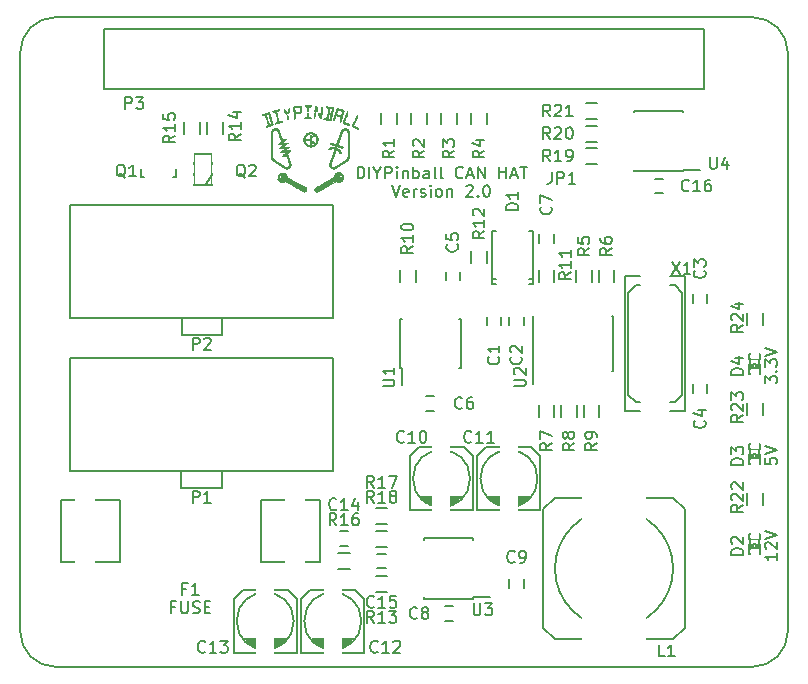
<source format=gto>
%FSLAX46Y46*%
G04 Gerber Fmt 4.6, Leading zero omitted, Abs format (unit mm)*
G04 Created by KiCad (PCBNEW (2014-10-27 BZR 5228)-product) date 5/29/2015 4:18:03 PM*
%MOMM*%
G01*
G04 APERTURE LIST*
%ADD10C,0.100000*%
%ADD11C,0.150000*%
%ADD12R,0.750000X0.800000*%
%ADD13R,0.800000X0.750000*%
%ADD14R,1.600200X2.999740*%
%ADD15R,1.800860X2.499360*%
%ADD16R,0.797560X0.797560*%
%ADD17R,0.508000X0.762000*%
%ADD18R,5.400040X2.900680*%
%ADD19C,6.200000*%
%ADD20C,1.524000*%
%ADD21R,0.800100X0.800100*%
%ADD22R,1.000760X0.701040*%
%ADD23R,0.900000X0.500000*%
%ADD24R,0.500000X0.900000*%
%ADD25R,0.600000X1.550000*%
%ADD26R,1.550000X0.600000*%
%ADD27R,1.175000X1.175000*%
%ADD28R,1.998980X5.499100*%
%ADD29R,0.400000X1.000000*%
%ADD30C,2.700000*%
%ADD31C,3.300000*%
%ADD32C,1.700000*%
G04 APERTURE END LIST*
D10*
D11*
X207534761Y-112707381D02*
X207534761Y-111707381D01*
X207772856Y-111707381D01*
X207915714Y-111755000D01*
X208010952Y-111850238D01*
X208058571Y-111945476D01*
X208106190Y-112135952D01*
X208106190Y-112278810D01*
X208058571Y-112469286D01*
X208010952Y-112564524D01*
X207915714Y-112659762D01*
X207772856Y-112707381D01*
X207534761Y-112707381D01*
X208534761Y-112707381D02*
X208534761Y-111707381D01*
X209201427Y-112231190D02*
X209201427Y-112707381D01*
X208868094Y-111707381D02*
X209201427Y-112231190D01*
X209534761Y-111707381D01*
X209868094Y-112707381D02*
X209868094Y-111707381D01*
X210249047Y-111707381D01*
X210344285Y-111755000D01*
X210391904Y-111802619D01*
X210439523Y-111897857D01*
X210439523Y-112040714D01*
X210391904Y-112135952D01*
X210344285Y-112183571D01*
X210249047Y-112231190D01*
X209868094Y-112231190D01*
X210868094Y-112707381D02*
X210868094Y-112040714D01*
X210868094Y-111707381D02*
X210820475Y-111755000D01*
X210868094Y-111802619D01*
X210915713Y-111755000D01*
X210868094Y-111707381D01*
X210868094Y-111802619D01*
X211344284Y-112040714D02*
X211344284Y-112707381D01*
X211344284Y-112135952D02*
X211391903Y-112088333D01*
X211487141Y-112040714D01*
X211629999Y-112040714D01*
X211725237Y-112088333D01*
X211772856Y-112183571D01*
X211772856Y-112707381D01*
X212249046Y-112707381D02*
X212249046Y-111707381D01*
X212249046Y-112088333D02*
X212344284Y-112040714D01*
X212534761Y-112040714D01*
X212629999Y-112088333D01*
X212677618Y-112135952D01*
X212725237Y-112231190D01*
X212725237Y-112516905D01*
X212677618Y-112612143D01*
X212629999Y-112659762D01*
X212534761Y-112707381D01*
X212344284Y-112707381D01*
X212249046Y-112659762D01*
X213582380Y-112707381D02*
X213582380Y-112183571D01*
X213534761Y-112088333D01*
X213439523Y-112040714D01*
X213249046Y-112040714D01*
X213153808Y-112088333D01*
X213582380Y-112659762D02*
X213487142Y-112707381D01*
X213249046Y-112707381D01*
X213153808Y-112659762D01*
X213106189Y-112564524D01*
X213106189Y-112469286D01*
X213153808Y-112374048D01*
X213249046Y-112326429D01*
X213487142Y-112326429D01*
X213582380Y-112278810D01*
X214201427Y-112707381D02*
X214106189Y-112659762D01*
X214058570Y-112564524D01*
X214058570Y-111707381D01*
X214725237Y-112707381D02*
X214629999Y-112659762D01*
X214582380Y-112564524D01*
X214582380Y-111707381D01*
X216439524Y-112612143D02*
X216391905Y-112659762D01*
X216249048Y-112707381D01*
X216153810Y-112707381D01*
X216010952Y-112659762D01*
X215915714Y-112564524D01*
X215868095Y-112469286D01*
X215820476Y-112278810D01*
X215820476Y-112135952D01*
X215868095Y-111945476D01*
X215915714Y-111850238D01*
X216010952Y-111755000D01*
X216153810Y-111707381D01*
X216249048Y-111707381D01*
X216391905Y-111755000D01*
X216439524Y-111802619D01*
X216820476Y-112421667D02*
X217296667Y-112421667D01*
X216725238Y-112707381D02*
X217058571Y-111707381D01*
X217391905Y-112707381D01*
X217725238Y-112707381D02*
X217725238Y-111707381D01*
X218296667Y-112707381D01*
X218296667Y-111707381D01*
X219534762Y-112707381D02*
X219534762Y-111707381D01*
X219534762Y-112183571D02*
X220106191Y-112183571D01*
X220106191Y-112707381D02*
X220106191Y-111707381D01*
X220534762Y-112421667D02*
X221010953Y-112421667D01*
X220439524Y-112707381D02*
X220772857Y-111707381D01*
X221106191Y-112707381D01*
X221296667Y-111707381D02*
X221868096Y-111707381D01*
X221582381Y-112707381D02*
X221582381Y-111707381D01*
X210439524Y-113257381D02*
X210772857Y-114257381D01*
X211106191Y-113257381D01*
X211820477Y-114209762D02*
X211725239Y-114257381D01*
X211534762Y-114257381D01*
X211439524Y-114209762D01*
X211391905Y-114114524D01*
X211391905Y-113733571D01*
X211439524Y-113638333D01*
X211534762Y-113590714D01*
X211725239Y-113590714D01*
X211820477Y-113638333D01*
X211868096Y-113733571D01*
X211868096Y-113828810D01*
X211391905Y-113924048D01*
X212296667Y-114257381D02*
X212296667Y-113590714D01*
X212296667Y-113781190D02*
X212344286Y-113685952D01*
X212391905Y-113638333D01*
X212487143Y-113590714D01*
X212582382Y-113590714D01*
X212868096Y-114209762D02*
X212963334Y-114257381D01*
X213153810Y-114257381D01*
X213249049Y-114209762D01*
X213296668Y-114114524D01*
X213296668Y-114066905D01*
X213249049Y-113971667D01*
X213153810Y-113924048D01*
X213010953Y-113924048D01*
X212915715Y-113876429D01*
X212868096Y-113781190D01*
X212868096Y-113733571D01*
X212915715Y-113638333D01*
X213010953Y-113590714D01*
X213153810Y-113590714D01*
X213249049Y-113638333D01*
X213725239Y-114257381D02*
X213725239Y-113590714D01*
X213725239Y-113257381D02*
X213677620Y-113305000D01*
X213725239Y-113352619D01*
X213772858Y-113305000D01*
X213725239Y-113257381D01*
X213725239Y-113352619D01*
X214344286Y-114257381D02*
X214249048Y-114209762D01*
X214201429Y-114162143D01*
X214153810Y-114066905D01*
X214153810Y-113781190D01*
X214201429Y-113685952D01*
X214249048Y-113638333D01*
X214344286Y-113590714D01*
X214487144Y-113590714D01*
X214582382Y-113638333D01*
X214630001Y-113685952D01*
X214677620Y-113781190D01*
X214677620Y-114066905D01*
X214630001Y-114162143D01*
X214582382Y-114209762D01*
X214487144Y-114257381D01*
X214344286Y-114257381D01*
X215106191Y-113590714D02*
X215106191Y-114257381D01*
X215106191Y-113685952D02*
X215153810Y-113638333D01*
X215249048Y-113590714D01*
X215391906Y-113590714D01*
X215487144Y-113638333D01*
X215534763Y-113733571D01*
X215534763Y-114257381D01*
X216725239Y-113352619D02*
X216772858Y-113305000D01*
X216868096Y-113257381D01*
X217106192Y-113257381D01*
X217201430Y-113305000D01*
X217249049Y-113352619D01*
X217296668Y-113447857D01*
X217296668Y-113543095D01*
X217249049Y-113685952D01*
X216677620Y-114257381D01*
X217296668Y-114257381D01*
X217725239Y-114162143D02*
X217772858Y-114209762D01*
X217725239Y-114257381D01*
X217677620Y-114209762D01*
X217725239Y-114162143D01*
X217725239Y-114257381D01*
X218391905Y-113257381D02*
X218487144Y-113257381D01*
X218582382Y-113305000D01*
X218630001Y-113352619D01*
X218677620Y-113447857D01*
X218725239Y-113638333D01*
X218725239Y-113876429D01*
X218677620Y-114066905D01*
X218630001Y-114162143D01*
X218582382Y-114209762D01*
X218487144Y-114257381D01*
X218391905Y-114257381D01*
X218296667Y-114209762D01*
X218249048Y-114162143D01*
X218201429Y-114066905D01*
X218153810Y-113876429D01*
X218153810Y-113638333D01*
X218201429Y-113447857D01*
X218249048Y-113352619D01*
X218296667Y-113305000D01*
X218391905Y-113257381D01*
X242022381Y-130063690D02*
X242022381Y-129444642D01*
X242403333Y-129777976D01*
X242403333Y-129635118D01*
X242450952Y-129539880D01*
X242498571Y-129492261D01*
X242593810Y-129444642D01*
X242831905Y-129444642D01*
X242927143Y-129492261D01*
X242974762Y-129539880D01*
X243022381Y-129635118D01*
X243022381Y-129920833D01*
X242974762Y-130016071D01*
X242927143Y-130063690D01*
X242927143Y-129016071D02*
X242974762Y-128968452D01*
X243022381Y-129016071D01*
X242974762Y-129063690D01*
X242927143Y-129016071D01*
X243022381Y-129016071D01*
X242022381Y-128635119D02*
X242022381Y-128016071D01*
X242403333Y-128349405D01*
X242403333Y-128206547D01*
X242450952Y-128111309D01*
X242498571Y-128063690D01*
X242593810Y-128016071D01*
X242831905Y-128016071D01*
X242927143Y-128063690D01*
X242974762Y-128111309D01*
X243022381Y-128206547D01*
X243022381Y-128492262D01*
X242974762Y-128587500D01*
X242927143Y-128635119D01*
X242022381Y-127730357D02*
X243022381Y-127397024D01*
X242022381Y-127063690D01*
X242022381Y-136397976D02*
X242022381Y-136874167D01*
X242498571Y-136921786D01*
X242450952Y-136874167D01*
X242403333Y-136778929D01*
X242403333Y-136540833D01*
X242450952Y-136445595D01*
X242498571Y-136397976D01*
X242593810Y-136350357D01*
X242831905Y-136350357D01*
X242927143Y-136397976D01*
X242974762Y-136445595D01*
X243022381Y-136540833D01*
X243022381Y-136778929D01*
X242974762Y-136874167D01*
X242927143Y-136921786D01*
X242022381Y-136064643D02*
X243022381Y-135731310D01*
X242022381Y-135397976D01*
X243022381Y-144446547D02*
X243022381Y-145017976D01*
X243022381Y-144732262D02*
X242022381Y-144732262D01*
X242165238Y-144827500D01*
X242260476Y-144922738D01*
X242308095Y-145017976D01*
X242117619Y-144065595D02*
X242070000Y-144017976D01*
X242022381Y-143922738D01*
X242022381Y-143684642D01*
X242070000Y-143589404D01*
X242117619Y-143541785D01*
X242212857Y-143494166D01*
X242308095Y-143494166D01*
X242450952Y-143541785D01*
X243022381Y-144113214D01*
X243022381Y-143494166D01*
X242022381Y-143208452D02*
X243022381Y-142875119D01*
X242022381Y-142541785D01*
X219675000Y-124427500D02*
X219675000Y-125127500D01*
X218475000Y-125127500D02*
X218475000Y-124427500D01*
X221580000Y-124427500D02*
X221580000Y-125127500D01*
X220380000Y-125127500D02*
X220380000Y-124427500D01*
X237137500Y-122522500D02*
X237137500Y-123222500D01*
X235937500Y-123222500D02*
X235937500Y-122522500D01*
X235937500Y-130842500D02*
X235937500Y-130142500D01*
X237137500Y-130142500D02*
X237137500Y-130842500D01*
X214982500Y-121317500D02*
X214982500Y-120617500D01*
X216182500Y-120617500D02*
X216182500Y-121317500D01*
X214027500Y-132362500D02*
X213327500Y-132362500D01*
X213327500Y-131162500D02*
X214027500Y-131162500D01*
X222920000Y-118142500D02*
X222920000Y-117442500D01*
X224120000Y-117442500D02*
X224120000Y-118142500D01*
X214915000Y-148942500D02*
X215615000Y-148942500D01*
X215615000Y-150142500D02*
X214915000Y-150142500D01*
X221580000Y-146652500D02*
X221580000Y-147352500D01*
X220380000Y-147352500D02*
X220380000Y-146652500D01*
X213995000Y-140398500D02*
X215392000Y-140398500D01*
X213741000Y-140271500D02*
X215519000Y-140271500D01*
X213360000Y-140144500D02*
X215900000Y-140144500D01*
X216027000Y-140017500D02*
X213233000Y-140017500D01*
X213106000Y-139890500D02*
X216154000Y-139890500D01*
X216281000Y-139763500D02*
X212979000Y-139763500D01*
X212852000Y-139636500D02*
X216408000Y-139636500D01*
X217043000Y-138112500D02*
G75*
G03X217043000Y-138112500I-2413000J0D01*
G01*
X211963000Y-140779500D02*
X211963000Y-136207500D01*
X211963000Y-136207500D02*
X212725000Y-135445500D01*
X212725000Y-135445500D02*
X216535000Y-135445500D01*
X216535000Y-135445500D02*
X217297000Y-136207500D01*
X217297000Y-136207500D02*
X217297000Y-140779500D01*
X217297000Y-140779500D02*
X211963000Y-140779500D01*
X214630000Y-135953500D02*
X214630000Y-136715500D01*
X214249000Y-136334500D02*
X215011000Y-136334500D01*
X219710000Y-140398500D02*
X221107000Y-140398500D01*
X219456000Y-140271500D02*
X221234000Y-140271500D01*
X219075000Y-140144500D02*
X221615000Y-140144500D01*
X221742000Y-140017500D02*
X218948000Y-140017500D01*
X218821000Y-139890500D02*
X221869000Y-139890500D01*
X221996000Y-139763500D02*
X218694000Y-139763500D01*
X218567000Y-139636500D02*
X222123000Y-139636500D01*
X222758000Y-138112500D02*
G75*
G03X222758000Y-138112500I-2413000J0D01*
G01*
X217678000Y-140779500D02*
X217678000Y-136207500D01*
X217678000Y-136207500D02*
X218440000Y-135445500D01*
X218440000Y-135445500D02*
X222250000Y-135445500D01*
X222250000Y-135445500D02*
X223012000Y-136207500D01*
X223012000Y-136207500D02*
X223012000Y-140779500D01*
X223012000Y-140779500D02*
X217678000Y-140779500D01*
X220345000Y-135953500D02*
X220345000Y-136715500D01*
X219964000Y-136334500D02*
X220726000Y-136334500D01*
X204787500Y-152463500D02*
X206184500Y-152463500D01*
X204533500Y-152336500D02*
X206311500Y-152336500D01*
X204152500Y-152209500D02*
X206692500Y-152209500D01*
X206819500Y-152082500D02*
X204025500Y-152082500D01*
X203898500Y-151955500D02*
X206946500Y-151955500D01*
X207073500Y-151828500D02*
X203771500Y-151828500D01*
X203644500Y-151701500D02*
X207200500Y-151701500D01*
X207835500Y-150177500D02*
G75*
G03X207835500Y-150177500I-2413000J0D01*
G01*
X202755500Y-152844500D02*
X202755500Y-148272500D01*
X202755500Y-148272500D02*
X203517500Y-147510500D01*
X203517500Y-147510500D02*
X207327500Y-147510500D01*
X207327500Y-147510500D02*
X208089500Y-148272500D01*
X208089500Y-148272500D02*
X208089500Y-152844500D01*
X208089500Y-152844500D02*
X202755500Y-152844500D01*
X205422500Y-148018500D02*
X205422500Y-148780500D01*
X205041500Y-148399500D02*
X205803500Y-148399500D01*
X199072500Y-152463500D02*
X200469500Y-152463500D01*
X198818500Y-152336500D02*
X200596500Y-152336500D01*
X198437500Y-152209500D02*
X200977500Y-152209500D01*
X201104500Y-152082500D02*
X198310500Y-152082500D01*
X198183500Y-151955500D02*
X201231500Y-151955500D01*
X201358500Y-151828500D02*
X198056500Y-151828500D01*
X197929500Y-151701500D02*
X201485500Y-151701500D01*
X202120500Y-150177500D02*
G75*
G03X202120500Y-150177500I-2413000J0D01*
G01*
X197040500Y-152844500D02*
X197040500Y-148272500D01*
X197040500Y-148272500D02*
X197802500Y-147510500D01*
X197802500Y-147510500D02*
X201612500Y-147510500D01*
X201612500Y-147510500D02*
X202374500Y-148272500D01*
X202374500Y-148272500D02*
X202374500Y-152844500D01*
X202374500Y-152844500D02*
X197040500Y-152844500D01*
X199707500Y-148018500D02*
X199707500Y-148780500D01*
X199326500Y-148399500D02*
X200088500Y-148399500D01*
X206725000Y-143792500D02*
X206025000Y-143792500D01*
X206025000Y-142592500D02*
X206725000Y-142592500D01*
X209900000Y-145697500D02*
X209200000Y-145697500D01*
X209200000Y-144497500D02*
X209900000Y-144497500D01*
X232695000Y-112747500D02*
X233395000Y-112747500D01*
X233395000Y-113947500D02*
X232695000Y-113947500D01*
X218912440Y-121180860D02*
X219262960Y-121180860D01*
X222412560Y-121180860D02*
X222062040Y-121180860D01*
X218912440Y-121630440D02*
X219262960Y-121630440D01*
X218912440Y-117129560D02*
X219262960Y-117129560D01*
X222412560Y-117129560D02*
X222062040Y-117129560D01*
X222412560Y-121630440D02*
X222062040Y-121630440D01*
X218912440Y-117129560D02*
X218912440Y-121630440D01*
X222412560Y-117129560D02*
X222412560Y-121630440D01*
X241590830Y-144118330D02*
X240691670Y-144118330D01*
X240691670Y-144118330D02*
X240691670Y-144517110D01*
X241590830Y-144517110D02*
X240691670Y-144517110D01*
X241590830Y-144118330D02*
X241590830Y-144517110D01*
X241590830Y-142820390D02*
X240691670Y-142820390D01*
X240691670Y-142820390D02*
X240691670Y-143219170D01*
X241590830Y-143219170D02*
X240691670Y-143219170D01*
X241590830Y-142820390D02*
X241590830Y-143219170D01*
X241590830Y-143668750D02*
X241440970Y-143668750D01*
X241440970Y-143668750D02*
X241440970Y-143968470D01*
X241590830Y-143968470D02*
X241440970Y-143968470D01*
X241590830Y-143668750D02*
X241590830Y-143968470D01*
X240841530Y-143668750D02*
X240691670Y-143668750D01*
X240691670Y-143668750D02*
X240691670Y-143968470D01*
X240841530Y-143968470D02*
X240691670Y-143968470D01*
X240841530Y-143668750D02*
X240841530Y-143968470D01*
X241291110Y-143668750D02*
X240991390Y-143668750D01*
X240991390Y-143668750D02*
X240991390Y-143968470D01*
X241291110Y-143968470D02*
X240991390Y-143968470D01*
X241291110Y-143668750D02*
X241291110Y-143968470D01*
X241540030Y-144118330D02*
X241540030Y-143219170D01*
X240742470Y-144118330D02*
X240742470Y-143219170D01*
X241590830Y-136498330D02*
X240691670Y-136498330D01*
X240691670Y-136498330D02*
X240691670Y-136897110D01*
X241590830Y-136897110D02*
X240691670Y-136897110D01*
X241590830Y-136498330D02*
X241590830Y-136897110D01*
X241590830Y-135200390D02*
X240691670Y-135200390D01*
X240691670Y-135200390D02*
X240691670Y-135599170D01*
X241590830Y-135599170D02*
X240691670Y-135599170D01*
X241590830Y-135200390D02*
X241590830Y-135599170D01*
X241590830Y-136048750D02*
X241440970Y-136048750D01*
X241440970Y-136048750D02*
X241440970Y-136348470D01*
X241590830Y-136348470D02*
X241440970Y-136348470D01*
X241590830Y-136048750D02*
X241590830Y-136348470D01*
X240841530Y-136048750D02*
X240691670Y-136048750D01*
X240691670Y-136048750D02*
X240691670Y-136348470D01*
X240841530Y-136348470D02*
X240691670Y-136348470D01*
X240841530Y-136048750D02*
X240841530Y-136348470D01*
X241291110Y-136048750D02*
X240991390Y-136048750D01*
X240991390Y-136048750D02*
X240991390Y-136348470D01*
X241291110Y-136348470D02*
X240991390Y-136348470D01*
X241291110Y-136048750D02*
X241291110Y-136348470D01*
X241540030Y-136498330D02*
X241540030Y-135599170D01*
X240742470Y-136498330D02*
X240742470Y-135599170D01*
X241590830Y-128878330D02*
X240691670Y-128878330D01*
X240691670Y-128878330D02*
X240691670Y-129277110D01*
X241590830Y-129277110D02*
X240691670Y-129277110D01*
X241590830Y-128878330D02*
X241590830Y-129277110D01*
X241590830Y-127580390D02*
X240691670Y-127580390D01*
X240691670Y-127580390D02*
X240691670Y-127979170D01*
X241590830Y-127979170D02*
X240691670Y-127979170D01*
X241590830Y-127580390D02*
X241590830Y-127979170D01*
X241590830Y-128428750D02*
X241440970Y-128428750D01*
X241440970Y-128428750D02*
X241440970Y-128728470D01*
X241590830Y-128728470D02*
X241440970Y-128728470D01*
X241590830Y-128428750D02*
X241590830Y-128728470D01*
X240841530Y-128428750D02*
X240691670Y-128428750D01*
X240691670Y-128428750D02*
X240691670Y-128728470D01*
X240841530Y-128728470D02*
X240691670Y-128728470D01*
X240841530Y-128428750D02*
X240841530Y-128728470D01*
X241291110Y-128428750D02*
X240991390Y-128428750D01*
X240991390Y-128428750D02*
X240991390Y-128728470D01*
X241291110Y-128728470D02*
X240991390Y-128728470D01*
X241291110Y-128428750D02*
X241291110Y-128728470D01*
X241540030Y-128878330D02*
X241540030Y-127979170D01*
X240742470Y-128878330D02*
X240742470Y-127979170D01*
X234236260Y-145732500D02*
G75*
G03X234236260Y-145732500I-5001260J0D01*
G01*
X229235000Y-151731980D02*
X224233740Y-151731980D01*
X224233740Y-151731980D02*
X223235520Y-150733760D01*
X223235520Y-150733760D02*
X223235520Y-140731240D01*
X223235520Y-140731240D02*
X224233740Y-139733020D01*
X224233740Y-139733020D02*
X234236260Y-139733020D01*
X234236260Y-139733020D02*
X235234480Y-140731240D01*
X235234480Y-140731240D02*
X235234480Y-150733760D01*
X235234480Y-150733760D02*
X234236260Y-151731980D01*
X234236260Y-151731980D02*
X229235000Y-151731980D01*
X186055000Y-100012500D02*
X186055000Y-105092500D01*
X186055000Y-105092500D02*
X236855000Y-105092500D01*
X236855000Y-105092500D02*
X236855000Y-100012500D01*
X236855000Y-100012500D02*
X186055000Y-100012500D01*
X178955000Y-102052500D02*
X178955000Y-151052500D01*
X181955000Y-99052500D02*
G75*
G03X178955000Y-102052500I0J-3000000D01*
G01*
X240955000Y-99052500D02*
X182455000Y-99052500D01*
X182455000Y-99052500D02*
X181955000Y-99052500D01*
X243955000Y-102052500D02*
G75*
G03X240955000Y-99052500I-3000000J0D01*
G01*
X243955000Y-151052500D02*
X243955000Y-102052500D01*
X240955000Y-154052500D02*
G75*
G03X243955000Y-151052500I0J3000000D01*
G01*
X240955000Y-154052500D02*
X181955000Y-154052500D01*
X178955000Y-151052500D02*
G75*
G03X181955000Y-154052500I3000000J0D01*
G01*
X189359590Y-112568990D02*
X189407850Y-112568990D01*
X192158570Y-111867950D02*
X192158570Y-112568990D01*
X192158570Y-112568990D02*
X191909650Y-112568990D01*
X189359590Y-112568990D02*
X189158930Y-112568990D01*
X189158930Y-112568990D02*
X189158930Y-111867950D01*
X195230750Y-112426750D02*
X194722750Y-113188750D01*
X195230750Y-110648750D02*
X195230750Y-113252250D01*
X195230750Y-113252250D02*
X193706750Y-113252250D01*
X193706750Y-113252250D02*
X193706750Y-110648750D01*
X193706750Y-110648750D02*
X195230750Y-110648750D01*
X210860000Y-107132500D02*
X210860000Y-108132500D01*
X209510000Y-108132500D02*
X209510000Y-107132500D01*
X213400000Y-107132500D02*
X213400000Y-108132500D01*
X212050000Y-108132500D02*
X212050000Y-107132500D01*
X215940000Y-107132500D02*
X215940000Y-108132500D01*
X214590000Y-108132500D02*
X214590000Y-107132500D01*
X218480000Y-107132500D02*
X218480000Y-108132500D01*
X217130000Y-108132500D02*
X217130000Y-107132500D01*
X226020000Y-121467500D02*
X226020000Y-120467500D01*
X227370000Y-120467500D02*
X227370000Y-121467500D01*
X227925000Y-121467500D02*
X227925000Y-120467500D01*
X229275000Y-120467500D02*
X229275000Y-121467500D01*
X224195000Y-131897500D02*
X224195000Y-132897500D01*
X222845000Y-132897500D02*
X222845000Y-131897500D01*
X226100000Y-131897500D02*
X226100000Y-132897500D01*
X224750000Y-132897500D02*
X224750000Y-131897500D01*
X228005000Y-131897500D02*
X228005000Y-132897500D01*
X226655000Y-132897500D02*
X226655000Y-131897500D01*
X212447500Y-120467500D02*
X212447500Y-121467500D01*
X211097500Y-121467500D02*
X211097500Y-120467500D01*
X222845000Y-121467500D02*
X222845000Y-120467500D01*
X224195000Y-120467500D02*
X224195000Y-121467500D01*
X218480000Y-118880000D02*
X218480000Y-119880000D01*
X217130000Y-119880000D02*
X217130000Y-118880000D01*
X209050000Y-146327500D02*
X210050000Y-146327500D01*
X210050000Y-147677500D02*
X209050000Y-147677500D01*
X196096250Y-107926250D02*
X196096250Y-108926250D01*
X194746250Y-108926250D02*
X194746250Y-107926250D01*
X194191250Y-107926250D02*
X194191250Y-108926250D01*
X192841250Y-108926250D02*
X192841250Y-107926250D01*
X206875000Y-145772500D02*
X205875000Y-145772500D01*
X205875000Y-144422500D02*
X206875000Y-144422500D01*
X210050000Y-141962500D02*
X209050000Y-141962500D01*
X209050000Y-140612500D02*
X210050000Y-140612500D01*
X209050000Y-142517500D02*
X210050000Y-142517500D01*
X210050000Y-143867500D02*
X209050000Y-143867500D01*
X227830000Y-111482500D02*
X226830000Y-111482500D01*
X226830000Y-110132500D02*
X227830000Y-110132500D01*
X227830000Y-109577500D02*
X226830000Y-109577500D01*
X226830000Y-108227500D02*
X227830000Y-108227500D01*
X227830000Y-107672500D02*
X226830000Y-107672500D01*
X226830000Y-106322500D02*
X227830000Y-106322500D01*
X240466250Y-140358750D02*
X240466250Y-139358750D01*
X241816250Y-139358750D02*
X241816250Y-140358750D01*
X240466250Y-132738750D02*
X240466250Y-131738750D01*
X241816250Y-131738750D02*
X241816250Y-132738750D01*
X240466250Y-125118750D02*
X240466250Y-124118750D01*
X241816250Y-124118750D02*
X241816250Y-125118750D01*
X211102500Y-128757500D02*
X211247500Y-128757500D01*
X211102500Y-124607500D02*
X211247500Y-124607500D01*
X216252500Y-124607500D02*
X216107500Y-124607500D01*
X216252500Y-128757500D02*
X216107500Y-128757500D01*
X211102500Y-128757500D02*
X211102500Y-124607500D01*
X216252500Y-128757500D02*
X216252500Y-124607500D01*
X211247500Y-128757500D02*
X211247500Y-130157500D01*
X217340000Y-148307500D02*
X217340000Y-148162500D01*
X213190000Y-148307500D02*
X213190000Y-148162500D01*
X213190000Y-143157500D02*
X213190000Y-143302500D01*
X217340000Y-143157500D02*
X217340000Y-143302500D01*
X217340000Y-148307500D02*
X213190000Y-148307500D01*
X217340000Y-143157500D02*
X213190000Y-143157500D01*
X217340000Y-148162500D02*
X218740000Y-148162500D01*
X235120000Y-112112500D02*
X235120000Y-111967500D01*
X230970000Y-112112500D02*
X230970000Y-111967500D01*
X230970000Y-106962500D02*
X230970000Y-107107500D01*
X235120000Y-106962500D02*
X235120000Y-107107500D01*
X235120000Y-112112500D02*
X230970000Y-112112500D01*
X235120000Y-106962500D02*
X230970000Y-106962500D01*
X235120000Y-111967500D02*
X236520000Y-111967500D01*
X234378500Y-121729500D02*
X233997500Y-121729500D01*
X231076500Y-121729500D02*
X231457500Y-121729500D01*
X231076500Y-131635500D02*
X231457500Y-131635500D01*
X234378500Y-131635500D02*
X233997500Y-131635500D01*
X235267500Y-132397500D02*
X233997500Y-132397500D01*
X230187500Y-132397500D02*
X231457500Y-132397500D01*
X230187500Y-120967500D02*
X231457500Y-120967500D01*
X235267500Y-120967500D02*
X233997500Y-120967500D01*
X231076500Y-121729500D02*
X230441500Y-122364500D01*
X230441500Y-122364500D02*
X230441500Y-131000500D01*
X230441500Y-131000500D02*
X231076500Y-131635500D01*
X234378500Y-131635500D02*
X235013500Y-131000500D01*
X235013500Y-131000500D02*
X235013500Y-122364500D01*
X235013500Y-122364500D02*
X234378500Y-121729500D01*
X230187500Y-132397500D02*
X230187500Y-120967500D01*
X235267500Y-120967500D02*
X235267500Y-132397500D01*
X222367500Y-129007500D02*
X222392500Y-129007500D01*
X222367500Y-124357500D02*
X222392500Y-124357500D01*
X229117500Y-124357500D02*
X229092500Y-124357500D01*
X229117500Y-129007500D02*
X229092500Y-129007500D01*
X222367500Y-129007500D02*
X222367500Y-124357500D01*
X229117500Y-129007500D02*
X229117500Y-124357500D01*
X222392500Y-129007500D02*
X222392500Y-130082500D01*
X196010000Y-138915000D02*
X196010000Y-137515000D01*
X192610000Y-137515000D02*
X192610000Y-138915000D01*
X192610000Y-138915000D02*
X196010000Y-138915000D01*
X183210000Y-127915000D02*
X205410000Y-127915000D01*
X205410000Y-127915000D02*
X205410000Y-137515000D01*
X205410000Y-137515000D02*
X183210000Y-137515000D01*
X183210000Y-137515000D02*
X183210000Y-127915000D01*
X196019000Y-125946501D02*
X196019000Y-124546501D01*
X192619000Y-124546501D02*
X192619000Y-125946501D01*
X192619000Y-125946501D02*
X196019000Y-125946501D01*
X183219000Y-114946501D02*
X205419000Y-114946501D01*
X205419000Y-114946501D02*
X205419000Y-124546501D01*
X205419000Y-124546501D02*
X183219000Y-124546501D01*
X183219000Y-124546501D02*
X183219000Y-114946501D01*
D10*
G36*
X206306420Y-112668886D02*
X206304085Y-112683774D01*
X206297795Y-112704692D01*
X206288619Y-112728840D01*
X206277627Y-112753418D01*
X206265890Y-112775625D01*
X206265156Y-112776871D01*
X206248588Y-112800993D01*
X206226390Y-112828086D01*
X206201224Y-112855250D01*
X206175750Y-112879582D01*
X206156243Y-112895578D01*
X206121537Y-112918009D01*
X206080827Y-112939046D01*
X206038250Y-112956640D01*
X206021721Y-112962224D01*
X206003752Y-112967360D01*
X205986764Y-112970795D01*
X205967940Y-112972839D01*
X205944463Y-112973804D01*
X205915260Y-112974005D01*
X205872791Y-112972919D01*
X205836963Y-112969343D01*
X205804411Y-112962569D01*
X205771774Y-112951889D01*
X205735687Y-112936595D01*
X205734021Y-112935830D01*
X205692483Y-112916700D01*
X204939001Y-113351197D01*
X204857648Y-113398089D01*
X204778316Y-113443776D01*
X204701484Y-113487983D01*
X204627633Y-113530436D01*
X204557242Y-113570860D01*
X204490792Y-113608981D01*
X204428761Y-113644524D01*
X204371629Y-113677215D01*
X204319877Y-113706779D01*
X204273985Y-113732942D01*
X204234431Y-113755429D01*
X204201696Y-113773965D01*
X204176260Y-113788277D01*
X204158602Y-113798090D01*
X204149203Y-113803128D01*
X204148636Y-113803407D01*
X204106265Y-113818600D01*
X204063574Y-113823702D01*
X204025730Y-113819769D01*
X203984806Y-113806172D01*
X203948415Y-113783848D01*
X203917569Y-113753599D01*
X203893280Y-113716228D01*
X203892010Y-113713689D01*
X203884177Y-113696868D01*
X203879338Y-113682935D01*
X203876791Y-113668368D01*
X203875833Y-113649648D01*
X203875733Y-113632069D01*
X203876076Y-113608394D01*
X203877485Y-113591330D01*
X203880699Y-113577332D01*
X203886453Y-113562855D01*
X203892901Y-113549509D01*
X203906472Y-113526479D01*
X203922789Y-113504774D01*
X203933448Y-113493466D01*
X203941475Y-113487612D01*
X203958341Y-113476759D01*
X203984042Y-113460910D01*
X204018573Y-113440068D01*
X204061929Y-113414235D01*
X204114106Y-113383415D01*
X204175100Y-113347609D01*
X204244905Y-113306821D01*
X204323518Y-113261053D01*
X204410933Y-113210307D01*
X204507146Y-113154587D01*
X204612153Y-113093896D01*
X204725949Y-113028235D01*
X204726540Y-113027895D01*
X204808216Y-112980782D01*
X204887528Y-112934996D01*
X204964026Y-112890795D01*
X205037262Y-112848440D01*
X205106787Y-112808194D01*
X205172151Y-112770315D01*
X205232908Y-112735066D01*
X205288607Y-112702706D01*
X205338800Y-112673497D01*
X205383038Y-112647699D01*
X205420873Y-112625574D01*
X205451856Y-112607381D01*
X205475537Y-112593382D01*
X205491470Y-112583837D01*
X205499203Y-112579008D01*
X205499892Y-112578477D01*
X205501921Y-112570622D01*
X205503338Y-112556117D01*
X205503777Y-112542320D01*
X205508574Y-112492459D01*
X205522017Y-112440515D01*
X205543410Y-112388397D01*
X205572055Y-112338013D01*
X205585368Y-112318800D01*
X205622993Y-112275561D01*
X205667542Y-112238213D01*
X205717567Y-112207275D01*
X205771619Y-112183266D01*
X205828247Y-112166706D01*
X205886004Y-112158113D01*
X205943439Y-112158008D01*
X205999104Y-112166909D01*
X206005005Y-112168446D01*
X206020143Y-112174466D01*
X206032156Y-112184770D01*
X206041835Y-112197832D01*
X206050442Y-112211380D01*
X206056131Y-112221398D01*
X206057500Y-112224828D01*
X206053282Y-112228187D01*
X206041443Y-112235814D01*
X206023202Y-112246971D01*
X205999778Y-112260919D01*
X205972390Y-112276921D01*
X205953360Y-112287889D01*
X205849220Y-112347604D01*
X205849280Y-112472902D01*
X205849340Y-112598200D01*
X205875950Y-112616474D01*
X205897006Y-112630289D01*
X205921975Y-112645649D01*
X205949247Y-112661675D01*
X205977212Y-112677488D01*
X206004259Y-112692207D01*
X206028778Y-112704953D01*
X206049160Y-112714847D01*
X206063794Y-112721009D01*
X206070309Y-112722660D01*
X206080188Y-112719989D01*
X206097547Y-112712324D01*
X206121332Y-112700190D01*
X206150489Y-112684107D01*
X206166228Y-112675054D01*
X206202587Y-112653971D01*
X206231050Y-112637673D01*
X206252436Y-112625720D01*
X206267561Y-112617672D01*
X206277242Y-112613085D01*
X206282297Y-112611521D01*
X206283407Y-112611795D01*
X206289479Y-112621591D01*
X206296403Y-112636608D01*
X206302494Y-112652670D01*
X206306070Y-112665603D01*
X206306420Y-112668886D01*
X206306420Y-112668886D01*
X206306420Y-112668886D01*
G37*
X206306420Y-112668886D02*
X206304085Y-112683774D01*
X206297795Y-112704692D01*
X206288619Y-112728840D01*
X206277627Y-112753418D01*
X206265890Y-112775625D01*
X206265156Y-112776871D01*
X206248588Y-112800993D01*
X206226390Y-112828086D01*
X206201224Y-112855250D01*
X206175750Y-112879582D01*
X206156243Y-112895578D01*
X206121537Y-112918009D01*
X206080827Y-112939046D01*
X206038250Y-112956640D01*
X206021721Y-112962224D01*
X206003752Y-112967360D01*
X205986764Y-112970795D01*
X205967940Y-112972839D01*
X205944463Y-112973804D01*
X205915260Y-112974005D01*
X205872791Y-112972919D01*
X205836963Y-112969343D01*
X205804411Y-112962569D01*
X205771774Y-112951889D01*
X205735687Y-112936595D01*
X205734021Y-112935830D01*
X205692483Y-112916700D01*
X204939001Y-113351197D01*
X204857648Y-113398089D01*
X204778316Y-113443776D01*
X204701484Y-113487983D01*
X204627633Y-113530436D01*
X204557242Y-113570860D01*
X204490792Y-113608981D01*
X204428761Y-113644524D01*
X204371629Y-113677215D01*
X204319877Y-113706779D01*
X204273985Y-113732942D01*
X204234431Y-113755429D01*
X204201696Y-113773965D01*
X204176260Y-113788277D01*
X204158602Y-113798090D01*
X204149203Y-113803128D01*
X204148636Y-113803407D01*
X204106265Y-113818600D01*
X204063574Y-113823702D01*
X204025730Y-113819769D01*
X203984806Y-113806172D01*
X203948415Y-113783848D01*
X203917569Y-113753599D01*
X203893280Y-113716228D01*
X203892010Y-113713689D01*
X203884177Y-113696868D01*
X203879338Y-113682935D01*
X203876791Y-113668368D01*
X203875833Y-113649648D01*
X203875733Y-113632069D01*
X203876076Y-113608394D01*
X203877485Y-113591330D01*
X203880699Y-113577332D01*
X203886453Y-113562855D01*
X203892901Y-113549509D01*
X203906472Y-113526479D01*
X203922789Y-113504774D01*
X203933448Y-113493466D01*
X203941475Y-113487612D01*
X203958341Y-113476759D01*
X203984042Y-113460910D01*
X204018573Y-113440068D01*
X204061929Y-113414235D01*
X204114106Y-113383415D01*
X204175100Y-113347609D01*
X204244905Y-113306821D01*
X204323518Y-113261053D01*
X204410933Y-113210307D01*
X204507146Y-113154587D01*
X204612153Y-113093896D01*
X204725949Y-113028235D01*
X204726540Y-113027895D01*
X204808216Y-112980782D01*
X204887528Y-112934996D01*
X204964026Y-112890795D01*
X205037262Y-112848440D01*
X205106787Y-112808194D01*
X205172151Y-112770315D01*
X205232908Y-112735066D01*
X205288607Y-112702706D01*
X205338800Y-112673497D01*
X205383038Y-112647699D01*
X205420873Y-112625574D01*
X205451856Y-112607381D01*
X205475537Y-112593382D01*
X205491470Y-112583837D01*
X205499203Y-112579008D01*
X205499892Y-112578477D01*
X205501921Y-112570622D01*
X205503338Y-112556117D01*
X205503777Y-112542320D01*
X205508574Y-112492459D01*
X205522017Y-112440515D01*
X205543410Y-112388397D01*
X205572055Y-112338013D01*
X205585368Y-112318800D01*
X205622993Y-112275561D01*
X205667542Y-112238213D01*
X205717567Y-112207275D01*
X205771619Y-112183266D01*
X205828247Y-112166706D01*
X205886004Y-112158113D01*
X205943439Y-112158008D01*
X205999104Y-112166909D01*
X206005005Y-112168446D01*
X206020143Y-112174466D01*
X206032156Y-112184770D01*
X206041835Y-112197832D01*
X206050442Y-112211380D01*
X206056131Y-112221398D01*
X206057500Y-112224828D01*
X206053282Y-112228187D01*
X206041443Y-112235814D01*
X206023202Y-112246971D01*
X205999778Y-112260919D01*
X205972390Y-112276921D01*
X205953360Y-112287889D01*
X205849220Y-112347604D01*
X205849280Y-112472902D01*
X205849340Y-112598200D01*
X205875950Y-112616474D01*
X205897006Y-112630289D01*
X205921975Y-112645649D01*
X205949247Y-112661675D01*
X205977212Y-112677488D01*
X206004259Y-112692207D01*
X206028778Y-112704953D01*
X206049160Y-112714847D01*
X206063794Y-112721009D01*
X206070309Y-112722660D01*
X206080188Y-112719989D01*
X206097547Y-112712324D01*
X206121332Y-112700190D01*
X206150489Y-112684107D01*
X206166228Y-112675054D01*
X206202587Y-112653971D01*
X206231050Y-112637673D01*
X206252436Y-112625720D01*
X206267561Y-112617672D01*
X206277242Y-112613085D01*
X206282297Y-112611521D01*
X206283407Y-112611795D01*
X206289479Y-112621591D01*
X206296403Y-112636608D01*
X206302494Y-112652670D01*
X206306070Y-112665603D01*
X206306420Y-112668886D01*
X206306420Y-112668886D01*
G36*
X203200000Y-113616740D02*
X203199789Y-113641350D01*
X203198773Y-113658814D01*
X203196380Y-113672143D01*
X203192035Y-113684347D01*
X203185165Y-113698437D01*
X203184016Y-113700642D01*
X203162807Y-113732445D01*
X203134954Y-113761386D01*
X203103502Y-113784546D01*
X203087800Y-113792854D01*
X203052949Y-113804131D01*
X203014799Y-113808590D01*
X202977136Y-113806042D01*
X202952248Y-113799690D01*
X202944683Y-113796208D01*
X202928639Y-113788182D01*
X202904592Y-113775863D01*
X202873020Y-113759502D01*
X202834400Y-113739353D01*
X202789209Y-113715666D01*
X202737924Y-113688692D01*
X202681022Y-113658685D01*
X202618981Y-113625895D01*
X202552278Y-113590574D01*
X202481389Y-113552973D01*
X202406792Y-113513346D01*
X202328964Y-113471942D01*
X202248382Y-113429015D01*
X202165523Y-113384815D01*
X202142331Y-113372433D01*
X201361726Y-112955597D01*
X201319632Y-112976455D01*
X201280716Y-112994074D01*
X201244525Y-113006415D01*
X201207736Y-113014229D01*
X201167029Y-113018264D01*
X201129900Y-113019274D01*
X201090111Y-113018623D01*
X201057084Y-113015794D01*
X201027531Y-113010091D01*
X200998162Y-113000816D01*
X200965689Y-112987274D01*
X200954640Y-112982176D01*
X200900684Y-112951327D01*
X200852339Y-112912116D01*
X200809893Y-112864835D01*
X200773633Y-112809779D01*
X200760822Y-112785433D01*
X200732965Y-112728826D01*
X200748791Y-112697475D01*
X200764617Y-112666123D01*
X200801208Y-112686039D01*
X200819238Y-112695763D01*
X200843478Y-112708709D01*
X200871137Y-112723393D01*
X200899422Y-112738330D01*
X200908003Y-112742844D01*
X200978206Y-112779733D01*
X201077693Y-112719629D01*
X201106762Y-112701971D01*
X201133300Y-112685669D01*
X201155929Y-112671583D01*
X201173274Y-112660574D01*
X201183959Y-112653501D01*
X201186358Y-112651722D01*
X201189253Y-112648681D01*
X201191386Y-112644297D01*
X201192804Y-112637283D01*
X201193556Y-112626352D01*
X201193690Y-112610217D01*
X201193254Y-112587592D01*
X201192297Y-112557189D01*
X201191118Y-112524540D01*
X201189740Y-112490396D01*
X201188273Y-112459408D01*
X201186806Y-112433098D01*
X201185430Y-112412992D01*
X201184232Y-112400611D01*
X201183643Y-112397540D01*
X201178301Y-112392597D01*
X201165572Y-112383969D01*
X201147079Y-112372664D01*
X201124446Y-112359693D01*
X201110793Y-112352201D01*
X201083385Y-112337386D01*
X201056029Y-112322595D01*
X201031386Y-112309267D01*
X201012119Y-112298842D01*
X201007291Y-112296228D01*
X200973582Y-112277974D01*
X200985758Y-112254017D01*
X200994959Y-112238767D01*
X201004774Y-112226729D01*
X201009306Y-112222936D01*
X201026774Y-112215802D01*
X201052086Y-112210499D01*
X201083087Y-112207079D01*
X201117618Y-112205594D01*
X201153521Y-112206096D01*
X201188640Y-112208637D01*
X201220816Y-112213268D01*
X201239120Y-112217420D01*
X201298761Y-112238645D01*
X201353397Y-112268321D01*
X201402430Y-112305744D01*
X201445260Y-112350209D01*
X201481290Y-112401014D01*
X201509922Y-112457454D01*
X201530555Y-112518825D01*
X201541131Y-112572650D01*
X201544154Y-112591975D01*
X201547245Y-112607211D01*
X201549845Y-112615704D01*
X201550374Y-112616483D01*
X201555180Y-112619193D01*
X201568492Y-112626438D01*
X201589853Y-112637973D01*
X201618806Y-112653553D01*
X201654891Y-112672933D01*
X201697651Y-112695868D01*
X201746628Y-112722112D01*
X201801364Y-112751420D01*
X201861401Y-112783548D01*
X201926281Y-112818248D01*
X201995545Y-112855278D01*
X202068737Y-112894390D01*
X202145397Y-112935341D01*
X202225068Y-112977885D01*
X202307292Y-113021776D01*
X202333443Y-113035732D01*
X202434074Y-113089429D01*
X202526141Y-113138562D01*
X202610041Y-113183361D01*
X202686168Y-113224056D01*
X202754916Y-113260880D01*
X202816680Y-113294062D01*
X202871854Y-113323834D01*
X202920833Y-113350425D01*
X202964012Y-113374068D01*
X203001786Y-113394993D01*
X203034548Y-113413430D01*
X203062694Y-113429611D01*
X203086618Y-113443766D01*
X203106715Y-113456125D01*
X203123379Y-113466921D01*
X203137005Y-113476383D01*
X203147987Y-113484742D01*
X203156721Y-113492230D01*
X203163600Y-113499077D01*
X203169020Y-113505513D01*
X203173375Y-113511770D01*
X203177059Y-113518078D01*
X203180467Y-113524669D01*
X203183995Y-113531772D01*
X203185012Y-113533794D01*
X203191862Y-113548172D01*
X203196241Y-113560654D01*
X203198694Y-113574257D01*
X203199765Y-113591997D01*
X203200000Y-113616740D01*
X203200000Y-113616740D01*
X203200000Y-113616740D01*
G37*
X203200000Y-113616740D02*
X203199789Y-113641350D01*
X203198773Y-113658814D01*
X203196380Y-113672143D01*
X203192035Y-113684347D01*
X203185165Y-113698437D01*
X203184016Y-113700642D01*
X203162807Y-113732445D01*
X203134954Y-113761386D01*
X203103502Y-113784546D01*
X203087800Y-113792854D01*
X203052949Y-113804131D01*
X203014799Y-113808590D01*
X202977136Y-113806042D01*
X202952248Y-113799690D01*
X202944683Y-113796208D01*
X202928639Y-113788182D01*
X202904592Y-113775863D01*
X202873020Y-113759502D01*
X202834400Y-113739353D01*
X202789209Y-113715666D01*
X202737924Y-113688692D01*
X202681022Y-113658685D01*
X202618981Y-113625895D01*
X202552278Y-113590574D01*
X202481389Y-113552973D01*
X202406792Y-113513346D01*
X202328964Y-113471942D01*
X202248382Y-113429015D01*
X202165523Y-113384815D01*
X202142331Y-113372433D01*
X201361726Y-112955597D01*
X201319632Y-112976455D01*
X201280716Y-112994074D01*
X201244525Y-113006415D01*
X201207736Y-113014229D01*
X201167029Y-113018264D01*
X201129900Y-113019274D01*
X201090111Y-113018623D01*
X201057084Y-113015794D01*
X201027531Y-113010091D01*
X200998162Y-113000816D01*
X200965689Y-112987274D01*
X200954640Y-112982176D01*
X200900684Y-112951327D01*
X200852339Y-112912116D01*
X200809893Y-112864835D01*
X200773633Y-112809779D01*
X200760822Y-112785433D01*
X200732965Y-112728826D01*
X200748791Y-112697475D01*
X200764617Y-112666123D01*
X200801208Y-112686039D01*
X200819238Y-112695763D01*
X200843478Y-112708709D01*
X200871137Y-112723393D01*
X200899422Y-112738330D01*
X200908003Y-112742844D01*
X200978206Y-112779733D01*
X201077693Y-112719629D01*
X201106762Y-112701971D01*
X201133300Y-112685669D01*
X201155929Y-112671583D01*
X201173274Y-112660574D01*
X201183959Y-112653501D01*
X201186358Y-112651722D01*
X201189253Y-112648681D01*
X201191386Y-112644297D01*
X201192804Y-112637283D01*
X201193556Y-112626352D01*
X201193690Y-112610217D01*
X201193254Y-112587592D01*
X201192297Y-112557189D01*
X201191118Y-112524540D01*
X201189740Y-112490396D01*
X201188273Y-112459408D01*
X201186806Y-112433098D01*
X201185430Y-112412992D01*
X201184232Y-112400611D01*
X201183643Y-112397540D01*
X201178301Y-112392597D01*
X201165572Y-112383969D01*
X201147079Y-112372664D01*
X201124446Y-112359693D01*
X201110793Y-112352201D01*
X201083385Y-112337386D01*
X201056029Y-112322595D01*
X201031386Y-112309267D01*
X201012119Y-112298842D01*
X201007291Y-112296228D01*
X200973582Y-112277974D01*
X200985758Y-112254017D01*
X200994959Y-112238767D01*
X201004774Y-112226729D01*
X201009306Y-112222936D01*
X201026774Y-112215802D01*
X201052086Y-112210499D01*
X201083087Y-112207079D01*
X201117618Y-112205594D01*
X201153521Y-112206096D01*
X201188640Y-112208637D01*
X201220816Y-112213268D01*
X201239120Y-112217420D01*
X201298761Y-112238645D01*
X201353397Y-112268321D01*
X201402430Y-112305744D01*
X201445260Y-112350209D01*
X201481290Y-112401014D01*
X201509922Y-112457454D01*
X201530555Y-112518825D01*
X201541131Y-112572650D01*
X201544154Y-112591975D01*
X201547245Y-112607211D01*
X201549845Y-112615704D01*
X201550374Y-112616483D01*
X201555180Y-112619193D01*
X201568492Y-112626438D01*
X201589853Y-112637973D01*
X201618806Y-112653553D01*
X201654891Y-112672933D01*
X201697651Y-112695868D01*
X201746628Y-112722112D01*
X201801364Y-112751420D01*
X201861401Y-112783548D01*
X201926281Y-112818248D01*
X201995545Y-112855278D01*
X202068737Y-112894390D01*
X202145397Y-112935341D01*
X202225068Y-112977885D01*
X202307292Y-113021776D01*
X202333443Y-113035732D01*
X202434074Y-113089429D01*
X202526141Y-113138562D01*
X202610041Y-113183361D01*
X202686168Y-113224056D01*
X202754916Y-113260880D01*
X202816680Y-113294062D01*
X202871854Y-113323834D01*
X202920833Y-113350425D01*
X202964012Y-113374068D01*
X203001786Y-113394993D01*
X203034548Y-113413430D01*
X203062694Y-113429611D01*
X203086618Y-113443766D01*
X203106715Y-113456125D01*
X203123379Y-113466921D01*
X203137005Y-113476383D01*
X203147987Y-113484742D01*
X203156721Y-113492230D01*
X203163600Y-113499077D01*
X203169020Y-113505513D01*
X203173375Y-113511770D01*
X203177059Y-113518078D01*
X203180467Y-113524669D01*
X203183995Y-113531772D01*
X203185012Y-113533794D01*
X203191862Y-113548172D01*
X203196241Y-113560654D01*
X203198694Y-113574257D01*
X203199765Y-113591997D01*
X203200000Y-113616740D01*
X203200000Y-113616740D01*
G36*
X201166374Y-112633760D02*
X201086805Y-112681861D01*
X201086805Y-112516318D01*
X201079290Y-112486171D01*
X201063433Y-112459026D01*
X201039785Y-112436497D01*
X201022364Y-112426005D01*
X200989711Y-112414815D01*
X200957577Y-112413320D01*
X200927283Y-112421087D01*
X200900148Y-112437682D01*
X200877492Y-112462672D01*
X200869248Y-112476280D01*
X200862039Y-112497078D01*
X200858678Y-112522499D01*
X200859261Y-112548461D01*
X200863881Y-112570882D01*
X200866902Y-112577985D01*
X200886383Y-112604991D01*
X200911765Y-112624919D01*
X200941210Y-112637128D01*
X200972880Y-112640976D01*
X201004940Y-112635823D01*
X201018140Y-112630793D01*
X201044371Y-112615865D01*
X201063329Y-112597295D01*
X201074609Y-112579166D01*
X201085428Y-112547854D01*
X201086805Y-112516318D01*
X201086805Y-112681861D01*
X201073937Y-112689640D01*
X201046408Y-112706240D01*
X201021836Y-112720981D01*
X201001541Y-112733076D01*
X200986843Y-112741738D01*
X200979063Y-112746183D01*
X200978229Y-112746594D01*
X200972996Y-112744588D01*
X200960219Y-112738369D01*
X200941250Y-112728636D01*
X200917439Y-112716085D01*
X200890139Y-112701414D01*
X200880374Y-112696105D01*
X200785788Y-112644542D01*
X200782455Y-112568031D01*
X200781037Y-112537886D01*
X200779461Y-112508284D01*
X200777895Y-112482149D01*
X200776505Y-112462402D01*
X200776161Y-112458315D01*
X200773201Y-112425111D01*
X200869000Y-112365859D01*
X200964800Y-112306608D01*
X201025760Y-112338807D01*
X201062553Y-112358348D01*
X201091356Y-112373958D01*
X201113235Y-112386311D01*
X201129257Y-112396081D01*
X201140487Y-112403942D01*
X201147992Y-112410570D01*
X201152837Y-112416638D01*
X201155066Y-112420602D01*
X201157965Y-112429591D01*
X201160252Y-112444136D01*
X201162020Y-112465373D01*
X201163361Y-112494436D01*
X201164368Y-112532463D01*
X201164413Y-112534700D01*
X201166374Y-112633760D01*
X201166374Y-112633760D01*
X201166374Y-112633760D01*
G37*
X201166374Y-112633760D02*
X201086805Y-112681861D01*
X201086805Y-112516318D01*
X201079290Y-112486171D01*
X201063433Y-112459026D01*
X201039785Y-112436497D01*
X201022364Y-112426005D01*
X200989711Y-112414815D01*
X200957577Y-112413320D01*
X200927283Y-112421087D01*
X200900148Y-112437682D01*
X200877492Y-112462672D01*
X200869248Y-112476280D01*
X200862039Y-112497078D01*
X200858678Y-112522499D01*
X200859261Y-112548461D01*
X200863881Y-112570882D01*
X200866902Y-112577985D01*
X200886383Y-112604991D01*
X200911765Y-112624919D01*
X200941210Y-112637128D01*
X200972880Y-112640976D01*
X201004940Y-112635823D01*
X201018140Y-112630793D01*
X201044371Y-112615865D01*
X201063329Y-112597295D01*
X201074609Y-112579166D01*
X201085428Y-112547854D01*
X201086805Y-112516318D01*
X201086805Y-112681861D01*
X201073937Y-112689640D01*
X201046408Y-112706240D01*
X201021836Y-112720981D01*
X201001541Y-112733076D01*
X200986843Y-112741738D01*
X200979063Y-112746183D01*
X200978229Y-112746594D01*
X200972996Y-112744588D01*
X200960219Y-112738369D01*
X200941250Y-112728636D01*
X200917439Y-112716085D01*
X200890139Y-112701414D01*
X200880374Y-112696105D01*
X200785788Y-112644542D01*
X200782455Y-112568031D01*
X200781037Y-112537886D01*
X200779461Y-112508284D01*
X200777895Y-112482149D01*
X200776505Y-112462402D01*
X200776161Y-112458315D01*
X200773201Y-112425111D01*
X200869000Y-112365859D01*
X200964800Y-112306608D01*
X201025760Y-112338807D01*
X201062553Y-112358348D01*
X201091356Y-112373958D01*
X201113235Y-112386311D01*
X201129257Y-112396081D01*
X201140487Y-112403942D01*
X201147992Y-112410570D01*
X201152837Y-112416638D01*
X201155066Y-112420602D01*
X201157965Y-112429591D01*
X201160252Y-112444136D01*
X201162020Y-112465373D01*
X201163361Y-112494436D01*
X201164368Y-112532463D01*
X201164413Y-112534700D01*
X201166374Y-112633760D01*
X201166374Y-112633760D01*
G36*
X206260496Y-112478811D02*
X206260360Y-112507356D01*
X206260001Y-112533655D01*
X206259419Y-112555641D01*
X206258616Y-112571249D01*
X206257781Y-112577880D01*
X206252173Y-112585627D01*
X206240278Y-112595835D01*
X206226100Y-112605390D01*
X206194035Y-112624400D01*
X206184034Y-112630186D01*
X206184034Y-112471615D01*
X206178718Y-112442154D01*
X206165357Y-112414697D01*
X206148082Y-112394829D01*
X206121313Y-112375030D01*
X206093648Y-112364095D01*
X206065354Y-112360896D01*
X206034438Y-112365220D01*
X206007339Y-112377777D01*
X205984955Y-112397070D01*
X205968180Y-112421600D01*
X205957913Y-112449871D01*
X205955050Y-112480384D01*
X205960486Y-112511643D01*
X205966279Y-112526411D01*
X205984140Y-112553506D01*
X206007927Y-112573240D01*
X206036146Y-112585191D01*
X206067304Y-112588940D01*
X206099909Y-112584068D01*
X206128886Y-112572164D01*
X206153730Y-112553355D01*
X206171338Y-112529083D01*
X206181506Y-112501214D01*
X206184034Y-112471615D01*
X206184034Y-112630186D01*
X206162948Y-112642387D01*
X206134137Y-112658639D01*
X206108902Y-112672446D01*
X206088540Y-112683096D01*
X206074351Y-112689878D01*
X206067784Y-112692091D01*
X206061233Y-112689609D01*
X206047350Y-112682725D01*
X206027552Y-112672196D01*
X206003258Y-112658783D01*
X205975885Y-112643246D01*
X205967330Y-112638309D01*
X205874620Y-112584615D01*
X205874620Y-112476024D01*
X205874620Y-112367434D01*
X205929230Y-112335081D01*
X205955425Y-112319756D01*
X205983441Y-112303683D01*
X206009453Y-112289041D01*
X206025397Y-112280283D01*
X206066954Y-112257840D01*
X206106677Y-112277320D01*
X206132542Y-112290680D01*
X206159512Y-112305773D01*
X206186025Y-112321594D01*
X206210522Y-112337138D01*
X206231443Y-112351401D01*
X206247227Y-112363376D01*
X206256316Y-112372060D01*
X206257820Y-112374680D01*
X206258804Y-112383474D01*
X206259564Y-112400350D01*
X206260098Y-112423242D01*
X206260409Y-112450084D01*
X206260496Y-112478811D01*
X206260496Y-112478811D01*
X206260496Y-112478811D01*
G37*
X206260496Y-112478811D02*
X206260360Y-112507356D01*
X206260001Y-112533655D01*
X206259419Y-112555641D01*
X206258616Y-112571249D01*
X206257781Y-112577880D01*
X206252173Y-112585627D01*
X206240278Y-112595835D01*
X206226100Y-112605390D01*
X206194035Y-112624400D01*
X206184034Y-112630186D01*
X206184034Y-112471615D01*
X206178718Y-112442154D01*
X206165357Y-112414697D01*
X206148082Y-112394829D01*
X206121313Y-112375030D01*
X206093648Y-112364095D01*
X206065354Y-112360896D01*
X206034438Y-112365220D01*
X206007339Y-112377777D01*
X205984955Y-112397070D01*
X205968180Y-112421600D01*
X205957913Y-112449871D01*
X205955050Y-112480384D01*
X205960486Y-112511643D01*
X205966279Y-112526411D01*
X205984140Y-112553506D01*
X206007927Y-112573240D01*
X206036146Y-112585191D01*
X206067304Y-112588940D01*
X206099909Y-112584068D01*
X206128886Y-112572164D01*
X206153730Y-112553355D01*
X206171338Y-112529083D01*
X206181506Y-112501214D01*
X206184034Y-112471615D01*
X206184034Y-112630186D01*
X206162948Y-112642387D01*
X206134137Y-112658639D01*
X206108902Y-112672446D01*
X206088540Y-112683096D01*
X206074351Y-112689878D01*
X206067784Y-112692091D01*
X206061233Y-112689609D01*
X206047350Y-112682725D01*
X206027552Y-112672196D01*
X206003258Y-112658783D01*
X205975885Y-112643246D01*
X205967330Y-112638309D01*
X205874620Y-112584615D01*
X205874620Y-112476024D01*
X205874620Y-112367434D01*
X205929230Y-112335081D01*
X205955425Y-112319756D01*
X205983441Y-112303683D01*
X206009453Y-112289041D01*
X206025397Y-112280283D01*
X206066954Y-112257840D01*
X206106677Y-112277320D01*
X206132542Y-112290680D01*
X206159512Y-112305773D01*
X206186025Y-112321594D01*
X206210522Y-112337138D01*
X206231443Y-112351401D01*
X206247227Y-112363376D01*
X206256316Y-112372060D01*
X206257820Y-112374680D01*
X206258804Y-112383474D01*
X206259564Y-112400350D01*
X206260098Y-112423242D01*
X206260409Y-112450084D01*
X206260496Y-112478811D01*
X206260496Y-112478811D01*
G36*
X201855277Y-111508650D02*
X201854963Y-111536673D01*
X201851998Y-111564679D01*
X201846583Y-111593995D01*
X201842880Y-111610140D01*
X201827265Y-111655660D01*
X201803238Y-111700679D01*
X201772422Y-111743082D01*
X201736435Y-111780755D01*
X201734121Y-111782559D01*
X201734121Y-111506778D01*
X201733800Y-111495721D01*
X201732760Y-111484196D01*
X201730781Y-111471469D01*
X201727641Y-111456807D01*
X201723120Y-111439475D01*
X201716998Y-111418739D01*
X201709054Y-111393866D01*
X201699067Y-111364120D01*
X201686817Y-111328768D01*
X201672082Y-111287075D01*
X201654643Y-111238308D01*
X201634279Y-111181733D01*
X201610769Y-111116615D01*
X201600950Y-111089440D01*
X201492659Y-110789720D01*
X201454789Y-110786573D01*
X201438419Y-110785589D01*
X201413989Y-110784608D01*
X201383601Y-110783692D01*
X201349354Y-110782902D01*
X201313350Y-110782297D01*
X201300080Y-110782132D01*
X201264309Y-110781612D01*
X201229851Y-110780883D01*
X201198721Y-110780005D01*
X201172933Y-110779038D01*
X201154501Y-110778043D01*
X201149723Y-110777659D01*
X201116206Y-110774480D01*
X201200279Y-110705900D01*
X201237353Y-110675536D01*
X201274852Y-110644597D01*
X201311971Y-110613770D01*
X201347901Y-110583739D01*
X201381835Y-110555188D01*
X201412966Y-110528802D01*
X201440486Y-110505267D01*
X201463590Y-110485266D01*
X201481468Y-110469486D01*
X201493315Y-110458611D01*
X201498323Y-110453326D01*
X201498409Y-110452956D01*
X201493035Y-110452446D01*
X201478482Y-110451848D01*
X201455731Y-110451182D01*
X201425764Y-110450469D01*
X201389561Y-110449732D01*
X201348102Y-110448991D01*
X201302370Y-110448267D01*
X201253344Y-110447582D01*
X201246019Y-110447487D01*
X200995891Y-110444280D01*
X201190771Y-110281720D01*
X201385650Y-110119160D01*
X201134585Y-110116620D01*
X201071576Y-110115880D01*
X201017229Y-110115028D01*
X200971785Y-110114069D01*
X200935483Y-110113012D01*
X200908563Y-110111864D01*
X200891265Y-110110633D01*
X200883830Y-110109324D01*
X200883540Y-110109000D01*
X200887325Y-110104793D01*
X200898150Y-110094779D01*
X200915234Y-110079635D01*
X200937793Y-110060036D01*
X200965045Y-110036659D01*
X200996207Y-110010179D01*
X201030498Y-109981272D01*
X201058800Y-109957569D01*
X201095713Y-109926737D01*
X201130771Y-109897447D01*
X201163087Y-109870440D01*
X201191774Y-109846459D01*
X201215944Y-109826244D01*
X201234710Y-109810538D01*
X201247187Y-109800082D01*
X201251707Y-109796279D01*
X201269374Y-109781340D01*
X201081527Y-109780739D01*
X201035363Y-109780507D01*
X200989442Y-109780120D01*
X200945479Y-109779604D01*
X200905189Y-109778984D01*
X200870289Y-109778285D01*
X200842494Y-109777535D01*
X200826845Y-109776929D01*
X200760011Y-109773720D01*
X200952089Y-109613134D01*
X201144167Y-109452548D01*
X201105787Y-109449304D01*
X201082385Y-109447643D01*
X201058726Y-109446473D01*
X201040923Y-109446060D01*
X201014440Y-109446060D01*
X201006301Y-109424470D01*
X201003269Y-109416199D01*
X200997102Y-109399180D01*
X200988094Y-109374227D01*
X200976536Y-109342155D01*
X200962723Y-109303780D01*
X200946948Y-109259916D01*
X200929505Y-109211379D01*
X200910685Y-109158984D01*
X200890784Y-109103545D01*
X200873664Y-109055831D01*
X200852972Y-108998333D01*
X200832973Y-108943107D01*
X200813974Y-108890982D01*
X200796283Y-108842787D01*
X200780208Y-108799349D01*
X200766057Y-108761498D01*
X200754137Y-108730061D01*
X200744755Y-108705867D01*
X200738221Y-108689745D01*
X200735220Y-108683161D01*
X200711545Y-108648906D01*
X200680848Y-108618584D01*
X200645334Y-108593767D01*
X200607206Y-108576029D01*
X200573031Y-108567493D01*
X200521886Y-108564896D01*
X200474017Y-108571667D01*
X200430153Y-108587370D01*
X200391018Y-108611568D01*
X200357340Y-108643823D01*
X200329845Y-108683699D01*
X200311258Y-108724974D01*
X200308885Y-108731746D01*
X200306854Y-108738315D01*
X200305132Y-108745494D01*
X200303691Y-108754098D01*
X200302499Y-108764943D01*
X200301527Y-108778843D01*
X200300743Y-108796613D01*
X200300117Y-108819068D01*
X200299619Y-108847023D01*
X200299219Y-108881292D01*
X200298885Y-108922692D01*
X200298588Y-108972036D01*
X200298296Y-109030139D01*
X200298073Y-109077760D01*
X200297924Y-109121440D01*
X200297834Y-109174375D01*
X200297802Y-109235661D01*
X200297826Y-109304394D01*
X200297903Y-109379668D01*
X200298031Y-109460580D01*
X200298209Y-109546225D01*
X200298434Y-109635699D01*
X200298705Y-109728096D01*
X200299020Y-109822513D01*
X200299376Y-109918044D01*
X200299771Y-110013787D01*
X200300204Y-110108835D01*
X200300494Y-110167690D01*
X200304400Y-110937580D01*
X200323784Y-110976795D01*
X200340701Y-111006091D01*
X200360497Y-111032707D01*
X200369504Y-111042565D01*
X200377799Y-111049644D01*
X200392994Y-111061073D01*
X200415254Y-111076963D01*
X200444741Y-111097424D01*
X200481621Y-111122566D01*
X200526055Y-111152500D01*
X200578209Y-111187336D01*
X200638246Y-111227184D01*
X200706329Y-111272154D01*
X200782623Y-111322356D01*
X200867291Y-111377902D01*
X200880600Y-111386620D01*
X200944481Y-111428445D01*
X201006256Y-111468863D01*
X201065361Y-111507506D01*
X201121234Y-111544008D01*
X201173311Y-111578002D01*
X201221030Y-111609121D01*
X201263828Y-111636999D01*
X201301143Y-111661269D01*
X201332412Y-111681564D01*
X201357071Y-111697517D01*
X201374559Y-111708763D01*
X201384312Y-111714933D01*
X201385804Y-111715831D01*
X201427314Y-111734361D01*
X201472069Y-111745008D01*
X201517611Y-111747501D01*
X201561483Y-111741569D01*
X201577500Y-111736951D01*
X201621990Y-111716815D01*
X201660721Y-111688654D01*
X201692775Y-111653272D01*
X201714951Y-111616348D01*
X201722832Y-111598884D01*
X201727929Y-111583657D01*
X201730990Y-111567199D01*
X201732762Y-111546041D01*
X201733488Y-111530427D01*
X201733943Y-111518102D01*
X201734121Y-111506778D01*
X201734121Y-111782559D01*
X201696899Y-111811584D01*
X201681144Y-111821142D01*
X201629799Y-111844327D01*
X201574255Y-111859517D01*
X201517086Y-111866219D01*
X201460869Y-111863940D01*
X201458786Y-111863670D01*
X201414090Y-111854271D01*
X201368364Y-111838577D01*
X201326745Y-111818372D01*
X201324489Y-111817054D01*
X201315096Y-111811227D01*
X201297997Y-111800319D01*
X201273861Y-111784771D01*
X201243359Y-111765021D01*
X201207160Y-111741509D01*
X201165936Y-111714674D01*
X201120356Y-111684955D01*
X201071091Y-111652793D01*
X201018811Y-111618627D01*
X200964185Y-111582896D01*
X200907885Y-111546039D01*
X200850581Y-111508496D01*
X200792942Y-111470707D01*
X200735640Y-111433111D01*
X200679343Y-111396146D01*
X200624723Y-111360254D01*
X200572450Y-111325873D01*
X200523194Y-111293443D01*
X200477625Y-111263403D01*
X200436413Y-111236193D01*
X200400229Y-111212251D01*
X200369743Y-111192019D01*
X200345625Y-111175934D01*
X200328546Y-111164436D01*
X200319175Y-111157966D01*
X200318306Y-111157330D01*
X200282055Y-111124537D01*
X200249348Y-111083931D01*
X200221551Y-111037623D01*
X200200030Y-110987723D01*
X200192147Y-110962440D01*
X200191047Y-110958155D01*
X200190034Y-110953447D01*
X200189103Y-110947902D01*
X200188253Y-110941105D01*
X200187478Y-110932644D01*
X200186776Y-110922105D01*
X200186143Y-110909074D01*
X200185575Y-110893137D01*
X200185069Y-110873881D01*
X200184621Y-110850893D01*
X200184228Y-110823759D01*
X200183886Y-110792065D01*
X200183592Y-110755397D01*
X200183342Y-110713343D01*
X200183132Y-110665488D01*
X200182959Y-110611420D01*
X200182820Y-110550723D01*
X200182710Y-110482986D01*
X200182627Y-110407793D01*
X200182566Y-110324733D01*
X200182525Y-110233390D01*
X200182499Y-110133352D01*
X200182485Y-110024205D01*
X200182480Y-109905535D01*
X200182480Y-109837220D01*
X200182483Y-109713010D01*
X200182495Y-109598549D01*
X200182518Y-109493426D01*
X200182558Y-109397228D01*
X200182615Y-109309544D01*
X200182695Y-109229963D01*
X200182800Y-109158074D01*
X200182933Y-109093464D01*
X200183098Y-109035723D01*
X200183299Y-108984438D01*
X200183537Y-108939200D01*
X200183818Y-108899595D01*
X200184143Y-108865214D01*
X200184517Y-108835643D01*
X200184943Y-108810473D01*
X200185423Y-108789290D01*
X200185962Y-108771685D01*
X200186562Y-108757245D01*
X200187228Y-108745559D01*
X200187961Y-108736216D01*
X200188766Y-108728804D01*
X200189646Y-108722912D01*
X200190604Y-108718128D01*
X200191506Y-108714540D01*
X200212524Y-108655399D01*
X200241365Y-108602366D01*
X200277582Y-108555911D01*
X200320727Y-108516502D01*
X200370354Y-108484608D01*
X200426014Y-108460699D01*
X200436783Y-108457236D01*
X200461028Y-108452169D01*
X200492125Y-108449062D01*
X200526961Y-108447905D01*
X200562420Y-108448689D01*
X200595387Y-108451403D01*
X200622748Y-108456038D01*
X200629520Y-108457838D01*
X200662183Y-108469721D01*
X200696631Y-108485774D01*
X200727338Y-108503384D01*
X200731120Y-108505890D01*
X200750445Y-108521238D01*
X200772682Y-108542430D01*
X200795267Y-108566749D01*
X200815636Y-108591480D01*
X200827387Y-108607860D01*
X200832580Y-108615841D01*
X200837457Y-108623791D01*
X200842285Y-108632402D01*
X200847332Y-108642365D01*
X200852865Y-108654372D01*
X200859151Y-108669116D01*
X200866456Y-108687287D01*
X200875049Y-108709577D01*
X200885197Y-108736678D01*
X200897166Y-108769283D01*
X200911224Y-108808082D01*
X200927638Y-108853767D01*
X200946675Y-108907030D01*
X200968603Y-108968563D01*
X200990723Y-109030723D01*
X201096880Y-109329127D01*
X201234040Y-109329770D01*
X201273629Y-109330070D01*
X201312799Y-109330576D01*
X201349513Y-109331247D01*
X201381738Y-109332039D01*
X201407436Y-109332912D01*
X201421713Y-109333626D01*
X201472226Y-109336840D01*
X201279517Y-109496860D01*
X201086807Y-109656880D01*
X201117243Y-109658355D01*
X201128750Y-109658750D01*
X201149193Y-109659274D01*
X201177347Y-109659903D01*
X201211992Y-109660613D01*
X201251902Y-109661379D01*
X201295855Y-109662176D01*
X201342628Y-109662981D01*
X201370240Y-109663435D01*
X201592800Y-109667040D01*
X201545622Y-109707680D01*
X201528299Y-109722458D01*
X201504863Y-109742242D01*
X201477045Y-109765582D01*
X201446576Y-109791028D01*
X201415188Y-109817129D01*
X201394000Y-109834680D01*
X201363403Y-109860017D01*
X201332910Y-109885338D01*
X201304157Y-109909279D01*
X201278782Y-109930475D01*
X201258422Y-109947560D01*
X201247730Y-109956600D01*
X201205903Y-109992160D01*
X201227591Y-109995593D01*
X201237055Y-109996305D01*
X201255553Y-109996984D01*
X201281960Y-109997612D01*
X201315151Y-109998173D01*
X201354001Y-109998651D01*
X201397384Y-109999028D01*
X201444174Y-109999288D01*
X201484744Y-109999403D01*
X201720208Y-109999780D01*
X201632064Y-110071407D01*
X201602652Y-110095413D01*
X201567824Y-110124014D01*
X201529937Y-110155262D01*
X201491349Y-110187210D01*
X201454418Y-110217911D01*
X201433661Y-110235237D01*
X201323402Y-110327440D01*
X201565741Y-110330517D01*
X201614763Y-110331151D01*
X201660946Y-110331772D01*
X201703242Y-110332363D01*
X201740603Y-110332910D01*
X201771980Y-110333395D01*
X201796325Y-110333804D01*
X201812589Y-110334121D01*
X201819683Y-110334327D01*
X201822556Y-110335342D01*
X201822517Y-110338199D01*
X201819016Y-110343396D01*
X201811501Y-110351434D01*
X201799421Y-110362814D01*
X201782225Y-110378034D01*
X201759360Y-110397596D01*
X201730275Y-110421999D01*
X201694419Y-110451742D01*
X201651241Y-110487327D01*
X201648060Y-110489943D01*
X201616868Y-110515753D01*
X201585285Y-110542179D01*
X201555089Y-110567713D01*
X201528060Y-110590844D01*
X201505977Y-110610062D01*
X201495090Y-110619765D01*
X201446261Y-110663962D01*
X201511618Y-110666322D01*
X201536221Y-110667360D01*
X201556845Y-110668513D01*
X201571534Y-110669652D01*
X201578332Y-110670646D01*
X201578554Y-110670781D01*
X201580506Y-110675851D01*
X201585484Y-110689563D01*
X201593151Y-110710971D01*
X201603171Y-110739127D01*
X201615209Y-110773087D01*
X201628929Y-110811903D01*
X201643993Y-110854629D01*
X201659583Y-110898940D01*
X201677995Y-110951227D01*
X201697375Y-111006078D01*
X201717048Y-111061595D01*
X201736339Y-111115881D01*
X201754574Y-111167038D01*
X201771078Y-111213168D01*
X201785175Y-111252374D01*
X201790044Y-111265844D01*
X201809924Y-111321835D01*
X201825929Y-111369848D01*
X201838263Y-111411209D01*
X201847130Y-111447245D01*
X201852733Y-111479283D01*
X201855277Y-111508650D01*
X201855277Y-111508650D01*
X201855277Y-111508650D01*
G37*
X201855277Y-111508650D02*
X201854963Y-111536673D01*
X201851998Y-111564679D01*
X201846583Y-111593995D01*
X201842880Y-111610140D01*
X201827265Y-111655660D01*
X201803238Y-111700679D01*
X201772422Y-111743082D01*
X201736435Y-111780755D01*
X201734121Y-111782559D01*
X201734121Y-111506778D01*
X201733800Y-111495721D01*
X201732760Y-111484196D01*
X201730781Y-111471469D01*
X201727641Y-111456807D01*
X201723120Y-111439475D01*
X201716998Y-111418739D01*
X201709054Y-111393866D01*
X201699067Y-111364120D01*
X201686817Y-111328768D01*
X201672082Y-111287075D01*
X201654643Y-111238308D01*
X201634279Y-111181733D01*
X201610769Y-111116615D01*
X201600950Y-111089440D01*
X201492659Y-110789720D01*
X201454789Y-110786573D01*
X201438419Y-110785589D01*
X201413989Y-110784608D01*
X201383601Y-110783692D01*
X201349354Y-110782902D01*
X201313350Y-110782297D01*
X201300080Y-110782132D01*
X201264309Y-110781612D01*
X201229851Y-110780883D01*
X201198721Y-110780005D01*
X201172933Y-110779038D01*
X201154501Y-110778043D01*
X201149723Y-110777659D01*
X201116206Y-110774480D01*
X201200279Y-110705900D01*
X201237353Y-110675536D01*
X201274852Y-110644597D01*
X201311971Y-110613770D01*
X201347901Y-110583739D01*
X201381835Y-110555188D01*
X201412966Y-110528802D01*
X201440486Y-110505267D01*
X201463590Y-110485266D01*
X201481468Y-110469486D01*
X201493315Y-110458611D01*
X201498323Y-110453326D01*
X201498409Y-110452956D01*
X201493035Y-110452446D01*
X201478482Y-110451848D01*
X201455731Y-110451182D01*
X201425764Y-110450469D01*
X201389561Y-110449732D01*
X201348102Y-110448991D01*
X201302370Y-110448267D01*
X201253344Y-110447582D01*
X201246019Y-110447487D01*
X200995891Y-110444280D01*
X201190771Y-110281720D01*
X201385650Y-110119160D01*
X201134585Y-110116620D01*
X201071576Y-110115880D01*
X201017229Y-110115028D01*
X200971785Y-110114069D01*
X200935483Y-110113012D01*
X200908563Y-110111864D01*
X200891265Y-110110633D01*
X200883830Y-110109324D01*
X200883540Y-110109000D01*
X200887325Y-110104793D01*
X200898150Y-110094779D01*
X200915234Y-110079635D01*
X200937793Y-110060036D01*
X200965045Y-110036659D01*
X200996207Y-110010179D01*
X201030498Y-109981272D01*
X201058800Y-109957569D01*
X201095713Y-109926737D01*
X201130771Y-109897447D01*
X201163087Y-109870440D01*
X201191774Y-109846459D01*
X201215944Y-109826244D01*
X201234710Y-109810538D01*
X201247187Y-109800082D01*
X201251707Y-109796279D01*
X201269374Y-109781340D01*
X201081527Y-109780739D01*
X201035363Y-109780507D01*
X200989442Y-109780120D01*
X200945479Y-109779604D01*
X200905189Y-109778984D01*
X200870289Y-109778285D01*
X200842494Y-109777535D01*
X200826845Y-109776929D01*
X200760011Y-109773720D01*
X200952089Y-109613134D01*
X201144167Y-109452548D01*
X201105787Y-109449304D01*
X201082385Y-109447643D01*
X201058726Y-109446473D01*
X201040923Y-109446060D01*
X201014440Y-109446060D01*
X201006301Y-109424470D01*
X201003269Y-109416199D01*
X200997102Y-109399180D01*
X200988094Y-109374227D01*
X200976536Y-109342155D01*
X200962723Y-109303780D01*
X200946948Y-109259916D01*
X200929505Y-109211379D01*
X200910685Y-109158984D01*
X200890784Y-109103545D01*
X200873664Y-109055831D01*
X200852972Y-108998333D01*
X200832973Y-108943107D01*
X200813974Y-108890982D01*
X200796283Y-108842787D01*
X200780208Y-108799349D01*
X200766057Y-108761498D01*
X200754137Y-108730061D01*
X200744755Y-108705867D01*
X200738221Y-108689745D01*
X200735220Y-108683161D01*
X200711545Y-108648906D01*
X200680848Y-108618584D01*
X200645334Y-108593767D01*
X200607206Y-108576029D01*
X200573031Y-108567493D01*
X200521886Y-108564896D01*
X200474017Y-108571667D01*
X200430153Y-108587370D01*
X200391018Y-108611568D01*
X200357340Y-108643823D01*
X200329845Y-108683699D01*
X200311258Y-108724974D01*
X200308885Y-108731746D01*
X200306854Y-108738315D01*
X200305132Y-108745494D01*
X200303691Y-108754098D01*
X200302499Y-108764943D01*
X200301527Y-108778843D01*
X200300743Y-108796613D01*
X200300117Y-108819068D01*
X200299619Y-108847023D01*
X200299219Y-108881292D01*
X200298885Y-108922692D01*
X200298588Y-108972036D01*
X200298296Y-109030139D01*
X200298073Y-109077760D01*
X200297924Y-109121440D01*
X200297834Y-109174375D01*
X200297802Y-109235661D01*
X200297826Y-109304394D01*
X200297903Y-109379668D01*
X200298031Y-109460580D01*
X200298209Y-109546225D01*
X200298434Y-109635699D01*
X200298705Y-109728096D01*
X200299020Y-109822513D01*
X200299376Y-109918044D01*
X200299771Y-110013787D01*
X200300204Y-110108835D01*
X200300494Y-110167690D01*
X200304400Y-110937580D01*
X200323784Y-110976795D01*
X200340701Y-111006091D01*
X200360497Y-111032707D01*
X200369504Y-111042565D01*
X200377799Y-111049644D01*
X200392994Y-111061073D01*
X200415254Y-111076963D01*
X200444741Y-111097424D01*
X200481621Y-111122566D01*
X200526055Y-111152500D01*
X200578209Y-111187336D01*
X200638246Y-111227184D01*
X200706329Y-111272154D01*
X200782623Y-111322356D01*
X200867291Y-111377902D01*
X200880600Y-111386620D01*
X200944481Y-111428445D01*
X201006256Y-111468863D01*
X201065361Y-111507506D01*
X201121234Y-111544008D01*
X201173311Y-111578002D01*
X201221030Y-111609121D01*
X201263828Y-111636999D01*
X201301143Y-111661269D01*
X201332412Y-111681564D01*
X201357071Y-111697517D01*
X201374559Y-111708763D01*
X201384312Y-111714933D01*
X201385804Y-111715831D01*
X201427314Y-111734361D01*
X201472069Y-111745008D01*
X201517611Y-111747501D01*
X201561483Y-111741569D01*
X201577500Y-111736951D01*
X201621990Y-111716815D01*
X201660721Y-111688654D01*
X201692775Y-111653272D01*
X201714951Y-111616348D01*
X201722832Y-111598884D01*
X201727929Y-111583657D01*
X201730990Y-111567199D01*
X201732762Y-111546041D01*
X201733488Y-111530427D01*
X201733943Y-111518102D01*
X201734121Y-111506778D01*
X201734121Y-111782559D01*
X201696899Y-111811584D01*
X201681144Y-111821142D01*
X201629799Y-111844327D01*
X201574255Y-111859517D01*
X201517086Y-111866219D01*
X201460869Y-111863940D01*
X201458786Y-111863670D01*
X201414090Y-111854271D01*
X201368364Y-111838577D01*
X201326745Y-111818372D01*
X201324489Y-111817054D01*
X201315096Y-111811227D01*
X201297997Y-111800319D01*
X201273861Y-111784771D01*
X201243359Y-111765021D01*
X201207160Y-111741509D01*
X201165936Y-111714674D01*
X201120356Y-111684955D01*
X201071091Y-111652793D01*
X201018811Y-111618627D01*
X200964185Y-111582896D01*
X200907885Y-111546039D01*
X200850581Y-111508496D01*
X200792942Y-111470707D01*
X200735640Y-111433111D01*
X200679343Y-111396146D01*
X200624723Y-111360254D01*
X200572450Y-111325873D01*
X200523194Y-111293443D01*
X200477625Y-111263403D01*
X200436413Y-111236193D01*
X200400229Y-111212251D01*
X200369743Y-111192019D01*
X200345625Y-111175934D01*
X200328546Y-111164436D01*
X200319175Y-111157966D01*
X200318306Y-111157330D01*
X200282055Y-111124537D01*
X200249348Y-111083931D01*
X200221551Y-111037623D01*
X200200030Y-110987723D01*
X200192147Y-110962440D01*
X200191047Y-110958155D01*
X200190034Y-110953447D01*
X200189103Y-110947902D01*
X200188253Y-110941105D01*
X200187478Y-110932644D01*
X200186776Y-110922105D01*
X200186143Y-110909074D01*
X200185575Y-110893137D01*
X200185069Y-110873881D01*
X200184621Y-110850893D01*
X200184228Y-110823759D01*
X200183886Y-110792065D01*
X200183592Y-110755397D01*
X200183342Y-110713343D01*
X200183132Y-110665488D01*
X200182959Y-110611420D01*
X200182820Y-110550723D01*
X200182710Y-110482986D01*
X200182627Y-110407793D01*
X200182566Y-110324733D01*
X200182525Y-110233390D01*
X200182499Y-110133352D01*
X200182485Y-110024205D01*
X200182480Y-109905535D01*
X200182480Y-109837220D01*
X200182483Y-109713010D01*
X200182495Y-109598549D01*
X200182518Y-109493426D01*
X200182558Y-109397228D01*
X200182615Y-109309544D01*
X200182695Y-109229963D01*
X200182800Y-109158074D01*
X200182933Y-109093464D01*
X200183098Y-109035723D01*
X200183299Y-108984438D01*
X200183537Y-108939200D01*
X200183818Y-108899595D01*
X200184143Y-108865214D01*
X200184517Y-108835643D01*
X200184943Y-108810473D01*
X200185423Y-108789290D01*
X200185962Y-108771685D01*
X200186562Y-108757245D01*
X200187228Y-108745559D01*
X200187961Y-108736216D01*
X200188766Y-108728804D01*
X200189646Y-108722912D01*
X200190604Y-108718128D01*
X200191506Y-108714540D01*
X200212524Y-108655399D01*
X200241365Y-108602366D01*
X200277582Y-108555911D01*
X200320727Y-108516502D01*
X200370354Y-108484608D01*
X200426014Y-108460699D01*
X200436783Y-108457236D01*
X200461028Y-108452169D01*
X200492125Y-108449062D01*
X200526961Y-108447905D01*
X200562420Y-108448689D01*
X200595387Y-108451403D01*
X200622748Y-108456038D01*
X200629520Y-108457838D01*
X200662183Y-108469721D01*
X200696631Y-108485774D01*
X200727338Y-108503384D01*
X200731120Y-108505890D01*
X200750445Y-108521238D01*
X200772682Y-108542430D01*
X200795267Y-108566749D01*
X200815636Y-108591480D01*
X200827387Y-108607860D01*
X200832580Y-108615841D01*
X200837457Y-108623791D01*
X200842285Y-108632402D01*
X200847332Y-108642365D01*
X200852865Y-108654372D01*
X200859151Y-108669116D01*
X200866456Y-108687287D01*
X200875049Y-108709577D01*
X200885197Y-108736678D01*
X200897166Y-108769283D01*
X200911224Y-108808082D01*
X200927638Y-108853767D01*
X200946675Y-108907030D01*
X200968603Y-108968563D01*
X200990723Y-109030723D01*
X201096880Y-109329127D01*
X201234040Y-109329770D01*
X201273629Y-109330070D01*
X201312799Y-109330576D01*
X201349513Y-109331247D01*
X201381738Y-109332039D01*
X201407436Y-109332912D01*
X201421713Y-109333626D01*
X201472226Y-109336840D01*
X201279517Y-109496860D01*
X201086807Y-109656880D01*
X201117243Y-109658355D01*
X201128750Y-109658750D01*
X201149193Y-109659274D01*
X201177347Y-109659903D01*
X201211992Y-109660613D01*
X201251902Y-109661379D01*
X201295855Y-109662176D01*
X201342628Y-109662981D01*
X201370240Y-109663435D01*
X201592800Y-109667040D01*
X201545622Y-109707680D01*
X201528299Y-109722458D01*
X201504863Y-109742242D01*
X201477045Y-109765582D01*
X201446576Y-109791028D01*
X201415188Y-109817129D01*
X201394000Y-109834680D01*
X201363403Y-109860017D01*
X201332910Y-109885338D01*
X201304157Y-109909279D01*
X201278782Y-109930475D01*
X201258422Y-109947560D01*
X201247730Y-109956600D01*
X201205903Y-109992160D01*
X201227591Y-109995593D01*
X201237055Y-109996305D01*
X201255553Y-109996984D01*
X201281960Y-109997612D01*
X201315151Y-109998173D01*
X201354001Y-109998651D01*
X201397384Y-109999028D01*
X201444174Y-109999288D01*
X201484744Y-109999403D01*
X201720208Y-109999780D01*
X201632064Y-110071407D01*
X201602652Y-110095413D01*
X201567824Y-110124014D01*
X201529937Y-110155262D01*
X201491349Y-110187210D01*
X201454418Y-110217911D01*
X201433661Y-110235237D01*
X201323402Y-110327440D01*
X201565741Y-110330517D01*
X201614763Y-110331151D01*
X201660946Y-110331772D01*
X201703242Y-110332363D01*
X201740603Y-110332910D01*
X201771980Y-110333395D01*
X201796325Y-110333804D01*
X201812589Y-110334121D01*
X201819683Y-110334327D01*
X201822556Y-110335342D01*
X201822517Y-110338199D01*
X201819016Y-110343396D01*
X201811501Y-110351434D01*
X201799421Y-110362814D01*
X201782225Y-110378034D01*
X201759360Y-110397596D01*
X201730275Y-110421999D01*
X201694419Y-110451742D01*
X201651241Y-110487327D01*
X201648060Y-110489943D01*
X201616868Y-110515753D01*
X201585285Y-110542179D01*
X201555089Y-110567713D01*
X201528060Y-110590844D01*
X201505977Y-110610062D01*
X201495090Y-110619765D01*
X201446261Y-110663962D01*
X201511618Y-110666322D01*
X201536221Y-110667360D01*
X201556845Y-110668513D01*
X201571534Y-110669652D01*
X201578332Y-110670646D01*
X201578554Y-110670781D01*
X201580506Y-110675851D01*
X201585484Y-110689563D01*
X201593151Y-110710971D01*
X201603171Y-110739127D01*
X201615209Y-110773087D01*
X201628929Y-110811903D01*
X201643993Y-110854629D01*
X201659583Y-110898940D01*
X201677995Y-110951227D01*
X201697375Y-111006078D01*
X201717048Y-111061595D01*
X201736339Y-111115881D01*
X201754574Y-111167038D01*
X201771078Y-111213168D01*
X201785175Y-111252374D01*
X201790044Y-111265844D01*
X201809924Y-111321835D01*
X201825929Y-111369848D01*
X201838263Y-111411209D01*
X201847130Y-111447245D01*
X201852733Y-111479283D01*
X201855277Y-111508650D01*
X201855277Y-111508650D01*
G36*
X206794012Y-109828069D02*
X206794011Y-109845813D01*
X206793993Y-109970851D01*
X206793959Y-110086128D01*
X206793906Y-110192043D01*
X206793832Y-110288992D01*
X206793733Y-110377376D01*
X206793608Y-110457591D01*
X206793453Y-110530038D01*
X206793265Y-110595114D01*
X206793043Y-110653218D01*
X206792783Y-110704748D01*
X206792482Y-110750103D01*
X206792139Y-110789682D01*
X206791750Y-110823881D01*
X206791312Y-110853102D01*
X206790823Y-110877741D01*
X206790281Y-110898197D01*
X206789682Y-110914868D01*
X206789024Y-110928154D01*
X206788304Y-110938452D01*
X206787519Y-110946162D01*
X206786667Y-110951681D01*
X206786547Y-110952280D01*
X206772902Y-110997295D01*
X206751236Y-111042996D01*
X206723178Y-111086879D01*
X206690355Y-111126443D01*
X206654392Y-111159184D01*
X206649741Y-111162684D01*
X206640454Y-111169165D01*
X206623457Y-111180660D01*
X206599418Y-111196732D01*
X206569009Y-111216941D01*
X206532898Y-111240851D01*
X206491755Y-111268021D01*
X206446250Y-111298015D01*
X206397052Y-111330392D01*
X206344831Y-111364716D01*
X206290256Y-111400548D01*
X206233998Y-111437449D01*
X206176725Y-111474981D01*
X206119107Y-111512706D01*
X206061814Y-111550185D01*
X206005516Y-111586979D01*
X205950882Y-111622651D01*
X205898581Y-111656763D01*
X205849284Y-111688874D01*
X205803659Y-111718549D01*
X205762378Y-111745347D01*
X205726108Y-111768830D01*
X205695519Y-111788561D01*
X205671283Y-111804101D01*
X205654067Y-111815011D01*
X205644541Y-111820853D01*
X205643668Y-111821347D01*
X205588118Y-111846106D01*
X205529672Y-111861397D01*
X205484016Y-111866456D01*
X205461686Y-111867205D01*
X205442343Y-111867327D01*
X205428827Y-111866827D01*
X205425040Y-111866322D01*
X205374747Y-111852982D01*
X205332559Y-111838343D01*
X205296424Y-111821365D01*
X205264287Y-111801005D01*
X205234099Y-111776224D01*
X205219051Y-111761808D01*
X205186125Y-111722753D01*
X205158490Y-111677681D01*
X205137956Y-111629825D01*
X205130324Y-111603399D01*
X205126079Y-111577054D01*
X205123721Y-111544455D01*
X205123254Y-111509247D01*
X205124684Y-111475078D01*
X205128012Y-111445595D01*
X205130139Y-111434797D01*
X205132988Y-111425141D01*
X205138983Y-111406737D01*
X205147842Y-111380402D01*
X205159280Y-111346950D01*
X205173015Y-111307198D01*
X205188764Y-111261962D01*
X205206243Y-111212058D01*
X205225170Y-111158301D01*
X205245261Y-111101508D01*
X205266234Y-111042494D01*
X205267636Y-111038557D01*
X205298575Y-110951692D01*
X205328798Y-110866780D01*
X205358122Y-110784334D01*
X205386367Y-110704870D01*
X205413349Y-110628899D01*
X205438888Y-110556937D01*
X205462801Y-110489496D01*
X205484906Y-110427090D01*
X205505022Y-110370234D01*
X205522966Y-110319440D01*
X205538557Y-110275223D01*
X205551613Y-110238096D01*
X205561952Y-110208573D01*
X205569392Y-110187168D01*
X205573751Y-110174394D01*
X205574900Y-110170717D01*
X205570139Y-110167912D01*
X205557125Y-110165036D01*
X205537762Y-110162298D01*
X205513954Y-110159903D01*
X205487603Y-110158060D01*
X205460614Y-110156975D01*
X205446799Y-110156779D01*
X205393568Y-110158540D01*
X205344810Y-110164723D01*
X205297760Y-110176019D01*
X205249650Y-110193120D01*
X205197715Y-110216718D01*
X205188353Y-110221402D01*
X205165643Y-110232504D01*
X205144796Y-110241993D01*
X205128276Y-110248790D01*
X205119206Y-110251700D01*
X205099093Y-110251249D01*
X205081705Y-110242825D01*
X205068150Y-110228485D01*
X205059535Y-110210287D01*
X205056969Y-110190288D01*
X205061558Y-110170545D01*
X205069085Y-110158607D01*
X205079510Y-110149646D01*
X205097319Y-110137887D01*
X205120504Y-110124400D01*
X205147052Y-110110255D01*
X205174955Y-110096524D01*
X205202203Y-110084276D01*
X205226784Y-110074582D01*
X205227027Y-110074496D01*
X205300580Y-110053418D01*
X205377400Y-110040977D01*
X205455718Y-110037176D01*
X205533767Y-110042015D01*
X205609779Y-110055495D01*
X205672703Y-110074192D01*
X205745562Y-110105622D01*
X205815010Y-110146007D01*
X205879700Y-110194355D01*
X205938289Y-110249673D01*
X205984322Y-110304111D01*
X206006620Y-110336414D01*
X206029084Y-110373893D01*
X206050106Y-110413479D01*
X206068076Y-110452104D01*
X206081387Y-110486702D01*
X206083394Y-110493020D01*
X206088910Y-110512590D01*
X206091171Y-110525788D01*
X206090440Y-110535775D01*
X206087661Y-110544110D01*
X206075468Y-110561255D01*
X206056687Y-110573454D01*
X206034426Y-110578790D01*
X206031219Y-110578881D01*
X206014847Y-110576504D01*
X206000580Y-110568584D01*
X205987374Y-110553994D01*
X205974186Y-110531605D01*
X205961194Y-110503207D01*
X205934815Y-110447261D01*
X205905352Y-110398322D01*
X205870751Y-110353291D01*
X205839296Y-110319312D01*
X205820156Y-110301095D01*
X205798403Y-110282174D01*
X205775453Y-110263575D01*
X205752719Y-110246327D01*
X205731618Y-110231456D01*
X205713563Y-110219992D01*
X205699971Y-110212962D01*
X205692254Y-110211394D01*
X205691461Y-110211912D01*
X205689084Y-110217378D01*
X205683684Y-110231364D01*
X205675646Y-110252822D01*
X205665359Y-110280702D01*
X205653208Y-110313952D01*
X205639581Y-110351525D01*
X205624864Y-110392370D01*
X205620820Y-110403640D01*
X205575996Y-110528663D01*
X205534519Y-110644395D01*
X205496294Y-110751101D01*
X205461226Y-110849048D01*
X205429220Y-110938503D01*
X205400182Y-111019734D01*
X205374016Y-111093005D01*
X205350626Y-111158586D01*
X205329919Y-111216741D01*
X205311800Y-111267739D01*
X205296172Y-111311845D01*
X205282942Y-111349327D01*
X205272014Y-111380452D01*
X205263293Y-111405486D01*
X205256685Y-111424696D01*
X205252093Y-111438349D01*
X205249425Y-111446711D01*
X205249173Y-111447563D01*
X205240070Y-111496026D01*
X205240617Y-111543387D01*
X205250347Y-111588574D01*
X205268790Y-111630519D01*
X205295479Y-111668151D01*
X205329944Y-111700401D01*
X205371052Y-111725870D01*
X205387910Y-111734002D01*
X205401184Y-111739385D01*
X205413785Y-111742585D01*
X205428620Y-111744169D01*
X205448597Y-111744705D01*
X205467956Y-111744760D01*
X205494216Y-111744551D01*
X205513210Y-111743614D01*
X205527828Y-111741480D01*
X205540963Y-111737679D01*
X205555505Y-111731743D01*
X205559660Y-111729888D01*
X205567647Y-111725432D01*
X205583457Y-111715825D01*
X205606425Y-111701500D01*
X205635883Y-111682890D01*
X205671168Y-111660429D01*
X205711614Y-111634548D01*
X205756554Y-111605681D01*
X205805324Y-111574261D01*
X205857258Y-111540721D01*
X205911691Y-111505494D01*
X205967957Y-111469013D01*
X206025391Y-111431711D01*
X206083327Y-111394021D01*
X206141100Y-111356375D01*
X206198044Y-111319208D01*
X206253493Y-111282951D01*
X206306784Y-111248038D01*
X206357248Y-111214902D01*
X206404223Y-111183975D01*
X206447041Y-111155691D01*
X206485038Y-111130483D01*
X206517547Y-111108784D01*
X206543904Y-111091026D01*
X206563443Y-111077643D01*
X206575498Y-111069068D01*
X206576667Y-111068187D01*
X206614369Y-111034005D01*
X206642784Y-110995988D01*
X206662225Y-110953630D01*
X206671875Y-110914180D01*
X206672478Y-110905350D01*
X206673047Y-110886976D01*
X206673582Y-110859642D01*
X206674082Y-110823933D01*
X206674548Y-110780433D01*
X206674979Y-110729727D01*
X206675375Y-110672401D01*
X206675736Y-110609040D01*
X206676062Y-110540227D01*
X206676353Y-110466549D01*
X206676609Y-110388590D01*
X206676830Y-110306935D01*
X206677015Y-110222169D01*
X206677165Y-110134877D01*
X206677280Y-110045643D01*
X206677359Y-109955053D01*
X206677402Y-109863692D01*
X206677410Y-109772144D01*
X206677382Y-109680994D01*
X206677318Y-109590827D01*
X206677218Y-109502229D01*
X206677082Y-109415784D01*
X206676909Y-109332077D01*
X206676701Y-109251692D01*
X206676456Y-109175216D01*
X206676175Y-109103232D01*
X206675857Y-109036325D01*
X206675503Y-108975082D01*
X206675112Y-108920085D01*
X206674684Y-108871921D01*
X206674219Y-108831174D01*
X206673718Y-108798430D01*
X206673179Y-108774272D01*
X206672604Y-108759287D01*
X206672186Y-108754603D01*
X206667255Y-108736048D01*
X206659146Y-108713411D01*
X206649587Y-108691506D01*
X206649313Y-108690945D01*
X206629921Y-108659509D01*
X206604281Y-108629664D01*
X206575106Y-108604119D01*
X206545108Y-108585584D01*
X206542736Y-108584477D01*
X206502382Y-108571031D01*
X206458493Y-108564889D01*
X206413913Y-108566037D01*
X206371486Y-108574462D01*
X206342965Y-108585463D01*
X206317442Y-108601292D01*
X206290775Y-108623512D01*
X206265911Y-108649217D01*
X206245801Y-108675499D01*
X206237891Y-108689038D01*
X206233708Y-108698679D01*
X206226558Y-108716807D01*
X206216692Y-108742717D01*
X206204363Y-108775702D01*
X206189822Y-108815057D01*
X206173320Y-108860077D01*
X206155108Y-108910055D01*
X206135439Y-108964287D01*
X206114564Y-109022066D01*
X206092734Y-109082688D01*
X206070201Y-109145446D01*
X206047216Y-109209635D01*
X206024031Y-109274549D01*
X206000898Y-109339483D01*
X205978067Y-109403732D01*
X205955791Y-109466588D01*
X205934321Y-109527348D01*
X205913908Y-109585305D01*
X205894805Y-109639753D01*
X205877261Y-109689988D01*
X205861530Y-109735304D01*
X205847862Y-109774994D01*
X205836509Y-109808353D01*
X205827723Y-109834677D01*
X205821755Y-109853258D01*
X205818856Y-109863392D01*
X205818670Y-109865117D01*
X205824117Y-109867251D01*
X205838082Y-109872372D01*
X205859496Y-109880098D01*
X205887293Y-109890045D01*
X205920404Y-109901833D01*
X205957761Y-109915080D01*
X205998298Y-109929403D01*
X206004658Y-109931646D01*
X206056510Y-109949959D01*
X206099655Y-109965307D01*
X206134985Y-109978061D01*
X206163389Y-109988593D01*
X206185757Y-109997275D01*
X206202979Y-110004479D01*
X206215945Y-110010577D01*
X206225546Y-110015941D01*
X206232672Y-110020943D01*
X206238212Y-110025955D01*
X206242951Y-110031224D01*
X206253073Y-110050061D01*
X206254663Y-110070147D01*
X206248790Y-110089412D01*
X206236526Y-110105789D01*
X206218940Y-110117207D01*
X206197104Y-110121599D01*
X206196182Y-110121599D01*
X206184815Y-110119859D01*
X206167276Y-110115328D01*
X206146862Y-110108888D01*
X206141320Y-110106948D01*
X206130283Y-110103003D01*
X206110476Y-110095930D01*
X206082697Y-110086014D01*
X206047744Y-110073540D01*
X206006416Y-110058794D01*
X205959512Y-110042059D01*
X205907831Y-110023621D01*
X205852170Y-110003766D01*
X205793330Y-109982777D01*
X205732109Y-109960940D01*
X205700674Y-109949728D01*
X205625059Y-109922758D01*
X205558423Y-109898977D01*
X205500175Y-109878162D01*
X205449726Y-109860087D01*
X205406485Y-109844525D01*
X205369863Y-109831254D01*
X205339270Y-109820046D01*
X205314115Y-109810677D01*
X205293808Y-109802921D01*
X205277760Y-109796554D01*
X205265380Y-109791350D01*
X205256079Y-109787084D01*
X205249266Y-109783530D01*
X205244351Y-109780464D01*
X205240745Y-109777661D01*
X205237857Y-109774894D01*
X205235194Y-109772044D01*
X205228608Y-109763725D01*
X205225371Y-109754874D01*
X205224779Y-109742098D01*
X205225757Y-109726532D01*
X205227785Y-109708968D01*
X205230480Y-109695468D01*
X205232945Y-109689462D01*
X205240159Y-109686529D01*
X205254145Y-109683635D01*
X205267782Y-109681858D01*
X205275503Y-109681224D01*
X205283072Y-109681145D01*
X205291476Y-109681915D01*
X205301704Y-109683832D01*
X205314742Y-109687190D01*
X205331578Y-109692286D01*
X205353199Y-109699415D01*
X205380592Y-109708874D01*
X205414746Y-109720958D01*
X205456647Y-109735963D01*
X205497883Y-109750799D01*
X205540627Y-109766121D01*
X205580349Y-109780222D01*
X205616046Y-109792756D01*
X205646715Y-109803379D01*
X205671354Y-109811744D01*
X205688959Y-109817504D01*
X205698528Y-109820315D01*
X205699989Y-109820503D01*
X205700847Y-109818891D01*
X205702608Y-109814687D01*
X205705425Y-109807467D01*
X205709452Y-109796809D01*
X205714840Y-109782290D01*
X205721744Y-109763487D01*
X205730315Y-109739978D01*
X205740706Y-109711340D01*
X205753071Y-109677150D01*
X205767561Y-109636985D01*
X205784331Y-109590423D01*
X205803531Y-109537041D01*
X205825316Y-109476416D01*
X205849838Y-109408126D01*
X205877250Y-109331747D01*
X205907704Y-109246858D01*
X205941354Y-109153034D01*
X205959238Y-109103160D01*
X205982735Y-109037811D01*
X206005563Y-108974667D01*
X206027453Y-108914455D01*
X206048135Y-108857900D01*
X206067339Y-108805730D01*
X206084797Y-108758671D01*
X206100237Y-108717449D01*
X206113391Y-108682792D01*
X206123988Y-108655426D01*
X206131759Y-108636077D01*
X206136434Y-108625473D01*
X206136828Y-108624723D01*
X206166576Y-108580706D01*
X206204477Y-108540728D01*
X206248934Y-108505984D01*
X206298346Y-108477670D01*
X206351113Y-108456982D01*
X206367283Y-108452461D01*
X206401547Y-108446944D01*
X206441501Y-108445620D01*
X206483667Y-108448301D01*
X206524566Y-108454801D01*
X206553463Y-108462438D01*
X206605761Y-108484602D01*
X206653485Y-108515143D01*
X206695694Y-108552956D01*
X206731448Y-108596936D01*
X206759803Y-108645976D01*
X206779821Y-108698973D01*
X206788451Y-108738373D01*
X206789170Y-108746635D01*
X206789835Y-108761904D01*
X206790446Y-108784387D01*
X206791005Y-108814294D01*
X206791513Y-108851832D01*
X206791970Y-108897210D01*
X206792378Y-108950637D01*
X206792739Y-109012321D01*
X206793052Y-109082470D01*
X206793319Y-109161294D01*
X206793541Y-109249000D01*
X206793719Y-109345797D01*
X206793854Y-109451894D01*
X206793947Y-109567500D01*
X206794000Y-109692822D01*
X206794012Y-109828069D01*
X206794012Y-109828069D01*
X206794012Y-109828069D01*
G37*
X206794012Y-109828069D02*
X206794011Y-109845813D01*
X206793993Y-109970851D01*
X206793959Y-110086128D01*
X206793906Y-110192043D01*
X206793832Y-110288992D01*
X206793733Y-110377376D01*
X206793608Y-110457591D01*
X206793453Y-110530038D01*
X206793265Y-110595114D01*
X206793043Y-110653218D01*
X206792783Y-110704748D01*
X206792482Y-110750103D01*
X206792139Y-110789682D01*
X206791750Y-110823881D01*
X206791312Y-110853102D01*
X206790823Y-110877741D01*
X206790281Y-110898197D01*
X206789682Y-110914868D01*
X206789024Y-110928154D01*
X206788304Y-110938452D01*
X206787519Y-110946162D01*
X206786667Y-110951681D01*
X206786547Y-110952280D01*
X206772902Y-110997295D01*
X206751236Y-111042996D01*
X206723178Y-111086879D01*
X206690355Y-111126443D01*
X206654392Y-111159184D01*
X206649741Y-111162684D01*
X206640454Y-111169165D01*
X206623457Y-111180660D01*
X206599418Y-111196732D01*
X206569009Y-111216941D01*
X206532898Y-111240851D01*
X206491755Y-111268021D01*
X206446250Y-111298015D01*
X206397052Y-111330392D01*
X206344831Y-111364716D01*
X206290256Y-111400548D01*
X206233998Y-111437449D01*
X206176725Y-111474981D01*
X206119107Y-111512706D01*
X206061814Y-111550185D01*
X206005516Y-111586979D01*
X205950882Y-111622651D01*
X205898581Y-111656763D01*
X205849284Y-111688874D01*
X205803659Y-111718549D01*
X205762378Y-111745347D01*
X205726108Y-111768830D01*
X205695519Y-111788561D01*
X205671283Y-111804101D01*
X205654067Y-111815011D01*
X205644541Y-111820853D01*
X205643668Y-111821347D01*
X205588118Y-111846106D01*
X205529672Y-111861397D01*
X205484016Y-111866456D01*
X205461686Y-111867205D01*
X205442343Y-111867327D01*
X205428827Y-111866827D01*
X205425040Y-111866322D01*
X205374747Y-111852982D01*
X205332559Y-111838343D01*
X205296424Y-111821365D01*
X205264287Y-111801005D01*
X205234099Y-111776224D01*
X205219051Y-111761808D01*
X205186125Y-111722753D01*
X205158490Y-111677681D01*
X205137956Y-111629825D01*
X205130324Y-111603399D01*
X205126079Y-111577054D01*
X205123721Y-111544455D01*
X205123254Y-111509247D01*
X205124684Y-111475078D01*
X205128012Y-111445595D01*
X205130139Y-111434797D01*
X205132988Y-111425141D01*
X205138983Y-111406737D01*
X205147842Y-111380402D01*
X205159280Y-111346950D01*
X205173015Y-111307198D01*
X205188764Y-111261962D01*
X205206243Y-111212058D01*
X205225170Y-111158301D01*
X205245261Y-111101508D01*
X205266234Y-111042494D01*
X205267636Y-111038557D01*
X205298575Y-110951692D01*
X205328798Y-110866780D01*
X205358122Y-110784334D01*
X205386367Y-110704870D01*
X205413349Y-110628899D01*
X205438888Y-110556937D01*
X205462801Y-110489496D01*
X205484906Y-110427090D01*
X205505022Y-110370234D01*
X205522966Y-110319440D01*
X205538557Y-110275223D01*
X205551613Y-110238096D01*
X205561952Y-110208573D01*
X205569392Y-110187168D01*
X205573751Y-110174394D01*
X205574900Y-110170717D01*
X205570139Y-110167912D01*
X205557125Y-110165036D01*
X205537762Y-110162298D01*
X205513954Y-110159903D01*
X205487603Y-110158060D01*
X205460614Y-110156975D01*
X205446799Y-110156779D01*
X205393568Y-110158540D01*
X205344810Y-110164723D01*
X205297760Y-110176019D01*
X205249650Y-110193120D01*
X205197715Y-110216718D01*
X205188353Y-110221402D01*
X205165643Y-110232504D01*
X205144796Y-110241993D01*
X205128276Y-110248790D01*
X205119206Y-110251700D01*
X205099093Y-110251249D01*
X205081705Y-110242825D01*
X205068150Y-110228485D01*
X205059535Y-110210287D01*
X205056969Y-110190288D01*
X205061558Y-110170545D01*
X205069085Y-110158607D01*
X205079510Y-110149646D01*
X205097319Y-110137887D01*
X205120504Y-110124400D01*
X205147052Y-110110255D01*
X205174955Y-110096524D01*
X205202203Y-110084276D01*
X205226784Y-110074582D01*
X205227027Y-110074496D01*
X205300580Y-110053418D01*
X205377400Y-110040977D01*
X205455718Y-110037176D01*
X205533767Y-110042015D01*
X205609779Y-110055495D01*
X205672703Y-110074192D01*
X205745562Y-110105622D01*
X205815010Y-110146007D01*
X205879700Y-110194355D01*
X205938289Y-110249673D01*
X205984322Y-110304111D01*
X206006620Y-110336414D01*
X206029084Y-110373893D01*
X206050106Y-110413479D01*
X206068076Y-110452104D01*
X206081387Y-110486702D01*
X206083394Y-110493020D01*
X206088910Y-110512590D01*
X206091171Y-110525788D01*
X206090440Y-110535775D01*
X206087661Y-110544110D01*
X206075468Y-110561255D01*
X206056687Y-110573454D01*
X206034426Y-110578790D01*
X206031219Y-110578881D01*
X206014847Y-110576504D01*
X206000580Y-110568584D01*
X205987374Y-110553994D01*
X205974186Y-110531605D01*
X205961194Y-110503207D01*
X205934815Y-110447261D01*
X205905352Y-110398322D01*
X205870751Y-110353291D01*
X205839296Y-110319312D01*
X205820156Y-110301095D01*
X205798403Y-110282174D01*
X205775453Y-110263575D01*
X205752719Y-110246327D01*
X205731618Y-110231456D01*
X205713563Y-110219992D01*
X205699971Y-110212962D01*
X205692254Y-110211394D01*
X205691461Y-110211912D01*
X205689084Y-110217378D01*
X205683684Y-110231364D01*
X205675646Y-110252822D01*
X205665359Y-110280702D01*
X205653208Y-110313952D01*
X205639581Y-110351525D01*
X205624864Y-110392370D01*
X205620820Y-110403640D01*
X205575996Y-110528663D01*
X205534519Y-110644395D01*
X205496294Y-110751101D01*
X205461226Y-110849048D01*
X205429220Y-110938503D01*
X205400182Y-111019734D01*
X205374016Y-111093005D01*
X205350626Y-111158586D01*
X205329919Y-111216741D01*
X205311800Y-111267739D01*
X205296172Y-111311845D01*
X205282942Y-111349327D01*
X205272014Y-111380452D01*
X205263293Y-111405486D01*
X205256685Y-111424696D01*
X205252093Y-111438349D01*
X205249425Y-111446711D01*
X205249173Y-111447563D01*
X205240070Y-111496026D01*
X205240617Y-111543387D01*
X205250347Y-111588574D01*
X205268790Y-111630519D01*
X205295479Y-111668151D01*
X205329944Y-111700401D01*
X205371052Y-111725870D01*
X205387910Y-111734002D01*
X205401184Y-111739385D01*
X205413785Y-111742585D01*
X205428620Y-111744169D01*
X205448597Y-111744705D01*
X205467956Y-111744760D01*
X205494216Y-111744551D01*
X205513210Y-111743614D01*
X205527828Y-111741480D01*
X205540963Y-111737679D01*
X205555505Y-111731743D01*
X205559660Y-111729888D01*
X205567647Y-111725432D01*
X205583457Y-111715825D01*
X205606425Y-111701500D01*
X205635883Y-111682890D01*
X205671168Y-111660429D01*
X205711614Y-111634548D01*
X205756554Y-111605681D01*
X205805324Y-111574261D01*
X205857258Y-111540721D01*
X205911691Y-111505494D01*
X205967957Y-111469013D01*
X206025391Y-111431711D01*
X206083327Y-111394021D01*
X206141100Y-111356375D01*
X206198044Y-111319208D01*
X206253493Y-111282951D01*
X206306784Y-111248038D01*
X206357248Y-111214902D01*
X206404223Y-111183975D01*
X206447041Y-111155691D01*
X206485038Y-111130483D01*
X206517547Y-111108784D01*
X206543904Y-111091026D01*
X206563443Y-111077643D01*
X206575498Y-111069068D01*
X206576667Y-111068187D01*
X206614369Y-111034005D01*
X206642784Y-110995988D01*
X206662225Y-110953630D01*
X206671875Y-110914180D01*
X206672478Y-110905350D01*
X206673047Y-110886976D01*
X206673582Y-110859642D01*
X206674082Y-110823933D01*
X206674548Y-110780433D01*
X206674979Y-110729727D01*
X206675375Y-110672401D01*
X206675736Y-110609040D01*
X206676062Y-110540227D01*
X206676353Y-110466549D01*
X206676609Y-110388590D01*
X206676830Y-110306935D01*
X206677015Y-110222169D01*
X206677165Y-110134877D01*
X206677280Y-110045643D01*
X206677359Y-109955053D01*
X206677402Y-109863692D01*
X206677410Y-109772144D01*
X206677382Y-109680994D01*
X206677318Y-109590827D01*
X206677218Y-109502229D01*
X206677082Y-109415784D01*
X206676909Y-109332077D01*
X206676701Y-109251692D01*
X206676456Y-109175216D01*
X206676175Y-109103232D01*
X206675857Y-109036325D01*
X206675503Y-108975082D01*
X206675112Y-108920085D01*
X206674684Y-108871921D01*
X206674219Y-108831174D01*
X206673718Y-108798430D01*
X206673179Y-108774272D01*
X206672604Y-108759287D01*
X206672186Y-108754603D01*
X206667255Y-108736048D01*
X206659146Y-108713411D01*
X206649587Y-108691506D01*
X206649313Y-108690945D01*
X206629921Y-108659509D01*
X206604281Y-108629664D01*
X206575106Y-108604119D01*
X206545108Y-108585584D01*
X206542736Y-108584477D01*
X206502382Y-108571031D01*
X206458493Y-108564889D01*
X206413913Y-108566037D01*
X206371486Y-108574462D01*
X206342965Y-108585463D01*
X206317442Y-108601292D01*
X206290775Y-108623512D01*
X206265911Y-108649217D01*
X206245801Y-108675499D01*
X206237891Y-108689038D01*
X206233708Y-108698679D01*
X206226558Y-108716807D01*
X206216692Y-108742717D01*
X206204363Y-108775702D01*
X206189822Y-108815057D01*
X206173320Y-108860077D01*
X206155108Y-108910055D01*
X206135439Y-108964287D01*
X206114564Y-109022066D01*
X206092734Y-109082688D01*
X206070201Y-109145446D01*
X206047216Y-109209635D01*
X206024031Y-109274549D01*
X206000898Y-109339483D01*
X205978067Y-109403732D01*
X205955791Y-109466588D01*
X205934321Y-109527348D01*
X205913908Y-109585305D01*
X205894805Y-109639753D01*
X205877261Y-109689988D01*
X205861530Y-109735304D01*
X205847862Y-109774994D01*
X205836509Y-109808353D01*
X205827723Y-109834677D01*
X205821755Y-109853258D01*
X205818856Y-109863392D01*
X205818670Y-109865117D01*
X205824117Y-109867251D01*
X205838082Y-109872372D01*
X205859496Y-109880098D01*
X205887293Y-109890045D01*
X205920404Y-109901833D01*
X205957761Y-109915080D01*
X205998298Y-109929403D01*
X206004658Y-109931646D01*
X206056510Y-109949959D01*
X206099655Y-109965307D01*
X206134985Y-109978061D01*
X206163389Y-109988593D01*
X206185757Y-109997275D01*
X206202979Y-110004479D01*
X206215945Y-110010577D01*
X206225546Y-110015941D01*
X206232672Y-110020943D01*
X206238212Y-110025955D01*
X206242951Y-110031224D01*
X206253073Y-110050061D01*
X206254663Y-110070147D01*
X206248790Y-110089412D01*
X206236526Y-110105789D01*
X206218940Y-110117207D01*
X206197104Y-110121599D01*
X206196182Y-110121599D01*
X206184815Y-110119859D01*
X206167276Y-110115328D01*
X206146862Y-110108888D01*
X206141320Y-110106948D01*
X206130283Y-110103003D01*
X206110476Y-110095930D01*
X206082697Y-110086014D01*
X206047744Y-110073540D01*
X206006416Y-110058794D01*
X205959512Y-110042059D01*
X205907831Y-110023621D01*
X205852170Y-110003766D01*
X205793330Y-109982777D01*
X205732109Y-109960940D01*
X205700674Y-109949728D01*
X205625059Y-109922758D01*
X205558423Y-109898977D01*
X205500175Y-109878162D01*
X205449726Y-109860087D01*
X205406485Y-109844525D01*
X205369863Y-109831254D01*
X205339270Y-109820046D01*
X205314115Y-109810677D01*
X205293808Y-109802921D01*
X205277760Y-109796554D01*
X205265380Y-109791350D01*
X205256079Y-109787084D01*
X205249266Y-109783530D01*
X205244351Y-109780464D01*
X205240745Y-109777661D01*
X205237857Y-109774894D01*
X205235194Y-109772044D01*
X205228608Y-109763725D01*
X205225371Y-109754874D01*
X205224779Y-109742098D01*
X205225757Y-109726532D01*
X205227785Y-109708968D01*
X205230480Y-109695468D01*
X205232945Y-109689462D01*
X205240159Y-109686529D01*
X205254145Y-109683635D01*
X205267782Y-109681858D01*
X205275503Y-109681224D01*
X205283072Y-109681145D01*
X205291476Y-109681915D01*
X205301704Y-109683832D01*
X205314742Y-109687190D01*
X205331578Y-109692286D01*
X205353199Y-109699415D01*
X205380592Y-109708874D01*
X205414746Y-109720958D01*
X205456647Y-109735963D01*
X205497883Y-109750799D01*
X205540627Y-109766121D01*
X205580349Y-109780222D01*
X205616046Y-109792756D01*
X205646715Y-109803379D01*
X205671354Y-109811744D01*
X205688959Y-109817504D01*
X205698528Y-109820315D01*
X205699989Y-109820503D01*
X205700847Y-109818891D01*
X205702608Y-109814687D01*
X205705425Y-109807467D01*
X205709452Y-109796809D01*
X205714840Y-109782290D01*
X205721744Y-109763487D01*
X205730315Y-109739978D01*
X205740706Y-109711340D01*
X205753071Y-109677150D01*
X205767561Y-109636985D01*
X205784331Y-109590423D01*
X205803531Y-109537041D01*
X205825316Y-109476416D01*
X205849838Y-109408126D01*
X205877250Y-109331747D01*
X205907704Y-109246858D01*
X205941354Y-109153034D01*
X205959238Y-109103160D01*
X205982735Y-109037811D01*
X206005563Y-108974667D01*
X206027453Y-108914455D01*
X206048135Y-108857900D01*
X206067339Y-108805730D01*
X206084797Y-108758671D01*
X206100237Y-108717449D01*
X206113391Y-108682792D01*
X206123988Y-108655426D01*
X206131759Y-108636077D01*
X206136434Y-108625473D01*
X206136828Y-108624723D01*
X206166576Y-108580706D01*
X206204477Y-108540728D01*
X206248934Y-108505984D01*
X206298346Y-108477670D01*
X206351113Y-108456982D01*
X206367283Y-108452461D01*
X206401547Y-108446944D01*
X206441501Y-108445620D01*
X206483667Y-108448301D01*
X206524566Y-108454801D01*
X206553463Y-108462438D01*
X206605761Y-108484602D01*
X206653485Y-108515143D01*
X206695694Y-108552956D01*
X206731448Y-108596936D01*
X206759803Y-108645976D01*
X206779821Y-108698973D01*
X206788451Y-108738373D01*
X206789170Y-108746635D01*
X206789835Y-108761904D01*
X206790446Y-108784387D01*
X206791005Y-108814294D01*
X206791513Y-108851832D01*
X206791970Y-108897210D01*
X206792378Y-108950637D01*
X206792739Y-109012321D01*
X206793052Y-109082470D01*
X206793319Y-109161294D01*
X206793541Y-109249000D01*
X206793719Y-109345797D01*
X206793854Y-109451894D01*
X206793947Y-109567500D01*
X206794000Y-109692822D01*
X206794012Y-109828069D01*
X206794012Y-109828069D01*
G36*
X204141139Y-109376893D02*
X204138529Y-109452992D01*
X204135049Y-109481247D01*
X204119647Y-109557253D01*
X204096505Y-109627186D01*
X204065078Y-109692126D01*
X204045701Y-109721502D01*
X204045701Y-109375454D01*
X204039548Y-109314140D01*
X204027260Y-109255757D01*
X204020010Y-109231996D01*
X204013169Y-109214338D01*
X204003141Y-109191560D01*
X203991196Y-109166239D01*
X203978601Y-109140947D01*
X203966628Y-109118258D01*
X203956544Y-109100748D01*
X203951767Y-109093579D01*
X203950092Y-109091221D01*
X203948308Y-109089351D01*
X203945597Y-109088157D01*
X203941143Y-109087826D01*
X203934131Y-109088547D01*
X203923744Y-109090508D01*
X203909166Y-109093897D01*
X203889580Y-109098900D01*
X203883248Y-109100596D01*
X203883248Y-109023276D01*
X203879094Y-109016818D01*
X203867711Y-109006582D01*
X203850756Y-108993715D01*
X203829885Y-108979366D01*
X203806758Y-108964681D01*
X203783029Y-108950807D01*
X203763880Y-108940637D01*
X203713405Y-108917628D01*
X203666253Y-108901485D01*
X203619087Y-108891397D01*
X203568571Y-108886556D01*
X203537820Y-108885836D01*
X203506398Y-108886084D01*
X203481647Y-108887266D01*
X203460088Y-108889768D01*
X203438245Y-108893977D01*
X203416276Y-108899336D01*
X203345415Y-108922538D01*
X203280268Y-108953936D01*
X203221232Y-108993201D01*
X203168705Y-109040007D01*
X203123086Y-109094027D01*
X203084772Y-109154934D01*
X203070585Y-109183284D01*
X203056058Y-109219367D01*
X203043311Y-109260073D01*
X203033590Y-109300918D01*
X203028310Y-109335570D01*
X203025988Y-109359700D01*
X203264124Y-109359700D01*
X203502260Y-109359700D01*
X203502260Y-109205469D01*
X203502365Y-109165641D01*
X203502664Y-109128042D01*
X203503128Y-109094170D01*
X203503731Y-109065525D01*
X203504446Y-109043603D01*
X203505244Y-109029904D01*
X203505490Y-109027669D01*
X203508720Y-109004100D01*
X203537831Y-109004100D01*
X203566941Y-109004100D01*
X203569391Y-109054977D01*
X203570702Y-109076718D01*
X203572267Y-109094454D01*
X203573854Y-109105869D01*
X203574794Y-109108807D01*
X203580247Y-109108288D01*
X203593976Y-109105317D01*
X203614546Y-109100291D01*
X203640525Y-109093609D01*
X203670480Y-109085667D01*
X203702979Y-109076863D01*
X203736588Y-109067594D01*
X203769874Y-109058256D01*
X203801405Y-109049249D01*
X203829749Y-109040968D01*
X203853471Y-109033811D01*
X203871140Y-109028176D01*
X203881322Y-109024460D01*
X203883248Y-109023276D01*
X203883248Y-109100596D01*
X203864170Y-109105707D01*
X203832119Y-109114506D01*
X203792613Y-109125483D01*
X203744833Y-109138827D01*
X203696570Y-109152321D01*
X203568300Y-109188176D01*
X203568300Y-109370617D01*
X203568377Y-109420929D01*
X203568628Y-109461877D01*
X203569079Y-109494255D01*
X203569758Y-109518859D01*
X203570693Y-109536484D01*
X203571909Y-109547924D01*
X203573436Y-109553973D01*
X203574650Y-109555408D01*
X203581663Y-109556467D01*
X203596969Y-109557885D01*
X203618712Y-109559518D01*
X203645039Y-109561223D01*
X203664014Y-109562318D01*
X203692147Y-109564104D01*
X203716721Y-109566121D01*
X203735941Y-109568184D01*
X203748014Y-109570111D01*
X203751214Y-109571238D01*
X203755081Y-109579297D01*
X203757099Y-109588300D01*
X203762447Y-109599571D01*
X203776173Y-109609482D01*
X203779120Y-109610983D01*
X203795203Y-109618547D01*
X203816421Y-109628046D01*
X203840938Y-109638712D01*
X203866922Y-109649779D01*
X203892537Y-109660480D01*
X203915951Y-109670046D01*
X203935328Y-109677712D01*
X203948835Y-109682710D01*
X203954380Y-109684291D01*
X203960614Y-109680302D01*
X203969447Y-109669326D01*
X203978701Y-109654293D01*
X203994688Y-109622003D01*
X204010219Y-109584973D01*
X204023918Y-109546904D01*
X204034412Y-109511500D01*
X204038612Y-109492996D01*
X204045471Y-109436230D01*
X204045701Y-109375454D01*
X204045701Y-109721502D01*
X204024823Y-109753154D01*
X203975193Y-109811352D01*
X203961733Y-109825111D01*
X203908660Y-109872353D01*
X203908660Y-109746219D01*
X203904263Y-109743424D01*
X203892232Y-109737478D01*
X203874308Y-109729148D01*
X203852231Y-109719201D01*
X203827741Y-109708404D01*
X203802579Y-109697525D01*
X203778486Y-109687329D01*
X203757201Y-109678586D01*
X203740464Y-109672060D01*
X203740098Y-109671924D01*
X203729984Y-109672708D01*
X203716940Y-109679574D01*
X203716249Y-109680077D01*
X203700942Y-109691395D01*
X203638431Y-109632568D01*
X203575920Y-109573742D01*
X203572778Y-109630551D01*
X203571320Y-109661064D01*
X203570059Y-109694950D01*
X203569189Y-109726741D01*
X203568968Y-109739430D01*
X203568300Y-109791500D01*
X203538543Y-109791500D01*
X203508787Y-109791500D01*
X203505523Y-109760274D01*
X203504669Y-109746995D01*
X203503898Y-109725213D01*
X203503241Y-109696584D01*
X203502729Y-109662765D01*
X203502392Y-109625413D01*
X203502260Y-109586184D01*
X203502260Y-109583048D01*
X203502260Y-109437047D01*
X203371450Y-109433231D01*
X203341097Y-109432552D01*
X203306523Y-109432126D01*
X203269085Y-109431935D01*
X203230137Y-109431963D01*
X203191033Y-109432193D01*
X203153129Y-109432607D01*
X203117781Y-109433189D01*
X203086343Y-109433921D01*
X203060169Y-109434787D01*
X203040616Y-109435770D01*
X203029039Y-109436852D01*
X203026469Y-109437556D01*
X203026527Y-109442783D01*
X203027776Y-109455511D01*
X203029959Y-109473184D01*
X203030432Y-109476700D01*
X203042620Y-109533826D01*
X203063145Y-109591937D01*
X203090759Y-109648646D01*
X203124215Y-109701566D01*
X203162265Y-109748307D01*
X203183199Y-109769145D01*
X203229362Y-109806383D01*
X203281577Y-109839501D01*
X203337334Y-109867269D01*
X203394125Y-109888460D01*
X203449440Y-109901846D01*
X203456540Y-109902970D01*
X203487585Y-109906047D01*
X203524034Y-109907314D01*
X203561943Y-109906816D01*
X203597368Y-109904597D01*
X203624180Y-109901108D01*
X203691315Y-109883997D01*
X203756608Y-109857602D01*
X203818282Y-109822797D01*
X203874565Y-109780458D01*
X203881990Y-109773911D01*
X203895174Y-109761562D01*
X203904708Y-109751705D01*
X203908644Y-109746360D01*
X203908660Y-109746219D01*
X203908660Y-109872353D01*
X203902780Y-109877587D01*
X203840539Y-109920590D01*
X203774707Y-109954234D01*
X203704978Y-109978631D01*
X203631049Y-109993893D01*
X203552615Y-110000134D01*
X203492100Y-109999045D01*
X203416572Y-109989825D01*
X203343570Y-109971043D01*
X203273860Y-109943139D01*
X203208206Y-109906559D01*
X203147374Y-109861743D01*
X203092130Y-109809137D01*
X203043238Y-109749181D01*
X203031808Y-109732664D01*
X202992490Y-109664989D01*
X202962588Y-109594175D01*
X202942148Y-109521017D01*
X202931220Y-109446309D01*
X202929850Y-109370847D01*
X202938086Y-109295424D01*
X202955977Y-109220835D01*
X202983570Y-109147875D01*
X202995189Y-109123545D01*
X203033942Y-109057469D01*
X203080423Y-108997107D01*
X203133766Y-108943267D01*
X203193104Y-108896758D01*
X203257572Y-108858387D01*
X203300478Y-108838737D01*
X203375344Y-108813400D01*
X203451370Y-108797681D01*
X203527715Y-108791519D01*
X203603541Y-108794856D01*
X203678007Y-108807633D01*
X203750274Y-108829792D01*
X203819502Y-108861274D01*
X203846970Y-108876959D01*
X203910822Y-108921422D01*
X203967696Y-108972631D01*
X204017214Y-109029789D01*
X204058995Y-109092099D01*
X204092658Y-109158762D01*
X204117823Y-109228981D01*
X204134110Y-109301957D01*
X204141139Y-109376893D01*
X204141139Y-109376893D01*
X204141139Y-109376893D01*
G37*
X204141139Y-109376893D02*
X204138529Y-109452992D01*
X204135049Y-109481247D01*
X204119647Y-109557253D01*
X204096505Y-109627186D01*
X204065078Y-109692126D01*
X204045701Y-109721502D01*
X204045701Y-109375454D01*
X204039548Y-109314140D01*
X204027260Y-109255757D01*
X204020010Y-109231996D01*
X204013169Y-109214338D01*
X204003141Y-109191560D01*
X203991196Y-109166239D01*
X203978601Y-109140947D01*
X203966628Y-109118258D01*
X203956544Y-109100748D01*
X203951767Y-109093579D01*
X203950092Y-109091221D01*
X203948308Y-109089351D01*
X203945597Y-109088157D01*
X203941143Y-109087826D01*
X203934131Y-109088547D01*
X203923744Y-109090508D01*
X203909166Y-109093897D01*
X203889580Y-109098900D01*
X203883248Y-109100596D01*
X203883248Y-109023276D01*
X203879094Y-109016818D01*
X203867711Y-109006582D01*
X203850756Y-108993715D01*
X203829885Y-108979366D01*
X203806758Y-108964681D01*
X203783029Y-108950807D01*
X203763880Y-108940637D01*
X203713405Y-108917628D01*
X203666253Y-108901485D01*
X203619087Y-108891397D01*
X203568571Y-108886556D01*
X203537820Y-108885836D01*
X203506398Y-108886084D01*
X203481647Y-108887266D01*
X203460088Y-108889768D01*
X203438245Y-108893977D01*
X203416276Y-108899336D01*
X203345415Y-108922538D01*
X203280268Y-108953936D01*
X203221232Y-108993201D01*
X203168705Y-109040007D01*
X203123086Y-109094027D01*
X203084772Y-109154934D01*
X203070585Y-109183284D01*
X203056058Y-109219367D01*
X203043311Y-109260073D01*
X203033590Y-109300918D01*
X203028310Y-109335570D01*
X203025988Y-109359700D01*
X203264124Y-109359700D01*
X203502260Y-109359700D01*
X203502260Y-109205469D01*
X203502365Y-109165641D01*
X203502664Y-109128042D01*
X203503128Y-109094170D01*
X203503731Y-109065525D01*
X203504446Y-109043603D01*
X203505244Y-109029904D01*
X203505490Y-109027669D01*
X203508720Y-109004100D01*
X203537831Y-109004100D01*
X203566941Y-109004100D01*
X203569391Y-109054977D01*
X203570702Y-109076718D01*
X203572267Y-109094454D01*
X203573854Y-109105869D01*
X203574794Y-109108807D01*
X203580247Y-109108288D01*
X203593976Y-109105317D01*
X203614546Y-109100291D01*
X203640525Y-109093609D01*
X203670480Y-109085667D01*
X203702979Y-109076863D01*
X203736588Y-109067594D01*
X203769874Y-109058256D01*
X203801405Y-109049249D01*
X203829749Y-109040968D01*
X203853471Y-109033811D01*
X203871140Y-109028176D01*
X203881322Y-109024460D01*
X203883248Y-109023276D01*
X203883248Y-109100596D01*
X203864170Y-109105707D01*
X203832119Y-109114506D01*
X203792613Y-109125483D01*
X203744833Y-109138827D01*
X203696570Y-109152321D01*
X203568300Y-109188176D01*
X203568300Y-109370617D01*
X203568377Y-109420929D01*
X203568628Y-109461877D01*
X203569079Y-109494255D01*
X203569758Y-109518859D01*
X203570693Y-109536484D01*
X203571909Y-109547924D01*
X203573436Y-109553973D01*
X203574650Y-109555408D01*
X203581663Y-109556467D01*
X203596969Y-109557885D01*
X203618712Y-109559518D01*
X203645039Y-109561223D01*
X203664014Y-109562318D01*
X203692147Y-109564104D01*
X203716721Y-109566121D01*
X203735941Y-109568184D01*
X203748014Y-109570111D01*
X203751214Y-109571238D01*
X203755081Y-109579297D01*
X203757099Y-109588300D01*
X203762447Y-109599571D01*
X203776173Y-109609482D01*
X203779120Y-109610983D01*
X203795203Y-109618547D01*
X203816421Y-109628046D01*
X203840938Y-109638712D01*
X203866922Y-109649779D01*
X203892537Y-109660480D01*
X203915951Y-109670046D01*
X203935328Y-109677712D01*
X203948835Y-109682710D01*
X203954380Y-109684291D01*
X203960614Y-109680302D01*
X203969447Y-109669326D01*
X203978701Y-109654293D01*
X203994688Y-109622003D01*
X204010219Y-109584973D01*
X204023918Y-109546904D01*
X204034412Y-109511500D01*
X204038612Y-109492996D01*
X204045471Y-109436230D01*
X204045701Y-109375454D01*
X204045701Y-109721502D01*
X204024823Y-109753154D01*
X203975193Y-109811352D01*
X203961733Y-109825111D01*
X203908660Y-109872353D01*
X203908660Y-109746219D01*
X203904263Y-109743424D01*
X203892232Y-109737478D01*
X203874308Y-109729148D01*
X203852231Y-109719201D01*
X203827741Y-109708404D01*
X203802579Y-109697525D01*
X203778486Y-109687329D01*
X203757201Y-109678586D01*
X203740464Y-109672060D01*
X203740098Y-109671924D01*
X203729984Y-109672708D01*
X203716940Y-109679574D01*
X203716249Y-109680077D01*
X203700942Y-109691395D01*
X203638431Y-109632568D01*
X203575920Y-109573742D01*
X203572778Y-109630551D01*
X203571320Y-109661064D01*
X203570059Y-109694950D01*
X203569189Y-109726741D01*
X203568968Y-109739430D01*
X203568300Y-109791500D01*
X203538543Y-109791500D01*
X203508787Y-109791500D01*
X203505523Y-109760274D01*
X203504669Y-109746995D01*
X203503898Y-109725213D01*
X203503241Y-109696584D01*
X203502729Y-109662765D01*
X203502392Y-109625413D01*
X203502260Y-109586184D01*
X203502260Y-109583048D01*
X203502260Y-109437047D01*
X203371450Y-109433231D01*
X203341097Y-109432552D01*
X203306523Y-109432126D01*
X203269085Y-109431935D01*
X203230137Y-109431963D01*
X203191033Y-109432193D01*
X203153129Y-109432607D01*
X203117781Y-109433189D01*
X203086343Y-109433921D01*
X203060169Y-109434787D01*
X203040616Y-109435770D01*
X203029039Y-109436852D01*
X203026469Y-109437556D01*
X203026527Y-109442783D01*
X203027776Y-109455511D01*
X203029959Y-109473184D01*
X203030432Y-109476700D01*
X203042620Y-109533826D01*
X203063145Y-109591937D01*
X203090759Y-109648646D01*
X203124215Y-109701566D01*
X203162265Y-109748307D01*
X203183199Y-109769145D01*
X203229362Y-109806383D01*
X203281577Y-109839501D01*
X203337334Y-109867269D01*
X203394125Y-109888460D01*
X203449440Y-109901846D01*
X203456540Y-109902970D01*
X203487585Y-109906047D01*
X203524034Y-109907314D01*
X203561943Y-109906816D01*
X203597368Y-109904597D01*
X203624180Y-109901108D01*
X203691315Y-109883997D01*
X203756608Y-109857602D01*
X203818282Y-109822797D01*
X203874565Y-109780458D01*
X203881990Y-109773911D01*
X203895174Y-109761562D01*
X203904708Y-109751705D01*
X203908644Y-109746360D01*
X203908660Y-109746219D01*
X203908660Y-109872353D01*
X203902780Y-109877587D01*
X203840539Y-109920590D01*
X203774707Y-109954234D01*
X203704978Y-109978631D01*
X203631049Y-109993893D01*
X203552615Y-110000134D01*
X203492100Y-109999045D01*
X203416572Y-109989825D01*
X203343570Y-109971043D01*
X203273860Y-109943139D01*
X203208206Y-109906559D01*
X203147374Y-109861743D01*
X203092130Y-109809137D01*
X203043238Y-109749181D01*
X203031808Y-109732664D01*
X202992490Y-109664989D01*
X202962588Y-109594175D01*
X202942148Y-109521017D01*
X202931220Y-109446309D01*
X202929850Y-109370847D01*
X202938086Y-109295424D01*
X202955977Y-109220835D01*
X202983570Y-109147875D01*
X202995189Y-109123545D01*
X203033942Y-109057469D01*
X203080423Y-108997107D01*
X203133766Y-108943267D01*
X203193104Y-108896758D01*
X203257572Y-108858387D01*
X203300478Y-108838737D01*
X203375344Y-108813400D01*
X203451370Y-108797681D01*
X203527715Y-108791519D01*
X203603541Y-108794856D01*
X203678007Y-108807633D01*
X203750274Y-108829792D01*
X203819502Y-108861274D01*
X203846970Y-108876959D01*
X203910822Y-108921422D01*
X203967696Y-108972631D01*
X204017214Y-109029789D01*
X204058995Y-109092099D01*
X204092658Y-109158762D01*
X204117823Y-109228981D01*
X204134110Y-109301957D01*
X204141139Y-109376893D01*
X204141139Y-109376893D01*
G36*
X207580883Y-108495946D02*
X207580155Y-108502443D01*
X207575852Y-108505053D01*
X207566533Y-108503868D01*
X207550761Y-108498976D01*
X207527097Y-108490467D01*
X207523080Y-108488995D01*
X207509123Y-108483510D01*
X207487142Y-108474401D01*
X207458375Y-108462212D01*
X207424065Y-108447486D01*
X207385451Y-108430768D01*
X207343775Y-108412601D01*
X207300277Y-108393527D01*
X207256198Y-108374091D01*
X207212778Y-108354837D01*
X207171260Y-108336307D01*
X207132882Y-108319045D01*
X207098886Y-108303595D01*
X207079803Y-108294817D01*
X207061573Y-108285770D01*
X207047746Y-108277738D01*
X207040292Y-108271925D01*
X207039571Y-108270225D01*
X207044734Y-108264527D01*
X207055397Y-108256840D01*
X207058667Y-108254846D01*
X207068039Y-108250324D01*
X207079515Y-108247162D01*
X207095239Y-108245043D01*
X207117353Y-108243652D01*
X207139744Y-108242887D01*
X207167601Y-108242627D01*
X207192950Y-108243320D01*
X207213102Y-108244845D01*
X207224017Y-108246673D01*
X207237089Y-108252082D01*
X207255251Y-108262045D01*
X207275570Y-108274880D01*
X207286670Y-108282603D01*
X207310331Y-108298502D01*
X207330669Y-108309852D01*
X207345719Y-108315575D01*
X207347178Y-108315848D01*
X207401609Y-108327147D01*
X207448043Y-108343192D01*
X207487745Y-108364548D01*
X207521977Y-108391783D01*
X207526615Y-108396308D01*
X207550958Y-108423326D01*
X207567313Y-108448289D01*
X207576949Y-108473335D01*
X207579474Y-108485473D01*
X207580883Y-108495946D01*
X207580883Y-108495946D01*
X207580883Y-108495946D01*
G37*
X207580883Y-108495946D02*
X207580155Y-108502443D01*
X207575852Y-108505053D01*
X207566533Y-108503868D01*
X207550761Y-108498976D01*
X207527097Y-108490467D01*
X207523080Y-108488995D01*
X207509123Y-108483510D01*
X207487142Y-108474401D01*
X207458375Y-108462212D01*
X207424065Y-108447486D01*
X207385451Y-108430768D01*
X207343775Y-108412601D01*
X207300277Y-108393527D01*
X207256198Y-108374091D01*
X207212778Y-108354837D01*
X207171260Y-108336307D01*
X207132882Y-108319045D01*
X207098886Y-108303595D01*
X207079803Y-108294817D01*
X207061573Y-108285770D01*
X207047746Y-108277738D01*
X207040292Y-108271925D01*
X207039571Y-108270225D01*
X207044734Y-108264527D01*
X207055397Y-108256840D01*
X207058667Y-108254846D01*
X207068039Y-108250324D01*
X207079515Y-108247162D01*
X207095239Y-108245043D01*
X207117353Y-108243652D01*
X207139744Y-108242887D01*
X207167601Y-108242627D01*
X207192950Y-108243320D01*
X207213102Y-108244845D01*
X207224017Y-108246673D01*
X207237089Y-108252082D01*
X207255251Y-108262045D01*
X207275570Y-108274880D01*
X207286670Y-108282603D01*
X207310331Y-108298502D01*
X207330669Y-108309852D01*
X207345719Y-108315575D01*
X207347178Y-108315848D01*
X207401609Y-108327147D01*
X207448043Y-108343192D01*
X207487745Y-108364548D01*
X207521977Y-108391783D01*
X207526615Y-108396308D01*
X207550958Y-108423326D01*
X207567313Y-108448289D01*
X207576949Y-108473335D01*
X207579474Y-108485473D01*
X207580883Y-108495946D01*
X207580883Y-108495946D01*
G36*
X200324285Y-108134110D02*
X200281322Y-108154651D01*
X200260011Y-108164211D01*
X200232413Y-108175684D01*
X200201865Y-108187728D01*
X200171703Y-108198998D01*
X200167240Y-108200602D01*
X200141715Y-108209768D01*
X200109060Y-108221563D01*
X200071684Y-108235115D01*
X200031992Y-108249550D01*
X199992393Y-108263995D01*
X199971660Y-108271577D01*
X199915234Y-108292050D01*
X199868028Y-108308774D01*
X199829845Y-108321810D01*
X199800485Y-108331224D01*
X199779753Y-108337078D01*
X199767450Y-108339436D01*
X199763380Y-108338360D01*
X199763380Y-108338353D01*
X199765314Y-108331557D01*
X199770311Y-108318708D01*
X199775339Y-108307014D01*
X199785286Y-108289386D01*
X199800737Y-108269599D01*
X199822920Y-108246145D01*
X199832720Y-108236581D01*
X199860347Y-108211680D01*
X199884242Y-108194186D01*
X199906347Y-108183081D01*
X199928607Y-108177348D01*
X199948434Y-108175938D01*
X199972844Y-108174196D01*
X199995095Y-108168537D01*
X200018286Y-108157849D01*
X200045321Y-108141151D01*
X200089580Y-108116046D01*
X200134125Y-108100254D01*
X200181107Y-108093099D01*
X200200260Y-108092504D01*
X200242878Y-108095756D01*
X200279144Y-108105434D01*
X200308137Y-108121285D01*
X200310359Y-108123006D01*
X200324285Y-108134110D01*
X200324285Y-108134110D01*
X200324285Y-108134110D01*
G37*
X200324285Y-108134110D02*
X200281322Y-108154651D01*
X200260011Y-108164211D01*
X200232413Y-108175684D01*
X200201865Y-108187728D01*
X200171703Y-108198998D01*
X200167240Y-108200602D01*
X200141715Y-108209768D01*
X200109060Y-108221563D01*
X200071684Y-108235115D01*
X200031992Y-108249550D01*
X199992393Y-108263995D01*
X199971660Y-108271577D01*
X199915234Y-108292050D01*
X199868028Y-108308774D01*
X199829845Y-108321810D01*
X199800485Y-108331224D01*
X199779753Y-108337078D01*
X199767450Y-108339436D01*
X199763380Y-108338360D01*
X199763380Y-108338353D01*
X199765314Y-108331557D01*
X199770311Y-108318708D01*
X199775339Y-108307014D01*
X199785286Y-108289386D01*
X199800737Y-108269599D01*
X199822920Y-108246145D01*
X199832720Y-108236581D01*
X199860347Y-108211680D01*
X199884242Y-108194186D01*
X199906347Y-108183081D01*
X199928607Y-108177348D01*
X199948434Y-108175938D01*
X199972844Y-108174196D01*
X199995095Y-108168537D01*
X200018286Y-108157849D01*
X200045321Y-108141151D01*
X200089580Y-108116046D01*
X200134125Y-108100254D01*
X200181107Y-108093099D01*
X200200260Y-108092504D01*
X200242878Y-108095756D01*
X200279144Y-108105434D01*
X200308137Y-108121285D01*
X200310359Y-108123006D01*
X200324285Y-108134110D01*
X200324285Y-108134110D01*
G36*
X207307249Y-107874428D02*
X207304187Y-107901983D01*
X207295268Y-107931531D01*
X207280066Y-107964042D01*
X207258155Y-108000489D01*
X207229109Y-108041842D01*
X207207343Y-108070355D01*
X207195892Y-108086566D01*
X207182038Y-108108516D01*
X207167857Y-108132826D01*
X207159540Y-108148120D01*
X207148000Y-108169572D01*
X207137381Y-108188421D01*
X207129002Y-108202377D01*
X207124757Y-108208527D01*
X207110779Y-108219779D01*
X207090996Y-108229417D01*
X207069759Y-108235605D01*
X207057449Y-108236908D01*
X207038859Y-108237020D01*
X207045838Y-108210565D01*
X207049626Y-108200292D01*
X207057399Y-108182329D01*
X207068509Y-108157992D01*
X207082309Y-108128595D01*
X207098152Y-108095453D01*
X207115390Y-108059880D01*
X207133375Y-108023190D01*
X207151462Y-107986698D01*
X207169001Y-107951718D01*
X207185346Y-107919565D01*
X207199850Y-107891553D01*
X207211865Y-107868997D01*
X207220744Y-107853211D01*
X207225314Y-107846132D01*
X207232540Y-107839012D01*
X207242269Y-107834783D01*
X207257564Y-107832407D01*
X207268247Y-107831591D01*
X207301425Y-107829479D01*
X207304880Y-107847893D01*
X207307249Y-107874428D01*
X207307249Y-107874428D01*
X207307249Y-107874428D01*
G37*
X207307249Y-107874428D02*
X207304187Y-107901983D01*
X207295268Y-107931531D01*
X207280066Y-107964042D01*
X207258155Y-108000489D01*
X207229109Y-108041842D01*
X207207343Y-108070355D01*
X207195892Y-108086566D01*
X207182038Y-108108516D01*
X207167857Y-108132826D01*
X207159540Y-108148120D01*
X207148000Y-108169572D01*
X207137381Y-108188421D01*
X207129002Y-108202377D01*
X207124757Y-108208527D01*
X207110779Y-108219779D01*
X207090996Y-108229417D01*
X207069759Y-108235605D01*
X207057449Y-108236908D01*
X207038859Y-108237020D01*
X207045838Y-108210565D01*
X207049626Y-108200292D01*
X207057399Y-108182329D01*
X207068509Y-108157992D01*
X207082309Y-108128595D01*
X207098152Y-108095453D01*
X207115390Y-108059880D01*
X207133375Y-108023190D01*
X207151462Y-107986698D01*
X207169001Y-107951718D01*
X207185346Y-107919565D01*
X207199850Y-107891553D01*
X207211865Y-107868997D01*
X207220744Y-107853211D01*
X207225314Y-107846132D01*
X207232540Y-107839012D01*
X207242269Y-107834783D01*
X207257564Y-107832407D01*
X207268247Y-107831591D01*
X207301425Y-107829479D01*
X207304880Y-107847893D01*
X207307249Y-107874428D01*
X207307249Y-107874428D01*
G36*
X206819458Y-108191300D02*
X206800429Y-108191275D01*
X206788957Y-108189607D01*
X206770186Y-108185035D01*
X206746347Y-108178176D01*
X206719672Y-108169650D01*
X206707740Y-108165574D01*
X206681523Y-108156477D01*
X206648122Y-108144951D01*
X206609972Y-108131831D01*
X206569508Y-108117956D01*
X206529166Y-108104161D01*
X206507080Y-108096628D01*
X206464596Y-108081990D01*
X206423075Y-108067376D01*
X206383603Y-108053196D01*
X206347264Y-108039858D01*
X206315143Y-108027770D01*
X206288326Y-108017340D01*
X206267897Y-108008977D01*
X206254940Y-108003088D01*
X206250540Y-108000118D01*
X206254761Y-107996886D01*
X206265694Y-107991002D01*
X206277367Y-107985415D01*
X206301849Y-107976697D01*
X206331597Y-107969887D01*
X206363940Y-107965217D01*
X206396206Y-107962917D01*
X206425722Y-107963220D01*
X206449817Y-107966357D01*
X206460253Y-107969566D01*
X206472791Y-107975820D01*
X206490039Y-107985656D01*
X206508295Y-107996961D01*
X206508544Y-107997122D01*
X206528398Y-108008972D01*
X206545211Y-108015930D01*
X206563685Y-108019684D01*
X206574584Y-108020850D01*
X206612975Y-108025359D01*
X206644624Y-108031789D01*
X206672888Y-108040954D01*
X206692346Y-108049381D01*
X206731868Y-108070812D01*
X206762698Y-108094113D01*
X206786295Y-108120727D01*
X206804117Y-108152095D01*
X206809561Y-108165252D01*
X206819458Y-108191300D01*
X206819458Y-108191300D01*
X206819458Y-108191300D01*
G37*
X206819458Y-108191300D02*
X206800429Y-108191275D01*
X206788957Y-108189607D01*
X206770186Y-108185035D01*
X206746347Y-108178176D01*
X206719672Y-108169650D01*
X206707740Y-108165574D01*
X206681523Y-108156477D01*
X206648122Y-108144951D01*
X206609972Y-108131831D01*
X206569508Y-108117956D01*
X206529166Y-108104161D01*
X206507080Y-108096628D01*
X206464596Y-108081990D01*
X206423075Y-108067376D01*
X206383603Y-108053196D01*
X206347264Y-108039858D01*
X206315143Y-108027770D01*
X206288326Y-108017340D01*
X206267897Y-108008977D01*
X206254940Y-108003088D01*
X206250540Y-108000118D01*
X206254761Y-107996886D01*
X206265694Y-107991002D01*
X206277367Y-107985415D01*
X206301849Y-107976697D01*
X206331597Y-107969887D01*
X206363940Y-107965217D01*
X206396206Y-107962917D01*
X206425722Y-107963220D01*
X206449817Y-107966357D01*
X206460253Y-107969566D01*
X206472791Y-107975820D01*
X206490039Y-107985656D01*
X206508295Y-107996961D01*
X206508544Y-107997122D01*
X206528398Y-108008972D01*
X206545211Y-108015930D01*
X206563685Y-108019684D01*
X206574584Y-108020850D01*
X206612975Y-108025359D01*
X206644624Y-108031789D01*
X206672888Y-108040954D01*
X206692346Y-108049381D01*
X206731868Y-108070812D01*
X206762698Y-108094113D01*
X206786295Y-108120727D01*
X206804117Y-108152095D01*
X206809561Y-108165252D01*
X206819458Y-108191300D01*
X206819458Y-108191300D01*
G36*
X200017719Y-108112117D02*
X200017191Y-108122744D01*
X200011203Y-108132403D01*
X200000772Y-108144608D01*
X199996298Y-108149082D01*
X199984820Y-108158891D01*
X199976770Y-108162071D01*
X199969120Y-108159832D01*
X199949036Y-108146020D01*
X199932216Y-108127356D01*
X199918153Y-108102763D01*
X199906344Y-108071166D01*
X199896281Y-108031489D01*
X199888249Y-107987652D01*
X199883545Y-107961618D01*
X199877089Y-107930407D01*
X199869867Y-107898627D01*
X199865103Y-107879359D01*
X199858997Y-107854024D01*
X199854041Y-107830309D01*
X199850779Y-107811030D01*
X199849740Y-107799796D01*
X199850319Y-107786927D01*
X199853746Y-107781263D01*
X199862555Y-107779854D01*
X199866897Y-107779820D01*
X199880196Y-107781597D01*
X199889087Y-107785909D01*
X199889382Y-107786237D01*
X199895602Y-107795858D01*
X199904915Y-107812919D01*
X199916415Y-107835521D01*
X199929196Y-107861764D01*
X199942352Y-107889748D01*
X199954976Y-107917574D01*
X199966163Y-107943342D01*
X199975005Y-107965153D01*
X199976092Y-107968014D01*
X199989053Y-108004154D01*
X200000078Y-108038072D01*
X200008785Y-108068330D01*
X200014793Y-108093491D01*
X200017719Y-108112117D01*
X200017719Y-108112117D01*
X200017719Y-108112117D01*
G37*
X200017719Y-108112117D02*
X200017191Y-108122744D01*
X200011203Y-108132403D01*
X200000772Y-108144608D01*
X199996298Y-108149082D01*
X199984820Y-108158891D01*
X199976770Y-108162071D01*
X199969120Y-108159832D01*
X199949036Y-108146020D01*
X199932216Y-108127356D01*
X199918153Y-108102763D01*
X199906344Y-108071166D01*
X199896281Y-108031489D01*
X199888249Y-107987652D01*
X199883545Y-107961618D01*
X199877089Y-107930407D01*
X199869867Y-107898627D01*
X199865103Y-107879359D01*
X199858997Y-107854024D01*
X199854041Y-107830309D01*
X199850779Y-107811030D01*
X199849740Y-107799796D01*
X199850319Y-107786927D01*
X199853746Y-107781263D01*
X199862555Y-107779854D01*
X199866897Y-107779820D01*
X199880196Y-107781597D01*
X199889087Y-107785909D01*
X199889382Y-107786237D01*
X199895602Y-107795858D01*
X199904915Y-107812919D01*
X199916415Y-107835521D01*
X199929196Y-107861764D01*
X199942352Y-107889748D01*
X199954976Y-107917574D01*
X199966163Y-107943342D01*
X199975005Y-107965153D01*
X199976092Y-107968014D01*
X199989053Y-108004154D01*
X200000078Y-108038072D01*
X200008785Y-108068330D01*
X200014793Y-108093491D01*
X200017719Y-108112117D01*
X200017719Y-108112117D01*
G36*
X200322180Y-108079190D02*
X200317809Y-108082984D01*
X200306777Y-108084199D01*
X200292198Y-108083014D01*
X200277189Y-108079607D01*
X200268334Y-108076115D01*
X200257936Y-108069579D01*
X200249041Y-108060287D01*
X200240582Y-108046494D01*
X200231496Y-108026455D01*
X200220716Y-107998428D01*
X200220451Y-107997708D01*
X200210109Y-107972364D01*
X200197393Y-107945196D01*
X200184872Y-107921661D01*
X200183612Y-107919520D01*
X200171539Y-107898555D01*
X200159814Y-107877015D01*
X200150869Y-107859374D01*
X200150484Y-107858560D01*
X200142344Y-107838983D01*
X200133915Y-107815012D01*
X200126028Y-107789491D01*
X200119515Y-107765266D01*
X200115207Y-107745182D01*
X200113900Y-107733368D01*
X200117324Y-107711256D01*
X200126473Y-107690924D01*
X200139659Y-107674684D01*
X200155193Y-107664848D01*
X200165288Y-107662980D01*
X200178719Y-107666394D01*
X200191380Y-107677089D01*
X200203699Y-107695742D01*
X200216106Y-107723030D01*
X200229032Y-107759629D01*
X200231404Y-107767120D01*
X200241301Y-107798712D01*
X200252831Y-107835349D01*
X200264534Y-107872394D01*
X200274561Y-107903999D01*
X200283674Y-107933397D01*
X200292826Y-107964266D01*
X200301530Y-107994812D01*
X200309298Y-108023239D01*
X200315641Y-108047753D01*
X200320072Y-108066557D01*
X200322103Y-108077856D01*
X200322180Y-108079190D01*
X200322180Y-108079190D01*
X200322180Y-108079190D01*
G37*
X200322180Y-108079190D02*
X200317809Y-108082984D01*
X200306777Y-108084199D01*
X200292198Y-108083014D01*
X200277189Y-108079607D01*
X200268334Y-108076115D01*
X200257936Y-108069579D01*
X200249041Y-108060287D01*
X200240582Y-108046494D01*
X200231496Y-108026455D01*
X200220716Y-107998428D01*
X200220451Y-107997708D01*
X200210109Y-107972364D01*
X200197393Y-107945196D01*
X200184872Y-107921661D01*
X200183612Y-107919520D01*
X200171539Y-107898555D01*
X200159814Y-107877015D01*
X200150869Y-107859374D01*
X200150484Y-107858560D01*
X200142344Y-107838983D01*
X200133915Y-107815012D01*
X200126028Y-107789491D01*
X200119515Y-107765266D01*
X200115207Y-107745182D01*
X200113900Y-107733368D01*
X200117324Y-107711256D01*
X200126473Y-107690924D01*
X200139659Y-107674684D01*
X200155193Y-107664848D01*
X200165288Y-107662980D01*
X200178719Y-107666394D01*
X200191380Y-107677089D01*
X200203699Y-107695742D01*
X200216106Y-107723030D01*
X200229032Y-107759629D01*
X200231404Y-107767120D01*
X200241301Y-107798712D01*
X200252831Y-107835349D01*
X200264534Y-107872394D01*
X200274561Y-107903999D01*
X200283674Y-107933397D01*
X200292826Y-107964266D01*
X200301530Y-107994812D01*
X200309298Y-108023239D01*
X200315641Y-108047753D01*
X200320072Y-108066557D01*
X200322103Y-108077856D01*
X200322180Y-108079190D01*
X200322180Y-108079190D01*
G36*
X201104500Y-107896237D02*
X201103744Y-107905032D01*
X201099927Y-107910716D01*
X201090723Y-107915169D01*
X201075290Y-107919853D01*
X201057281Y-107924941D01*
X201033423Y-107931694D01*
X201007637Y-107939001D01*
X200995280Y-107942507D01*
X200956090Y-107953506D01*
X200913121Y-107965351D01*
X200867647Y-107977708D01*
X200820947Y-107990243D01*
X200774298Y-108002623D01*
X200728977Y-108014514D01*
X200686260Y-108025581D01*
X200647426Y-108035491D01*
X200613751Y-108043911D01*
X200586512Y-108050506D01*
X200566986Y-108054943D01*
X200559228Y-108056478D01*
X200546816Y-108058211D01*
X200542046Y-108056717D01*
X200542598Y-108050767D01*
X200543401Y-108048103D01*
X200553917Y-108027087D01*
X200572871Y-108003157D01*
X200599348Y-107977366D01*
X200618721Y-107961235D01*
X200637478Y-107946733D01*
X200654579Y-107934052D01*
X200667644Y-107924931D01*
X200672700Y-107921812D01*
X200683026Y-107918675D01*
X200700870Y-107915644D01*
X200723593Y-107913105D01*
X200741693Y-107911784D01*
X200766968Y-107910158D01*
X200784924Y-107908198D01*
X200798394Y-107905200D01*
X200810214Y-107900461D01*
X200823217Y-107893280D01*
X200828053Y-107890374D01*
X200875459Y-107866828D01*
X200924336Y-107852343D01*
X200973485Y-107847025D01*
X201021706Y-107850979D01*
X201067799Y-107864311D01*
X201077292Y-107868401D01*
X201092768Y-107876085D01*
X201100964Y-107882474D01*
X201104108Y-107889847D01*
X201104500Y-107896237D01*
X201104500Y-107896237D01*
X201104500Y-107896237D01*
G37*
X201104500Y-107896237D02*
X201103744Y-107905032D01*
X201099927Y-107910716D01*
X201090723Y-107915169D01*
X201075290Y-107919853D01*
X201057281Y-107924941D01*
X201033423Y-107931694D01*
X201007637Y-107939001D01*
X200995280Y-107942507D01*
X200956090Y-107953506D01*
X200913121Y-107965351D01*
X200867647Y-107977708D01*
X200820947Y-107990243D01*
X200774298Y-108002623D01*
X200728977Y-108014514D01*
X200686260Y-108025581D01*
X200647426Y-108035491D01*
X200613751Y-108043911D01*
X200586512Y-108050506D01*
X200566986Y-108054943D01*
X200559228Y-108056478D01*
X200546816Y-108058211D01*
X200542046Y-108056717D01*
X200542598Y-108050767D01*
X200543401Y-108048103D01*
X200553917Y-108027087D01*
X200572871Y-108003157D01*
X200599348Y-107977366D01*
X200618721Y-107961235D01*
X200637478Y-107946733D01*
X200654579Y-107934052D01*
X200667644Y-107924931D01*
X200672700Y-107921812D01*
X200683026Y-107918675D01*
X200700870Y-107915644D01*
X200723593Y-107913105D01*
X200741693Y-107911784D01*
X200766968Y-107910158D01*
X200784924Y-107908198D01*
X200798394Y-107905200D01*
X200810214Y-107900461D01*
X200823217Y-107893280D01*
X200828053Y-107890374D01*
X200875459Y-107866828D01*
X200924336Y-107852343D01*
X200973485Y-107847025D01*
X201021706Y-107850979D01*
X201067799Y-107864311D01*
X201077292Y-107868401D01*
X201092768Y-107876085D01*
X201100964Y-107882474D01*
X201104108Y-107889847D01*
X201104500Y-107896237D01*
X201104500Y-107896237D01*
G36*
X206489234Y-107598895D02*
X206485957Y-107626312D01*
X206476844Y-107659078D01*
X206462812Y-107694956D01*
X206444780Y-107731706D01*
X206423668Y-107767090D01*
X206414953Y-107779820D01*
X206399825Y-107802726D01*
X206385387Y-107827495D01*
X206373915Y-107850111D01*
X206370310Y-107858560D01*
X206356319Y-107891129D01*
X206341641Y-107919376D01*
X206327091Y-107942105D01*
X206313483Y-107958119D01*
X206301632Y-107966220D01*
X206296579Y-107966926D01*
X206286382Y-107965843D01*
X206271791Y-107964309D01*
X206269590Y-107964079D01*
X206257346Y-107962112D01*
X206250854Y-107959732D01*
X206250540Y-107959172D01*
X206252341Y-107952391D01*
X206257423Y-107937430D01*
X206265300Y-107915547D01*
X206275485Y-107887998D01*
X206287494Y-107856040D01*
X206300842Y-107820930D01*
X206315042Y-107783925D01*
X206329610Y-107746281D01*
X206344059Y-107709256D01*
X206357905Y-107674107D01*
X206370662Y-107642089D01*
X206381844Y-107614461D01*
X206390967Y-107592479D01*
X206397544Y-107577400D01*
X206399833Y-107572635D01*
X206411886Y-107558482D01*
X206429913Y-107547289D01*
X206449745Y-107541425D01*
X206455409Y-107541060D01*
X206470710Y-107545631D01*
X206481706Y-107558828D01*
X206487943Y-107579872D01*
X206489234Y-107598895D01*
X206489234Y-107598895D01*
X206489234Y-107598895D01*
G37*
X206489234Y-107598895D02*
X206485957Y-107626312D01*
X206476844Y-107659078D01*
X206462812Y-107694956D01*
X206444780Y-107731706D01*
X206423668Y-107767090D01*
X206414953Y-107779820D01*
X206399825Y-107802726D01*
X206385387Y-107827495D01*
X206373915Y-107850111D01*
X206370310Y-107858560D01*
X206356319Y-107891129D01*
X206341641Y-107919376D01*
X206327091Y-107942105D01*
X206313483Y-107958119D01*
X206301632Y-107966220D01*
X206296579Y-107966926D01*
X206286382Y-107965843D01*
X206271791Y-107964309D01*
X206269590Y-107964079D01*
X206257346Y-107962112D01*
X206250854Y-107959732D01*
X206250540Y-107959172D01*
X206252341Y-107952391D01*
X206257423Y-107937430D01*
X206265300Y-107915547D01*
X206275485Y-107887998D01*
X206287494Y-107856040D01*
X206300842Y-107820930D01*
X206315042Y-107783925D01*
X206329610Y-107746281D01*
X206344059Y-107709256D01*
X206357905Y-107674107D01*
X206370662Y-107642089D01*
X206381844Y-107614461D01*
X206390967Y-107592479D01*
X206397544Y-107577400D01*
X206399833Y-107572635D01*
X206411886Y-107558482D01*
X206429913Y-107547289D01*
X206449745Y-107541425D01*
X206455409Y-107541060D01*
X206470710Y-107545631D01*
X206481706Y-107558828D01*
X206487943Y-107579872D01*
X206489234Y-107598895D01*
X206489234Y-107598895D01*
G36*
X206173707Y-107485641D02*
X206173626Y-107504694D01*
X206173359Y-107511374D01*
X206172243Y-107526050D01*
X206170094Y-107541651D01*
X206166563Y-107559591D01*
X206161304Y-107581286D01*
X206153969Y-107608148D01*
X206144211Y-107641594D01*
X206131682Y-107683036D01*
X206129269Y-107690920D01*
X206111792Y-107747287D01*
X206096785Y-107794211D01*
X206084112Y-107832067D01*
X206073637Y-107861231D01*
X206065226Y-107882080D01*
X206058743Y-107894990D01*
X206054051Y-107900336D01*
X206053817Y-107900427D01*
X206047342Y-107898253D01*
X206036806Y-107890744D01*
X206030591Y-107885261D01*
X206018380Y-107871564D01*
X206011048Y-107856932D01*
X206008373Y-107839394D01*
X206010132Y-107816979D01*
X206016102Y-107787714D01*
X206018485Y-107778079D01*
X206027186Y-107735837D01*
X206032733Y-107692145D01*
X206033857Y-107675176D01*
X206035852Y-107647037D01*
X206039611Y-107621470D01*
X206045897Y-107594448D01*
X206054963Y-107563563D01*
X206066751Y-107529103D01*
X206078307Y-107503426D01*
X206090708Y-107485240D01*
X206105033Y-107473251D01*
X206122359Y-107466169D01*
X206138632Y-107463221D01*
X206154814Y-107462191D01*
X206166864Y-107462976D01*
X206170923Y-107464491D01*
X206172760Y-107471344D01*
X206173707Y-107485641D01*
X206173707Y-107485641D01*
X206173707Y-107485641D01*
G37*
X206173707Y-107485641D02*
X206173626Y-107504694D01*
X206173359Y-107511374D01*
X206172243Y-107526050D01*
X206170094Y-107541651D01*
X206166563Y-107559591D01*
X206161304Y-107581286D01*
X206153969Y-107608148D01*
X206144211Y-107641594D01*
X206131682Y-107683036D01*
X206129269Y-107690920D01*
X206111792Y-107747287D01*
X206096785Y-107794211D01*
X206084112Y-107832067D01*
X206073637Y-107861231D01*
X206065226Y-107882080D01*
X206058743Y-107894990D01*
X206054051Y-107900336D01*
X206053817Y-107900427D01*
X206047342Y-107898253D01*
X206036806Y-107890744D01*
X206030591Y-107885261D01*
X206018380Y-107871564D01*
X206011048Y-107856932D01*
X206008373Y-107839394D01*
X206010132Y-107816979D01*
X206016102Y-107787714D01*
X206018485Y-107778079D01*
X206027186Y-107735837D01*
X206032733Y-107692145D01*
X206033857Y-107675176D01*
X206035852Y-107647037D01*
X206039611Y-107621470D01*
X206045897Y-107594448D01*
X206054963Y-107563563D01*
X206066751Y-107529103D01*
X206078307Y-107503426D01*
X206090708Y-107485240D01*
X206105033Y-107473251D01*
X206122359Y-107466169D01*
X206138632Y-107463221D01*
X206154814Y-107462191D01*
X206166864Y-107462976D01*
X206170923Y-107464491D01*
X206172760Y-107471344D01*
X206173707Y-107485641D01*
X206173707Y-107485641D01*
G36*
X200814933Y-107857364D02*
X200813378Y-107871471D01*
X200806845Y-107880713D01*
X200798430Y-107886555D01*
X200783610Y-107894188D01*
X200771598Y-107895617D01*
X200758781Y-107890510D01*
X200745848Y-107881736D01*
X200731208Y-107868416D01*
X200721675Y-107852207D01*
X200717295Y-107839826D01*
X200707786Y-107803482D01*
X200701103Y-107764757D01*
X200696686Y-107720221D01*
X200695926Y-107708700D01*
X200693616Y-107680573D01*
X200690152Y-107649749D01*
X200686206Y-107622051D01*
X200685393Y-107617260D01*
X200680672Y-107584209D01*
X200678265Y-107553169D01*
X200678276Y-107526717D01*
X200680809Y-107507427D01*
X200680921Y-107507001D01*
X200683820Y-107499490D01*
X200688723Y-107499349D01*
X200695929Y-107503669D01*
X200708278Y-107514620D01*
X200720659Y-107531639D01*
X200733370Y-107555406D01*
X200746712Y-107586606D01*
X200760980Y-107625919D01*
X200776475Y-107674029D01*
X200789508Y-107717772D01*
X200796945Y-107746177D01*
X200803751Y-107777165D01*
X200809379Y-107807735D01*
X200813282Y-107834888D01*
X200814915Y-107855623D01*
X200814933Y-107857364D01*
X200814933Y-107857364D01*
X200814933Y-107857364D01*
G37*
X200814933Y-107857364D02*
X200813378Y-107871471D01*
X200806845Y-107880713D01*
X200798430Y-107886555D01*
X200783610Y-107894188D01*
X200771598Y-107895617D01*
X200758781Y-107890510D01*
X200745848Y-107881736D01*
X200731208Y-107868416D01*
X200721675Y-107852207D01*
X200717295Y-107839826D01*
X200707786Y-107803482D01*
X200701103Y-107764757D01*
X200696686Y-107720221D01*
X200695926Y-107708700D01*
X200693616Y-107680573D01*
X200690152Y-107649749D01*
X200686206Y-107622051D01*
X200685393Y-107617260D01*
X200680672Y-107584209D01*
X200678265Y-107553169D01*
X200678276Y-107526717D01*
X200680809Y-107507427D01*
X200680921Y-107507001D01*
X200683820Y-107499490D01*
X200688723Y-107499349D01*
X200695929Y-107503669D01*
X200708278Y-107514620D01*
X200720659Y-107531639D01*
X200733370Y-107555406D01*
X200746712Y-107586606D01*
X200760980Y-107625919D01*
X200776475Y-107674029D01*
X200789508Y-107717772D01*
X200796945Y-107746177D01*
X200803751Y-107777165D01*
X200809379Y-107807735D01*
X200813282Y-107834888D01*
X200814915Y-107855623D01*
X200814933Y-107857364D01*
X200814933Y-107857364D01*
G36*
X205650585Y-107391124D02*
X205647197Y-107421881D01*
X205641121Y-107450242D01*
X205633375Y-107477352D01*
X205624924Y-107500682D01*
X205614255Y-107523711D01*
X205599853Y-107549913D01*
X205591599Y-107563920D01*
X205580882Y-107584412D01*
X205568988Y-107611317D01*
X205557353Y-107641228D01*
X205549713Y-107663412D01*
X205539430Y-107693781D01*
X205530428Y-107715997D01*
X205521576Y-107731777D01*
X205511738Y-107742838D01*
X205499780Y-107750894D01*
X205488470Y-107756109D01*
X205468978Y-107763846D01*
X205456991Y-107767491D01*
X205450693Y-107766998D01*
X205448269Y-107762321D01*
X205447900Y-107755077D01*
X205449070Y-107741938D01*
X205452105Y-107723466D01*
X205455425Y-107707745D01*
X205459882Y-107690348D01*
X205466600Y-107666214D01*
X205475148Y-107636723D01*
X205485096Y-107603254D01*
X205496014Y-107567187D01*
X205507473Y-107529903D01*
X205519043Y-107492780D01*
X205530294Y-107457199D01*
X205540795Y-107424541D01*
X205550117Y-107396184D01*
X205557831Y-107373509D01*
X205563505Y-107357895D01*
X205566605Y-107350876D01*
X205581961Y-107333180D01*
X205598931Y-107325192D01*
X205618479Y-107326478D01*
X205620013Y-107326918D01*
X205637292Y-107335706D01*
X205645183Y-107345672D01*
X205649944Y-107364943D01*
X205650585Y-107391124D01*
X205650585Y-107391124D01*
X205650585Y-107391124D01*
G37*
X205650585Y-107391124D02*
X205647197Y-107421881D01*
X205641121Y-107450242D01*
X205633375Y-107477352D01*
X205624924Y-107500682D01*
X205614255Y-107523711D01*
X205599853Y-107549913D01*
X205591599Y-107563920D01*
X205580882Y-107584412D01*
X205568988Y-107611317D01*
X205557353Y-107641228D01*
X205549713Y-107663412D01*
X205539430Y-107693781D01*
X205530428Y-107715997D01*
X205521576Y-107731777D01*
X205511738Y-107742838D01*
X205499780Y-107750894D01*
X205488470Y-107756109D01*
X205468978Y-107763846D01*
X205456991Y-107767491D01*
X205450693Y-107766998D01*
X205448269Y-107762321D01*
X205447900Y-107755077D01*
X205449070Y-107741938D01*
X205452105Y-107723466D01*
X205455425Y-107707745D01*
X205459882Y-107690348D01*
X205466600Y-107666214D01*
X205475148Y-107636723D01*
X205485096Y-107603254D01*
X205496014Y-107567187D01*
X205507473Y-107529903D01*
X205519043Y-107492780D01*
X205530294Y-107457199D01*
X205540795Y-107424541D01*
X205550117Y-107396184D01*
X205557831Y-107373509D01*
X205563505Y-107357895D01*
X205566605Y-107350876D01*
X205581961Y-107333180D01*
X205598931Y-107325192D01*
X205618479Y-107326478D01*
X205620013Y-107326918D01*
X205637292Y-107335706D01*
X205645183Y-107345672D01*
X205649944Y-107364943D01*
X205650585Y-107391124D01*
X205650585Y-107391124D01*
G36*
X205219300Y-107761871D02*
X205215766Y-107764010D01*
X205204927Y-107764544D01*
X205186422Y-107763426D01*
X205159892Y-107760613D01*
X205124977Y-107756059D01*
X205081319Y-107749719D01*
X205028556Y-107741549D01*
X204966330Y-107731504D01*
X204937360Y-107726727D01*
X204889190Y-107718692D01*
X204842653Y-107710837D01*
X204799023Y-107703382D01*
X204759571Y-107696548D01*
X204725571Y-107690558D01*
X204698296Y-107685632D01*
X204679018Y-107681993D01*
X204671869Y-107680530D01*
X204629898Y-107671383D01*
X204641389Y-107659067D01*
X204653238Y-107648509D01*
X204668610Y-107639163D01*
X204689166Y-107630304D01*
X204716565Y-107621207D01*
X204749213Y-107612015D01*
X204775750Y-107605088D01*
X204795639Y-107600897D01*
X204811827Y-107599628D01*
X204827262Y-107601472D01*
X204844892Y-107606615D01*
X204867665Y-107615247D01*
X204880586Y-107620403D01*
X204901807Y-107628686D01*
X204917538Y-107633749D01*
X204931483Y-107636165D01*
X204947348Y-107636511D01*
X204968838Y-107635358D01*
X204974566Y-107634969D01*
X205024980Y-107635035D01*
X205072020Y-107642009D01*
X205114568Y-107655412D01*
X205151507Y-107674765D01*
X205181716Y-107699588D01*
X205204080Y-107729402D01*
X205206803Y-107734500D01*
X205213738Y-107748645D01*
X205218276Y-107758780D01*
X205219300Y-107761871D01*
X205219300Y-107761871D01*
X205219300Y-107761871D01*
G37*
X205219300Y-107761871D02*
X205215766Y-107764010D01*
X205204927Y-107764544D01*
X205186422Y-107763426D01*
X205159892Y-107760613D01*
X205124977Y-107756059D01*
X205081319Y-107749719D01*
X205028556Y-107741549D01*
X204966330Y-107731504D01*
X204937360Y-107726727D01*
X204889190Y-107718692D01*
X204842653Y-107710837D01*
X204799023Y-107703382D01*
X204759571Y-107696548D01*
X204725571Y-107690558D01*
X204698296Y-107685632D01*
X204679018Y-107681993D01*
X204671869Y-107680530D01*
X204629898Y-107671383D01*
X204641389Y-107659067D01*
X204653238Y-107648509D01*
X204668610Y-107639163D01*
X204689166Y-107630304D01*
X204716565Y-107621207D01*
X204749213Y-107612015D01*
X204775750Y-107605088D01*
X204795639Y-107600897D01*
X204811827Y-107599628D01*
X204827262Y-107601472D01*
X204844892Y-107606615D01*
X204867665Y-107615247D01*
X204880586Y-107620403D01*
X204901807Y-107628686D01*
X204917538Y-107633749D01*
X204931483Y-107636165D01*
X204947348Y-107636511D01*
X204968838Y-107635358D01*
X204974566Y-107634969D01*
X205024980Y-107635035D01*
X205072020Y-107642009D01*
X205114568Y-107655412D01*
X205151507Y-107674765D01*
X205181716Y-107699588D01*
X205204080Y-107729402D01*
X205206803Y-107734500D01*
X205213738Y-107748645D01*
X205218276Y-107758780D01*
X205219300Y-107761871D01*
X205219300Y-107761871D01*
G36*
X207515460Y-107385625D02*
X207515123Y-107401725D01*
X207513637Y-107415379D01*
X207510284Y-107429107D01*
X207504347Y-107445432D01*
X207495110Y-107466875D01*
X207487775Y-107483052D01*
X207473584Y-107515747D01*
X207463597Y-107543217D01*
X207456693Y-107568891D01*
X207452593Y-107590715D01*
X207444356Y-107626950D01*
X207431674Y-107663598D01*
X207415917Y-107697381D01*
X207398453Y-107725019D01*
X207394441Y-107730041D01*
X207381020Y-107742451D01*
X207363876Y-107753731D01*
X207346706Y-107761771D01*
X207334052Y-107764494D01*
X207324022Y-107761800D01*
X207310772Y-107755250D01*
X207307895Y-107753484D01*
X207297040Y-107745516D01*
X207292806Y-107737597D01*
X207293132Y-107725179D01*
X207293555Y-107721819D01*
X207296623Y-107711504D01*
X207303988Y-107693086D01*
X207315239Y-107667470D01*
X207329966Y-107635558D01*
X207347760Y-107598252D01*
X207368211Y-107556455D01*
X207373328Y-107546140D01*
X207399105Y-107494515D01*
X207420887Y-107451407D01*
X207439040Y-107416157D01*
X207453933Y-107388106D01*
X207465934Y-107366595D01*
X207475412Y-107350967D01*
X207482735Y-107340561D01*
X207488270Y-107334720D01*
X207492387Y-107332786D01*
X207492604Y-107332780D01*
X207503737Y-107336321D01*
X207511006Y-107347469D01*
X207514751Y-107367013D01*
X207515460Y-107385625D01*
X207515460Y-107385625D01*
X207515460Y-107385625D01*
G37*
X207515460Y-107385625D02*
X207515123Y-107401725D01*
X207513637Y-107415379D01*
X207510284Y-107429107D01*
X207504347Y-107445432D01*
X207495110Y-107466875D01*
X207487775Y-107483052D01*
X207473584Y-107515747D01*
X207463597Y-107543217D01*
X207456693Y-107568891D01*
X207452593Y-107590715D01*
X207444356Y-107626950D01*
X207431674Y-107663598D01*
X207415917Y-107697381D01*
X207398453Y-107725019D01*
X207394441Y-107730041D01*
X207381020Y-107742451D01*
X207363876Y-107753731D01*
X207346706Y-107761771D01*
X207334052Y-107764494D01*
X207324022Y-107761800D01*
X207310772Y-107755250D01*
X207307895Y-107753484D01*
X207297040Y-107745516D01*
X207292806Y-107737597D01*
X207293132Y-107725179D01*
X207293555Y-107721819D01*
X207296623Y-107711504D01*
X207303988Y-107693086D01*
X207315239Y-107667470D01*
X207329966Y-107635558D01*
X207347760Y-107598252D01*
X207368211Y-107556455D01*
X207373328Y-107546140D01*
X207399105Y-107494515D01*
X207420887Y-107451407D01*
X207439040Y-107416157D01*
X207453933Y-107388106D01*
X207465934Y-107366595D01*
X207475412Y-107350967D01*
X207482735Y-107340561D01*
X207488270Y-107334720D01*
X207492387Y-107332786D01*
X207492604Y-107332780D01*
X207503737Y-107336321D01*
X207511006Y-107347469D01*
X207514751Y-107367013D01*
X207515460Y-107385625D01*
X207515460Y-107385625D01*
G36*
X205331041Y-107329222D02*
X205330003Y-107340242D01*
X205327091Y-107359596D01*
X205322623Y-107385697D01*
X205316914Y-107416959D01*
X205310279Y-107451793D01*
X205303036Y-107488613D01*
X205295500Y-107525832D01*
X205287987Y-107561863D01*
X205280813Y-107595118D01*
X205274294Y-107624011D01*
X205268747Y-107646955D01*
X205265078Y-107660440D01*
X205260791Y-107675472D01*
X205255952Y-107693414D01*
X205254949Y-107697270D01*
X205249713Y-107711443D01*
X205243672Y-107718484D01*
X205242053Y-107718860D01*
X205234731Y-107715544D01*
X205223076Y-107706922D01*
X205211769Y-107696870D01*
X205199371Y-107684125D01*
X205192247Y-107673150D01*
X205189665Y-107660921D01*
X205190894Y-107644416D01*
X205194367Y-107624880D01*
X205196150Y-107611745D01*
X205198121Y-107590568D01*
X205200125Y-107563459D01*
X205202005Y-107532530D01*
X205203582Y-107500420D01*
X205205320Y-107463822D01*
X205207145Y-107435260D01*
X205209319Y-107412610D01*
X205212107Y-107393750D01*
X205215770Y-107376557D01*
X205220574Y-107358907D01*
X205221536Y-107355666D01*
X205228485Y-107334443D01*
X205235551Y-107316161D01*
X205241611Y-107303609D01*
X205243768Y-107300507D01*
X205252808Y-107293150D01*
X205266890Y-107284254D01*
X205282645Y-107275660D01*
X205296703Y-107269209D01*
X205305565Y-107266740D01*
X205313779Y-107271392D01*
X205321395Y-107283654D01*
X205327379Y-107300989D01*
X205330693Y-107320854D01*
X205331041Y-107329222D01*
X205331041Y-107329222D01*
X205331041Y-107329222D01*
G37*
X205331041Y-107329222D02*
X205330003Y-107340242D01*
X205327091Y-107359596D01*
X205322623Y-107385697D01*
X205316914Y-107416959D01*
X205310279Y-107451793D01*
X205303036Y-107488613D01*
X205295500Y-107525832D01*
X205287987Y-107561863D01*
X205280813Y-107595118D01*
X205274294Y-107624011D01*
X205268747Y-107646955D01*
X205265078Y-107660440D01*
X205260791Y-107675472D01*
X205255952Y-107693414D01*
X205254949Y-107697270D01*
X205249713Y-107711443D01*
X205243672Y-107718484D01*
X205242053Y-107718860D01*
X205234731Y-107715544D01*
X205223076Y-107706922D01*
X205211769Y-107696870D01*
X205199371Y-107684125D01*
X205192247Y-107673150D01*
X205189665Y-107660921D01*
X205190894Y-107644416D01*
X205194367Y-107624880D01*
X205196150Y-107611745D01*
X205198121Y-107590568D01*
X205200125Y-107563459D01*
X205202005Y-107532530D01*
X205203582Y-107500420D01*
X205205320Y-107463822D01*
X205207145Y-107435260D01*
X205209319Y-107412610D01*
X205212107Y-107393750D01*
X205215770Y-107376557D01*
X205220574Y-107358907D01*
X205221536Y-107355666D01*
X205228485Y-107334443D01*
X205235551Y-107316161D01*
X205241611Y-107303609D01*
X205243768Y-107300507D01*
X205252808Y-107293150D01*
X205266890Y-107284254D01*
X205282645Y-107275660D01*
X205296703Y-107269209D01*
X205305565Y-107266740D01*
X205313779Y-107271392D01*
X205321395Y-107283654D01*
X205327379Y-107300989D01*
X205330693Y-107320854D01*
X205331041Y-107329222D01*
X205331041Y-107329222D01*
G36*
X199854695Y-107671870D02*
X199854416Y-107689332D01*
X199852935Y-107698924D01*
X199849543Y-107702920D01*
X199844829Y-107703620D01*
X199835425Y-107700192D01*
X199823190Y-107691527D01*
X199817701Y-107686482D01*
X199807748Y-107674327D01*
X199798881Y-107658075D01*
X199789964Y-107635417D01*
X199784557Y-107619169D01*
X199775165Y-107592872D01*
X199763754Y-107565494D01*
X199752256Y-107541547D01*
X199747930Y-107533707D01*
X199718755Y-107478060D01*
X199698157Y-107425782D01*
X199688651Y-107389906D01*
X199684838Y-107369807D01*
X199683411Y-107356433D01*
X199684394Y-107346629D01*
X199687808Y-107337242D01*
X199689048Y-107334583D01*
X199702167Y-107317280D01*
X199720385Y-107306598D01*
X199740815Y-107303939D01*
X199749066Y-107305466D01*
X199758342Y-107309211D01*
X199765517Y-107315715D01*
X199772398Y-107327282D01*
X199780552Y-107345648D01*
X199796283Y-107387920D01*
X199811200Y-107436641D01*
X199824268Y-107488105D01*
X199834452Y-107538603D01*
X199834462Y-107538660D01*
X199838955Y-107564072D01*
X199843443Y-107588254D01*
X199847312Y-107607957D01*
X199849336Y-107617400D01*
X199852281Y-107635536D01*
X199854236Y-107657780D01*
X199854695Y-107671870D01*
X199854695Y-107671870D01*
X199854695Y-107671870D01*
G37*
X199854695Y-107671870D02*
X199854416Y-107689332D01*
X199852935Y-107698924D01*
X199849543Y-107702920D01*
X199844829Y-107703620D01*
X199835425Y-107700192D01*
X199823190Y-107691527D01*
X199817701Y-107686482D01*
X199807748Y-107674327D01*
X199798881Y-107658075D01*
X199789964Y-107635417D01*
X199784557Y-107619169D01*
X199775165Y-107592872D01*
X199763754Y-107565494D01*
X199752256Y-107541547D01*
X199747930Y-107533707D01*
X199718755Y-107478060D01*
X199698157Y-107425782D01*
X199688651Y-107389906D01*
X199684838Y-107369807D01*
X199683411Y-107356433D01*
X199684394Y-107346629D01*
X199687808Y-107337242D01*
X199689048Y-107334583D01*
X199702167Y-107317280D01*
X199720385Y-107306598D01*
X199740815Y-107303939D01*
X199749066Y-107305466D01*
X199758342Y-107309211D01*
X199765517Y-107315715D01*
X199772398Y-107327282D01*
X199780552Y-107345648D01*
X199796283Y-107387920D01*
X199811200Y-107436641D01*
X199824268Y-107488105D01*
X199834452Y-107538603D01*
X199834462Y-107538660D01*
X199838955Y-107564072D01*
X199843443Y-107588254D01*
X199847312Y-107607957D01*
X199849336Y-107617400D01*
X199852281Y-107635536D01*
X199854236Y-107657780D01*
X199854695Y-107671870D01*
X199854695Y-107671870D01*
G36*
X201627740Y-107634991D02*
X201627096Y-107656401D01*
X201624733Y-107670795D01*
X201620003Y-107681259D01*
X201617211Y-107685154D01*
X201602801Y-107696614D01*
X201585845Y-107698753D01*
X201567652Y-107691649D01*
X201555030Y-107681372D01*
X201544656Y-107668241D01*
X201536664Y-107651296D01*
X201530793Y-107629247D01*
X201526780Y-107600804D01*
X201524362Y-107564678D01*
X201523349Y-107525820D01*
X201522870Y-107493460D01*
X201522276Y-107459030D01*
X201521639Y-107426536D01*
X201521034Y-107399982D01*
X201521004Y-107398820D01*
X201520202Y-107366338D01*
X201519886Y-107342632D01*
X201520319Y-107326320D01*
X201521760Y-107316021D01*
X201524471Y-107310354D01*
X201528711Y-107307936D01*
X201534742Y-107307386D01*
X201538251Y-107307380D01*
X201547355Y-107307906D01*
X201553587Y-107310861D01*
X201558745Y-107318311D01*
X201564629Y-107332320D01*
X201568124Y-107341670D01*
X201581481Y-107381718D01*
X201594065Y-107426791D01*
X201605370Y-107474397D01*
X201614889Y-107522048D01*
X201622118Y-107567252D01*
X201626548Y-107607522D01*
X201627740Y-107634991D01*
X201627740Y-107634991D01*
X201627740Y-107634991D01*
G37*
X201627740Y-107634991D02*
X201627096Y-107656401D01*
X201624733Y-107670795D01*
X201620003Y-107681259D01*
X201617211Y-107685154D01*
X201602801Y-107696614D01*
X201585845Y-107698753D01*
X201567652Y-107691649D01*
X201555030Y-107681372D01*
X201544656Y-107668241D01*
X201536664Y-107651296D01*
X201530793Y-107629247D01*
X201526780Y-107600804D01*
X201524362Y-107564678D01*
X201523349Y-107525820D01*
X201522870Y-107493460D01*
X201522276Y-107459030D01*
X201521639Y-107426536D01*
X201521034Y-107399982D01*
X201521004Y-107398820D01*
X201520202Y-107366338D01*
X201519886Y-107342632D01*
X201520319Y-107326320D01*
X201521760Y-107316021D01*
X201524471Y-107310354D01*
X201528711Y-107307936D01*
X201534742Y-107307386D01*
X201538251Y-107307380D01*
X201547355Y-107307906D01*
X201553587Y-107310861D01*
X201558745Y-107318311D01*
X201564629Y-107332320D01*
X201568124Y-107341670D01*
X201581481Y-107381718D01*
X201594065Y-107426791D01*
X201605370Y-107474397D01*
X201614889Y-107522048D01*
X201622118Y-107567252D01*
X201626548Y-107607522D01*
X201627740Y-107634991D01*
X201627740Y-107634991D01*
G36*
X202220868Y-107338342D02*
X202219990Y-107362686D01*
X202216763Y-107387739D01*
X202211711Y-107414060D01*
X202205910Y-107445267D01*
X202203021Y-107471383D01*
X202202662Y-107496928D01*
X202203387Y-107512129D01*
X202203941Y-107558010D01*
X202199186Y-107595442D01*
X202189083Y-107624660D01*
X202184060Y-107633319D01*
X202174756Y-107645634D01*
X202165840Y-107651314D01*
X202153150Y-107652805D01*
X202150907Y-107652820D01*
X202137878Y-107652166D01*
X202132081Y-107648874D01*
X202130607Y-107640945D01*
X202130576Y-107638850D01*
X202130272Y-107630098D01*
X202129461Y-107612728D01*
X202128221Y-107588265D01*
X202126631Y-107558232D01*
X202124771Y-107524155D01*
X202123015Y-107492800D01*
X202120886Y-107452336D01*
X202118987Y-107410807D01*
X202117411Y-107370665D01*
X202116249Y-107334359D01*
X202115592Y-107304341D01*
X202115479Y-107290950D01*
X202115518Y-107263063D01*
X202115903Y-107243404D01*
X202116950Y-107230040D01*
X202118975Y-107221040D01*
X202122296Y-107214471D01*
X202127228Y-107208401D01*
X202129390Y-107206041D01*
X202146021Y-107191857D01*
X202161590Y-107187403D01*
X202177464Y-107192542D01*
X202187774Y-107200235D01*
X202198359Y-107211443D01*
X202206244Y-107225004D01*
X202211958Y-107242723D01*
X202216024Y-107266405D01*
X202218971Y-107297853D01*
X202219768Y-107309920D01*
X202220868Y-107338342D01*
X202220868Y-107338342D01*
X202220868Y-107338342D01*
G37*
X202220868Y-107338342D02*
X202219990Y-107362686D01*
X202216763Y-107387739D01*
X202211711Y-107414060D01*
X202205910Y-107445267D01*
X202203021Y-107471383D01*
X202202662Y-107496928D01*
X202203387Y-107512129D01*
X202203941Y-107558010D01*
X202199186Y-107595442D01*
X202189083Y-107624660D01*
X202184060Y-107633319D01*
X202174756Y-107645634D01*
X202165840Y-107651314D01*
X202153150Y-107652805D01*
X202150907Y-107652820D01*
X202137878Y-107652166D01*
X202132081Y-107648874D01*
X202130607Y-107640945D01*
X202130576Y-107638850D01*
X202130272Y-107630098D01*
X202129461Y-107612728D01*
X202128221Y-107588265D01*
X202126631Y-107558232D01*
X202124771Y-107524155D01*
X202123015Y-107492800D01*
X202120886Y-107452336D01*
X202118987Y-107410807D01*
X202117411Y-107370665D01*
X202116249Y-107334359D01*
X202115592Y-107304341D01*
X202115479Y-107290950D01*
X202115518Y-107263063D01*
X202115903Y-107243404D01*
X202116950Y-107230040D01*
X202118975Y-107221040D01*
X202122296Y-107214471D01*
X202127228Y-107208401D01*
X202129390Y-107206041D01*
X202146021Y-107191857D01*
X202161590Y-107187403D01*
X202177464Y-107192542D01*
X202187774Y-107200235D01*
X202198359Y-107211443D01*
X202206244Y-107225004D01*
X202211958Y-107242723D01*
X202216024Y-107266405D01*
X202218971Y-107297853D01*
X202219768Y-107309920D01*
X202220868Y-107338342D01*
X202220868Y-107338342D01*
G36*
X205015245Y-107294235D02*
X205013388Y-107329292D01*
X205009822Y-107369541D01*
X205004769Y-107412616D01*
X204998451Y-107456147D01*
X204995928Y-107471366D01*
X204989653Y-107507415D01*
X204984510Y-107534990D01*
X204980004Y-107555646D01*
X204975640Y-107570936D01*
X204970921Y-107582417D01*
X204965355Y-107591641D01*
X204958444Y-107600165D01*
X204953034Y-107606026D01*
X204931861Y-107628435D01*
X204909210Y-107611190D01*
X204896488Y-107600912D01*
X204889534Y-107592254D01*
X204886357Y-107581322D01*
X204884968Y-107564223D01*
X204884939Y-107563692D01*
X204885397Y-107532732D01*
X204890347Y-107499722D01*
X204900234Y-107462538D01*
X204914774Y-107420965D01*
X204924951Y-107392395D01*
X204935366Y-107360192D01*
X204944299Y-107329763D01*
X204947116Y-107319133D01*
X204953438Y-107295424D01*
X204959890Y-107273279D01*
X204965496Y-107255964D01*
X204967856Y-107249703D01*
X204973821Y-107237490D01*
X204980399Y-107232395D01*
X204991436Y-107231906D01*
X204994701Y-107232154D01*
X205013560Y-107233720D01*
X205015168Y-107266740D01*
X205015245Y-107294235D01*
X205015245Y-107294235D01*
X205015245Y-107294235D01*
G37*
X205015245Y-107294235D02*
X205013388Y-107329292D01*
X205009822Y-107369541D01*
X205004769Y-107412616D01*
X204998451Y-107456147D01*
X204995928Y-107471366D01*
X204989653Y-107507415D01*
X204984510Y-107534990D01*
X204980004Y-107555646D01*
X204975640Y-107570936D01*
X204970921Y-107582417D01*
X204965355Y-107591641D01*
X204958444Y-107600165D01*
X204953034Y-107606026D01*
X204931861Y-107628435D01*
X204909210Y-107611190D01*
X204896488Y-107600912D01*
X204889534Y-107592254D01*
X204886357Y-107581322D01*
X204884968Y-107564223D01*
X204884939Y-107563692D01*
X204885397Y-107532732D01*
X204890347Y-107499722D01*
X204900234Y-107462538D01*
X204914774Y-107420965D01*
X204924951Y-107392395D01*
X204935366Y-107360192D01*
X204944299Y-107329763D01*
X204947116Y-107319133D01*
X204953438Y-107295424D01*
X204959890Y-107273279D01*
X204965496Y-107255964D01*
X204967856Y-107249703D01*
X204973821Y-107237490D01*
X204980399Y-107232395D01*
X204991436Y-107231906D01*
X204994701Y-107232154D01*
X205013560Y-107233720D01*
X205015168Y-107266740D01*
X205015245Y-107294235D01*
X205015245Y-107294235D01*
G36*
X203569044Y-107603451D02*
X203565110Y-107608103D01*
X203554497Y-107611526D01*
X203536049Y-107614363D01*
X203508871Y-107617234D01*
X203493828Y-107618195D01*
X203470532Y-107619035D01*
X203440262Y-107619753D01*
X203404293Y-107620347D01*
X203363902Y-107620816D01*
X203320365Y-107621158D01*
X203274960Y-107621371D01*
X203228963Y-107621455D01*
X203183650Y-107621407D01*
X203140298Y-107621226D01*
X203100184Y-107620910D01*
X203064584Y-107620458D01*
X203034774Y-107619869D01*
X203012032Y-107619140D01*
X202997635Y-107618270D01*
X202994373Y-107617861D01*
X202976706Y-107614720D01*
X202995679Y-107593743D01*
X203012345Y-107579274D01*
X203036676Y-107563440D01*
X203066501Y-107547433D01*
X203099653Y-107532445D01*
X203124769Y-107522810D01*
X203139612Y-107518078D01*
X203151937Y-107516100D01*
X203165691Y-107516729D01*
X203184823Y-107519821D01*
X203188269Y-107520464D01*
X203221656Y-107526171D01*
X203248081Y-107529133D01*
X203270346Y-107529413D01*
X203291251Y-107527075D01*
X203309454Y-107523222D01*
X203341212Y-107517958D01*
X203377371Y-107516005D01*
X203414541Y-107517226D01*
X203449330Y-107521483D01*
X203478345Y-107528640D01*
X203482757Y-107530250D01*
X203518256Y-107548345D01*
X203547910Y-107572138D01*
X203561492Y-107587881D01*
X203567452Y-107596925D01*
X203569044Y-107603451D01*
X203569044Y-107603451D01*
X203569044Y-107603451D01*
G37*
X203569044Y-107603451D02*
X203565110Y-107608103D01*
X203554497Y-107611526D01*
X203536049Y-107614363D01*
X203508871Y-107617234D01*
X203493828Y-107618195D01*
X203470532Y-107619035D01*
X203440262Y-107619753D01*
X203404293Y-107620347D01*
X203363902Y-107620816D01*
X203320365Y-107621158D01*
X203274960Y-107621371D01*
X203228963Y-107621455D01*
X203183650Y-107621407D01*
X203140298Y-107621226D01*
X203100184Y-107620910D01*
X203064584Y-107620458D01*
X203034774Y-107619869D01*
X203012032Y-107619140D01*
X202997635Y-107618270D01*
X202994373Y-107617861D01*
X202976706Y-107614720D01*
X202995679Y-107593743D01*
X203012345Y-107579274D01*
X203036676Y-107563440D01*
X203066501Y-107547433D01*
X203099653Y-107532445D01*
X203124769Y-107522810D01*
X203139612Y-107518078D01*
X203151937Y-107516100D01*
X203165691Y-107516729D01*
X203184823Y-107519821D01*
X203188269Y-107520464D01*
X203221656Y-107526171D01*
X203248081Y-107529133D01*
X203270346Y-107529413D01*
X203291251Y-107527075D01*
X203309454Y-107523222D01*
X203341212Y-107517958D01*
X203377371Y-107516005D01*
X203414541Y-107517226D01*
X203449330Y-107521483D01*
X203478345Y-107528640D01*
X203482757Y-107530250D01*
X203518256Y-107548345D01*
X203547910Y-107572138D01*
X203561492Y-107587881D01*
X203567452Y-107596925D01*
X203569044Y-107603451D01*
X203569044Y-107603451D01*
G36*
X204475196Y-107213936D02*
X204474499Y-107234080D01*
X204472355Y-107260033D01*
X204468789Y-107292984D01*
X204463825Y-107334124D01*
X204460325Y-107362127D01*
X204453546Y-107415192D01*
X204447619Y-107459558D01*
X204442327Y-107496631D01*
X204437452Y-107527816D01*
X204432778Y-107554518D01*
X204428087Y-107578141D01*
X204424198Y-107595670D01*
X204421398Y-107603889D01*
X204416727Y-107606254D01*
X204408042Y-107602661D01*
X204395034Y-107594254D01*
X204385439Y-107587455D01*
X204377826Y-107580740D01*
X204371968Y-107572897D01*
X204367636Y-107562716D01*
X204364600Y-107548983D01*
X204362634Y-107530488D01*
X204361508Y-107506018D01*
X204360993Y-107474361D01*
X204360862Y-107434306D01*
X204360868Y-107413042D01*
X204361115Y-107360031D01*
X204361952Y-107316090D01*
X204363633Y-107280131D01*
X204366409Y-107251071D01*
X204370535Y-107227822D01*
X204376264Y-107209300D01*
X204383849Y-107194419D01*
X204393543Y-107182093D01*
X204405599Y-107171237D01*
X204419608Y-107161205D01*
X204444600Y-107144570D01*
X204456109Y-107158665D01*
X204463018Y-107167628D01*
X204468356Y-107176446D01*
X204472149Y-107186310D01*
X204474420Y-107198410D01*
X204475196Y-107213936D01*
X204475196Y-107213936D01*
X204475196Y-107213936D01*
G37*
X204475196Y-107213936D02*
X204474499Y-107234080D01*
X204472355Y-107260033D01*
X204468789Y-107292984D01*
X204463825Y-107334124D01*
X204460325Y-107362127D01*
X204453546Y-107415192D01*
X204447619Y-107459558D01*
X204442327Y-107496631D01*
X204437452Y-107527816D01*
X204432778Y-107554518D01*
X204428087Y-107578141D01*
X204424198Y-107595670D01*
X204421398Y-107603889D01*
X204416727Y-107606254D01*
X204408042Y-107602661D01*
X204395034Y-107594254D01*
X204385439Y-107587455D01*
X204377826Y-107580740D01*
X204371968Y-107572897D01*
X204367636Y-107562716D01*
X204364600Y-107548983D01*
X204362634Y-107530488D01*
X204361508Y-107506018D01*
X204360993Y-107474361D01*
X204360862Y-107434306D01*
X204360868Y-107413042D01*
X204361115Y-107360031D01*
X204361952Y-107316090D01*
X204363633Y-107280131D01*
X204366409Y-107251071D01*
X204370535Y-107227822D01*
X204376264Y-107209300D01*
X204383849Y-107194419D01*
X204393543Y-107182093D01*
X204405599Y-107171237D01*
X204419608Y-107161205D01*
X204444600Y-107144570D01*
X204456109Y-107158665D01*
X204463018Y-107167628D01*
X204468356Y-107176446D01*
X204472149Y-107186310D01*
X204474420Y-107198410D01*
X204475196Y-107213936D01*
X204475196Y-107213936D01*
G36*
X200163287Y-107564072D02*
X200162030Y-107571053D01*
X200158681Y-107577411D01*
X200157783Y-107578799D01*
X200149855Y-107587580D01*
X200138922Y-107591292D01*
X200127752Y-107591841D01*
X200109043Y-107589332D01*
X200092087Y-107583117D01*
X200090589Y-107582253D01*
X200075742Y-107571269D01*
X200063678Y-107557272D01*
X200053105Y-107538202D01*
X200042728Y-107511997D01*
X200038287Y-107498885D01*
X200024752Y-107452945D01*
X200016370Y-107412657D01*
X200012619Y-107375243D01*
X200012300Y-107360411D01*
X200009414Y-107329954D01*
X200000947Y-107292699D01*
X199997060Y-107279440D01*
X199988527Y-107249764D01*
X199983752Y-107227019D01*
X199982606Y-107208746D01*
X199984964Y-107192487D01*
X199990697Y-107175783D01*
X199991589Y-107173670D01*
X199999405Y-107158628D01*
X200008010Y-107150632D01*
X200017491Y-107147335D01*
X200029729Y-107146092D01*
X200037332Y-107147924D01*
X200037525Y-107148116D01*
X200039885Y-107153824D01*
X200044787Y-107167977D01*
X200051832Y-107189297D01*
X200060620Y-107216503D01*
X200070752Y-107248316D01*
X200081827Y-107283457D01*
X200093447Y-107320647D01*
X200105211Y-107358605D01*
X200116720Y-107396053D01*
X200127575Y-107431711D01*
X200137375Y-107464300D01*
X200145722Y-107492541D01*
X200152215Y-107515153D01*
X200152611Y-107516569D01*
X200158767Y-107539113D01*
X200162262Y-107554186D01*
X200163287Y-107564072D01*
X200163287Y-107564072D01*
X200163287Y-107564072D01*
G37*
X200163287Y-107564072D02*
X200162030Y-107571053D01*
X200158681Y-107577411D01*
X200157783Y-107578799D01*
X200149855Y-107587580D01*
X200138922Y-107591292D01*
X200127752Y-107591841D01*
X200109043Y-107589332D01*
X200092087Y-107583117D01*
X200090589Y-107582253D01*
X200075742Y-107571269D01*
X200063678Y-107557272D01*
X200053105Y-107538202D01*
X200042728Y-107511997D01*
X200038287Y-107498885D01*
X200024752Y-107452945D01*
X200016370Y-107412657D01*
X200012619Y-107375243D01*
X200012300Y-107360411D01*
X200009414Y-107329954D01*
X200000947Y-107292699D01*
X199997060Y-107279440D01*
X199988527Y-107249764D01*
X199983752Y-107227019D01*
X199982606Y-107208746D01*
X199984964Y-107192487D01*
X199990697Y-107175783D01*
X199991589Y-107173670D01*
X199999405Y-107158628D01*
X200008010Y-107150632D01*
X200017491Y-107147335D01*
X200029729Y-107146092D01*
X200037332Y-107147924D01*
X200037525Y-107148116D01*
X200039885Y-107153824D01*
X200044787Y-107167977D01*
X200051832Y-107189297D01*
X200060620Y-107216503D01*
X200070752Y-107248316D01*
X200081827Y-107283457D01*
X200093447Y-107320647D01*
X200105211Y-107358605D01*
X200116720Y-107396053D01*
X200127575Y-107431711D01*
X200137375Y-107464300D01*
X200145722Y-107492541D01*
X200152215Y-107515153D01*
X200152611Y-107516569D01*
X200158767Y-107539113D01*
X200162262Y-107554186D01*
X200163287Y-107564072D01*
X200163287Y-107564072D01*
G36*
X203939140Y-107185545D02*
X203935967Y-107232843D01*
X203926998Y-107283622D01*
X203913057Y-107333657D01*
X203906847Y-107351023D01*
X203890082Y-107407623D01*
X203883376Y-107447080D01*
X203877562Y-107484386D01*
X203869880Y-107513135D01*
X203859581Y-107534869D01*
X203845917Y-107551130D01*
X203828138Y-107563460D01*
X203826362Y-107564402D01*
X203812630Y-107570429D01*
X203804201Y-107570754D01*
X203800286Y-107568153D01*
X203798022Y-107562189D01*
X203797050Y-107549736D01*
X203797408Y-107530257D01*
X203799137Y-107503218D01*
X203802275Y-107468083D01*
X203806861Y-107424317D01*
X203812936Y-107371386D01*
X203817584Y-107332780D01*
X203823546Y-107284635D01*
X203828604Y-107245535D01*
X203832933Y-107214423D01*
X203836711Y-107190240D01*
X203840114Y-107171929D01*
X203843319Y-107158432D01*
X203846502Y-107148692D01*
X203849382Y-107142471D01*
X203864121Y-107122536D01*
X203880667Y-107112008D01*
X203897905Y-107111006D01*
X203914723Y-107119646D01*
X203927552Y-107134208D01*
X203934406Y-107146923D01*
X203937977Y-107161544D01*
X203939124Y-107181868D01*
X203939140Y-107185545D01*
X203939140Y-107185545D01*
X203939140Y-107185545D01*
G37*
X203939140Y-107185545D02*
X203935967Y-107232843D01*
X203926998Y-107283622D01*
X203913057Y-107333657D01*
X203906847Y-107351023D01*
X203890082Y-107407623D01*
X203883376Y-107447080D01*
X203877562Y-107484386D01*
X203869880Y-107513135D01*
X203859581Y-107534869D01*
X203845917Y-107551130D01*
X203828138Y-107563460D01*
X203826362Y-107564402D01*
X203812630Y-107570429D01*
X203804201Y-107570754D01*
X203800286Y-107568153D01*
X203798022Y-107562189D01*
X203797050Y-107549736D01*
X203797408Y-107530257D01*
X203799137Y-107503218D01*
X203802275Y-107468083D01*
X203806861Y-107424317D01*
X203812936Y-107371386D01*
X203817584Y-107332780D01*
X203823546Y-107284635D01*
X203828604Y-107245535D01*
X203832933Y-107214423D01*
X203836711Y-107190240D01*
X203840114Y-107171929D01*
X203843319Y-107158432D01*
X203846502Y-107148692D01*
X203849382Y-107142471D01*
X203864121Y-107122536D01*
X203880667Y-107112008D01*
X203897905Y-107111006D01*
X203914723Y-107119646D01*
X203927552Y-107134208D01*
X203934406Y-107146923D01*
X203937977Y-107161544D01*
X203939124Y-107181868D01*
X203939140Y-107185545D01*
X203939140Y-107185545D01*
G36*
X204350306Y-107459919D02*
X204346026Y-107500606D01*
X204337707Y-107538269D01*
X204332064Y-107554897D01*
X204329174Y-107560651D01*
X204325745Y-107560947D01*
X204320070Y-107554742D01*
X204311262Y-107542197D01*
X204304290Y-107530198D01*
X204294308Y-107510595D01*
X204281993Y-107484940D01*
X204268025Y-107454782D01*
X204253082Y-107421672D01*
X204237843Y-107387159D01*
X204222986Y-107352795D01*
X204209190Y-107320130D01*
X204197134Y-107290713D01*
X204187496Y-107266096D01*
X204180955Y-107247828D01*
X204178364Y-107238598D01*
X204176385Y-107219683D01*
X204176256Y-107198053D01*
X204176782Y-107190218D01*
X204179315Y-107163862D01*
X204212246Y-107166506D01*
X204232977Y-107169096D01*
X204246761Y-107173501D01*
X204256781Y-107180756D01*
X204257143Y-107181114D01*
X204262828Y-107189557D01*
X204271348Y-107205654D01*
X204281908Y-107227572D01*
X204293716Y-107253474D01*
X204305975Y-107281526D01*
X204317894Y-107309894D01*
X204328678Y-107336741D01*
X204337532Y-107360233D01*
X204343664Y-107378535D01*
X204345493Y-107385309D01*
X204350233Y-107420166D01*
X204350306Y-107459919D01*
X204350306Y-107459919D01*
X204350306Y-107459919D01*
G37*
X204350306Y-107459919D02*
X204346026Y-107500606D01*
X204337707Y-107538269D01*
X204332064Y-107554897D01*
X204329174Y-107560651D01*
X204325745Y-107560947D01*
X204320070Y-107554742D01*
X204311262Y-107542197D01*
X204304290Y-107530198D01*
X204294308Y-107510595D01*
X204281993Y-107484940D01*
X204268025Y-107454782D01*
X204253082Y-107421672D01*
X204237843Y-107387159D01*
X204222986Y-107352795D01*
X204209190Y-107320130D01*
X204197134Y-107290713D01*
X204187496Y-107266096D01*
X204180955Y-107247828D01*
X204178364Y-107238598D01*
X204176385Y-107219683D01*
X204176256Y-107198053D01*
X204176782Y-107190218D01*
X204179315Y-107163862D01*
X204212246Y-107166506D01*
X204232977Y-107169096D01*
X204246761Y-107173501D01*
X204256781Y-107180756D01*
X204257143Y-107181114D01*
X204262828Y-107189557D01*
X204271348Y-107205654D01*
X204281908Y-107227572D01*
X204293716Y-107253474D01*
X204305975Y-107281526D01*
X204317894Y-107309894D01*
X204328678Y-107336741D01*
X204337532Y-107360233D01*
X204343664Y-107378535D01*
X204345493Y-107385309D01*
X204350233Y-107420166D01*
X204350306Y-107459919D01*
X204350306Y-107459919D01*
G36*
X203303791Y-107357263D02*
X203303734Y-107390450D01*
X203303162Y-107420890D01*
X203302073Y-107446496D01*
X203300461Y-107465180D01*
X203299363Y-107471701D01*
X203290561Y-107493786D01*
X203277114Y-107508608D01*
X203260700Y-107515542D01*
X203242998Y-107513961D01*
X203225687Y-107503242D01*
X203222702Y-107500251D01*
X203211107Y-107480821D01*
X203204513Y-107453014D01*
X203202940Y-107417307D01*
X203206405Y-107374179D01*
X203214931Y-107324106D01*
X203215438Y-107321678D01*
X203218936Y-107302249D01*
X203222851Y-107275996D01*
X203226727Y-107246217D01*
X203230109Y-107216209D01*
X203230409Y-107213259D01*
X203233816Y-107180856D01*
X203236746Y-107157259D01*
X203239491Y-107141145D01*
X203242345Y-107131188D01*
X203245601Y-107126065D01*
X203249551Y-107124451D01*
X203250073Y-107124430D01*
X203259472Y-107123128D01*
X203266703Y-107121456D01*
X203272425Y-107120856D01*
X203276551Y-107124000D01*
X203280125Y-107132779D01*
X203284191Y-107149084D01*
X203285683Y-107155816D01*
X203290240Y-107179411D01*
X203294805Y-107207607D01*
X203298497Y-107234881D01*
X203298948Y-107238800D01*
X203300912Y-107262098D01*
X203302376Y-107291000D01*
X203303337Y-107323417D01*
X203303791Y-107357263D01*
X203303791Y-107357263D01*
X203303791Y-107357263D01*
G37*
X203303791Y-107357263D02*
X203303734Y-107390450D01*
X203303162Y-107420890D01*
X203302073Y-107446496D01*
X203300461Y-107465180D01*
X203299363Y-107471701D01*
X203290561Y-107493786D01*
X203277114Y-107508608D01*
X203260700Y-107515542D01*
X203242998Y-107513961D01*
X203225687Y-107503242D01*
X203222702Y-107500251D01*
X203211107Y-107480821D01*
X203204513Y-107453014D01*
X203202940Y-107417307D01*
X203206405Y-107374179D01*
X203214931Y-107324106D01*
X203215438Y-107321678D01*
X203218936Y-107302249D01*
X203222851Y-107275996D01*
X203226727Y-107246217D01*
X203230109Y-107216209D01*
X203230409Y-107213259D01*
X203233816Y-107180856D01*
X203236746Y-107157259D01*
X203239491Y-107141145D01*
X203242345Y-107131188D01*
X203245601Y-107126065D01*
X203249551Y-107124451D01*
X203250073Y-107124430D01*
X203259472Y-107123128D01*
X203266703Y-107121456D01*
X203272425Y-107120856D01*
X203276551Y-107124000D01*
X203280125Y-107132779D01*
X203284191Y-107149084D01*
X203285683Y-107155816D01*
X203290240Y-107179411D01*
X203294805Y-107207607D01*
X203298497Y-107234881D01*
X203298948Y-107238800D01*
X203300912Y-107262098D01*
X203302376Y-107291000D01*
X203303337Y-107323417D01*
X203303791Y-107357263D01*
X203303791Y-107357263D01*
G36*
X206661970Y-107094921D02*
X206660267Y-107105823D01*
X206655686Y-107123049D01*
X206649094Y-107143476D01*
X206646472Y-107150801D01*
X206633348Y-107187566D01*
X206623745Y-107217400D01*
X206617068Y-107242661D01*
X206612723Y-107265707D01*
X206610117Y-107288897D01*
X206609508Y-107297440D01*
X206603719Y-107340974D01*
X206591408Y-107380390D01*
X206571333Y-107419399D01*
X206565655Y-107428442D01*
X206553407Y-107445950D01*
X206543051Y-107456597D01*
X206532086Y-107462684D01*
X206526452Y-107464503D01*
X206513550Y-107467777D01*
X206505432Y-107469262D01*
X206504540Y-107469242D01*
X206498301Y-107468013D01*
X206486317Y-107465833D01*
X206484220Y-107465461D01*
X206473340Y-107462853D01*
X206467887Y-107458032D01*
X206465623Y-107447896D01*
X206464912Y-107438701D01*
X206466251Y-107426745D01*
X206470992Y-107407622D01*
X206478668Y-107382477D01*
X206488815Y-107352453D01*
X206500966Y-107318692D01*
X206514656Y-107282337D01*
X206529420Y-107244532D01*
X206544792Y-107206418D01*
X206560306Y-107169140D01*
X206575497Y-107133840D01*
X206589898Y-107101661D01*
X206603045Y-107073746D01*
X206614472Y-107051238D01*
X206623713Y-107035279D01*
X206630303Y-107027014D01*
X206632918Y-107026291D01*
X206638760Y-107033503D01*
X206645994Y-107047127D01*
X206653200Y-107063813D01*
X206658961Y-107080209D01*
X206661858Y-107092963D01*
X206661970Y-107094921D01*
X206661970Y-107094921D01*
X206661970Y-107094921D01*
G37*
X206661970Y-107094921D02*
X206660267Y-107105823D01*
X206655686Y-107123049D01*
X206649094Y-107143476D01*
X206646472Y-107150801D01*
X206633348Y-107187566D01*
X206623745Y-107217400D01*
X206617068Y-107242661D01*
X206612723Y-107265707D01*
X206610117Y-107288897D01*
X206609508Y-107297440D01*
X206603719Y-107340974D01*
X206591408Y-107380390D01*
X206571333Y-107419399D01*
X206565655Y-107428442D01*
X206553407Y-107445950D01*
X206543051Y-107456597D01*
X206532086Y-107462684D01*
X206526452Y-107464503D01*
X206513550Y-107467777D01*
X206505432Y-107469262D01*
X206504540Y-107469242D01*
X206498301Y-107468013D01*
X206486317Y-107465833D01*
X206484220Y-107465461D01*
X206473340Y-107462853D01*
X206467887Y-107458032D01*
X206465623Y-107447896D01*
X206464912Y-107438701D01*
X206466251Y-107426745D01*
X206470992Y-107407622D01*
X206478668Y-107382477D01*
X206488815Y-107352453D01*
X206500966Y-107318692D01*
X206514656Y-107282337D01*
X206529420Y-107244532D01*
X206544792Y-107206418D01*
X206560306Y-107169140D01*
X206575497Y-107133840D01*
X206589898Y-107101661D01*
X206603045Y-107073746D01*
X206614472Y-107051238D01*
X206623713Y-107035279D01*
X206630303Y-107027014D01*
X206632918Y-107026291D01*
X206638760Y-107033503D01*
X206645994Y-107047127D01*
X206653200Y-107063813D01*
X206658961Y-107080209D01*
X206661858Y-107092963D01*
X206661970Y-107094921D01*
X206661970Y-107094921D01*
G36*
X206146908Y-107401418D02*
X206146750Y-107416519D01*
X206140940Y-107433433D01*
X206130028Y-107444490D01*
X206112434Y-107450685D01*
X206088876Y-107452949D01*
X206069806Y-107453146D01*
X206053681Y-107452588D01*
X206044800Y-107451538D01*
X206008630Y-107442064D01*
X205976059Y-107432362D01*
X205948593Y-107422955D01*
X205927737Y-107414368D01*
X205914997Y-107407128D01*
X205913389Y-107405723D01*
X205901545Y-107387903D01*
X205897455Y-107367869D01*
X205900839Y-107348319D01*
X205911415Y-107331951D01*
X205921872Y-107324367D01*
X205933938Y-107319872D01*
X205948926Y-107318287D01*
X205970145Y-107319302D01*
X205973052Y-107319563D01*
X205994001Y-107322528D01*
X206019071Y-107327619D01*
X206045938Y-107334183D01*
X206072278Y-107341564D01*
X206095768Y-107349108D01*
X206114082Y-107356162D01*
X206124899Y-107362071D01*
X206125330Y-107362438D01*
X206139740Y-107380615D01*
X206146908Y-107401418D01*
X206146908Y-107401418D01*
X206146908Y-107401418D01*
G37*
X206146908Y-107401418D02*
X206146750Y-107416519D01*
X206140940Y-107433433D01*
X206130028Y-107444490D01*
X206112434Y-107450685D01*
X206088876Y-107452949D01*
X206069806Y-107453146D01*
X206053681Y-107452588D01*
X206044800Y-107451538D01*
X206008630Y-107442064D01*
X205976059Y-107432362D01*
X205948593Y-107422955D01*
X205927737Y-107414368D01*
X205914997Y-107407128D01*
X205913389Y-107405723D01*
X205901545Y-107387903D01*
X205897455Y-107367869D01*
X205900839Y-107348319D01*
X205911415Y-107331951D01*
X205921872Y-107324367D01*
X205933938Y-107319872D01*
X205948926Y-107318287D01*
X205970145Y-107319302D01*
X205973052Y-107319563D01*
X205994001Y-107322528D01*
X206019071Y-107327619D01*
X206045938Y-107334183D01*
X206072278Y-107341564D01*
X206095768Y-107349108D01*
X206114082Y-107356162D01*
X206124899Y-107362071D01*
X206125330Y-107362438D01*
X206139740Y-107380615D01*
X206146908Y-107401418D01*
X206146908Y-107401418D01*
G36*
X200692490Y-107399074D02*
X200692233Y-107405373D01*
X200690480Y-107434786D01*
X200666350Y-107419455D01*
X200653216Y-107410803D01*
X200644452Y-107404440D01*
X200642220Y-107402227D01*
X200640586Y-107391295D01*
X200636151Y-107373064D01*
X200629612Y-107349770D01*
X200621667Y-107323653D01*
X200613013Y-107296950D01*
X200604349Y-107271900D01*
X200596371Y-107250742D01*
X200591296Y-107238855D01*
X200570843Y-107188489D01*
X200557311Y-107140720D01*
X200551134Y-107097189D01*
X200550780Y-107085196D01*
X200551283Y-107066564D01*
X200553545Y-107054477D01*
X200558691Y-107045340D01*
X200565629Y-107037749D01*
X200582962Y-107026055D01*
X200601972Y-107022048D01*
X200620093Y-107025420D01*
X200634760Y-107035865D01*
X200641445Y-107046835D01*
X200647233Y-107064285D01*
X200653844Y-107089073D01*
X200660687Y-107118477D01*
X200667170Y-107149773D01*
X200672704Y-107180239D01*
X200676696Y-107207153D01*
X200677252Y-107211817D01*
X200683227Y-107266644D01*
X200687686Y-107312108D01*
X200690681Y-107348884D01*
X200692265Y-107377648D01*
X200692490Y-107399074D01*
X200692490Y-107399074D01*
X200692490Y-107399074D01*
G37*
X200692490Y-107399074D02*
X200692233Y-107405373D01*
X200690480Y-107434786D01*
X200666350Y-107419455D01*
X200653216Y-107410803D01*
X200644452Y-107404440D01*
X200642220Y-107402227D01*
X200640586Y-107391295D01*
X200636151Y-107373064D01*
X200629612Y-107349770D01*
X200621667Y-107323653D01*
X200613013Y-107296950D01*
X200604349Y-107271900D01*
X200596371Y-107250742D01*
X200591296Y-107238855D01*
X200570843Y-107188489D01*
X200557311Y-107140720D01*
X200551134Y-107097189D01*
X200550780Y-107085196D01*
X200551283Y-107066564D01*
X200553545Y-107054477D01*
X200558691Y-107045340D01*
X200565629Y-107037749D01*
X200582962Y-107026055D01*
X200601972Y-107022048D01*
X200620093Y-107025420D01*
X200634760Y-107035865D01*
X200641445Y-107046835D01*
X200647233Y-107064285D01*
X200653844Y-107089073D01*
X200660687Y-107118477D01*
X200667170Y-107149773D01*
X200672704Y-107180239D01*
X200676696Y-107207153D01*
X200677252Y-107211817D01*
X200683227Y-107266644D01*
X200687686Y-107312108D01*
X200690681Y-107348884D01*
X200692265Y-107377648D01*
X200692490Y-107399074D01*
X200692490Y-107399074D01*
G36*
X206345185Y-106958682D02*
X206343247Y-106972660D01*
X206338389Y-106994701D01*
X206330537Y-107025096D01*
X206319614Y-107064138D01*
X206305543Y-107112115D01*
X206288248Y-107169321D01*
X206282732Y-107187309D01*
X206266295Y-107240229D01*
X206252334Y-107283964D01*
X206240635Y-107319127D01*
X206230985Y-107346330D01*
X206223169Y-107366186D01*
X206216973Y-107379307D01*
X206213975Y-107384159D01*
X206204766Y-107395735D01*
X206197526Y-107402837D01*
X206195365Y-107403900D01*
X206189998Y-107400456D01*
X206179882Y-107391385D01*
X206167103Y-107378570D01*
X206165770Y-107377166D01*
X206152590Y-107361839D01*
X206142266Y-107347273D01*
X206137015Y-107336601D01*
X206136999Y-107336538D01*
X206136636Y-107324384D01*
X206139069Y-107305264D01*
X206143713Y-107281791D01*
X206149981Y-107256579D01*
X206157286Y-107232240D01*
X206165041Y-107211389D01*
X206165140Y-107211158D01*
X206172368Y-107196144D01*
X206183071Y-107176098D01*
X206195318Y-107154593D01*
X206199556Y-107147475D01*
X206218439Y-107111233D01*
X206235829Y-107068224D01*
X206242941Y-107047044D01*
X206253185Y-107016648D01*
X206262708Y-106994543D01*
X206272864Y-106979073D01*
X206285002Y-106968582D01*
X206300475Y-106961414D01*
X206316557Y-106956865D01*
X206331433Y-106953689D01*
X206341636Y-106952248D01*
X206344281Y-106952477D01*
X206345185Y-106958682D01*
X206345185Y-106958682D01*
X206345185Y-106958682D01*
G37*
X206345185Y-106958682D02*
X206343247Y-106972660D01*
X206338389Y-106994701D01*
X206330537Y-107025096D01*
X206319614Y-107064138D01*
X206305543Y-107112115D01*
X206288248Y-107169321D01*
X206282732Y-107187309D01*
X206266295Y-107240229D01*
X206252334Y-107283964D01*
X206240635Y-107319127D01*
X206230985Y-107346330D01*
X206223169Y-107366186D01*
X206216973Y-107379307D01*
X206213975Y-107384159D01*
X206204766Y-107395735D01*
X206197526Y-107402837D01*
X206195365Y-107403900D01*
X206189998Y-107400456D01*
X206179882Y-107391385D01*
X206167103Y-107378570D01*
X206165770Y-107377166D01*
X206152590Y-107361839D01*
X206142266Y-107347273D01*
X206137015Y-107336601D01*
X206136999Y-107336538D01*
X206136636Y-107324384D01*
X206139069Y-107305264D01*
X206143713Y-107281791D01*
X206149981Y-107256579D01*
X206157286Y-107232240D01*
X206165041Y-107211389D01*
X206165140Y-107211158D01*
X206172368Y-107196144D01*
X206183071Y-107176098D01*
X206195318Y-107154593D01*
X206199556Y-107147475D01*
X206218439Y-107111233D01*
X206235829Y-107068224D01*
X206242941Y-107047044D01*
X206253185Y-107016648D01*
X206262708Y-106994543D01*
X206272864Y-106979073D01*
X206285002Y-106968582D01*
X206300475Y-106961414D01*
X206316557Y-106956865D01*
X206331433Y-106953689D01*
X206341636Y-106952248D01*
X206344281Y-106952477D01*
X206345185Y-106958682D01*
X206345185Y-106958682D01*
G36*
X205834349Y-107332277D02*
X205827841Y-107349975D01*
X205813969Y-107364282D01*
X205793610Y-107373463D01*
X205780216Y-107375681D01*
X205762572Y-107376387D01*
X205747154Y-107375858D01*
X205742540Y-107375259D01*
X205703591Y-107364204D01*
X205675242Y-107349331D01*
X205658320Y-107332787D01*
X205649801Y-107313028D01*
X205649842Y-107292243D01*
X205658601Y-107272619D01*
X205668932Y-107261616D01*
X205682601Y-107255907D01*
X205702882Y-107254289D01*
X205727327Y-107256248D01*
X205753491Y-107261272D01*
X205778926Y-107268848D01*
X205801188Y-107278463D01*
X205817828Y-107289605D01*
X205821762Y-107293639D01*
X205832616Y-107312920D01*
X205834349Y-107332277D01*
X205834349Y-107332277D01*
X205834349Y-107332277D01*
G37*
X205834349Y-107332277D02*
X205827841Y-107349975D01*
X205813969Y-107364282D01*
X205793610Y-107373463D01*
X205780216Y-107375681D01*
X205762572Y-107376387D01*
X205747154Y-107375858D01*
X205742540Y-107375259D01*
X205703591Y-107364204D01*
X205675242Y-107349331D01*
X205658320Y-107332787D01*
X205649801Y-107313028D01*
X205649842Y-107292243D01*
X205658601Y-107272619D01*
X205668932Y-107261616D01*
X205682601Y-107255907D01*
X205702882Y-107254289D01*
X205727327Y-107256248D01*
X205753491Y-107261272D01*
X205778926Y-107268848D01*
X205801188Y-107278463D01*
X205817828Y-107289605D01*
X205821762Y-107293639D01*
X205832616Y-107312920D01*
X205834349Y-107332277D01*
X205834349Y-107332277D01*
G36*
X199991875Y-107114169D02*
X199991112Y-107125804D01*
X199986979Y-107145376D01*
X199985953Y-107149831D01*
X199980447Y-107167469D01*
X199971795Y-107181019D01*
X199957144Y-107194918D01*
X199956743Y-107195253D01*
X199913302Y-107225639D01*
X199862470Y-107251057D01*
X199806145Y-107270649D01*
X199770683Y-107279215D01*
X199736028Y-107288926D01*
X199696032Y-107304821D01*
X199674480Y-107314944D01*
X199646115Y-107328491D01*
X199624305Y-107337642D01*
X199606787Y-107343047D01*
X199591295Y-107345353D01*
X199575565Y-107345209D01*
X199570340Y-107344774D01*
X199557009Y-107343311D01*
X199537265Y-107340925D01*
X199514760Y-107338062D01*
X199508146Y-107337194D01*
X199463733Y-107331317D01*
X199458754Y-107313284D01*
X199455853Y-107301202D01*
X199455020Y-107294296D01*
X199455179Y-107293846D01*
X199460806Y-107291210D01*
X199474925Y-107285593D01*
X199496445Y-107277390D01*
X199524277Y-107266992D01*
X199557327Y-107254792D01*
X199594507Y-107241182D01*
X199634723Y-107226556D01*
X199676885Y-107211304D01*
X199719901Y-107195820D01*
X199762682Y-107180497D01*
X199804135Y-107165726D01*
X199843169Y-107151900D01*
X199878693Y-107139412D01*
X199909616Y-107128655D01*
X199934846Y-107120020D01*
X199953294Y-107113900D01*
X199963867Y-107110688D01*
X199965310Y-107110356D01*
X199979839Y-107108098D01*
X199988406Y-107108818D01*
X199991875Y-107114169D01*
X199991875Y-107114169D01*
X199991875Y-107114169D01*
G37*
X199991875Y-107114169D02*
X199991112Y-107125804D01*
X199986979Y-107145376D01*
X199985953Y-107149831D01*
X199980447Y-107167469D01*
X199971795Y-107181019D01*
X199957144Y-107194918D01*
X199956743Y-107195253D01*
X199913302Y-107225639D01*
X199862470Y-107251057D01*
X199806145Y-107270649D01*
X199770683Y-107279215D01*
X199736028Y-107288926D01*
X199696032Y-107304821D01*
X199674480Y-107314944D01*
X199646115Y-107328491D01*
X199624305Y-107337642D01*
X199606787Y-107343047D01*
X199591295Y-107345353D01*
X199575565Y-107345209D01*
X199570340Y-107344774D01*
X199557009Y-107343311D01*
X199537265Y-107340925D01*
X199514760Y-107338062D01*
X199508146Y-107337194D01*
X199463733Y-107331317D01*
X199458754Y-107313284D01*
X199455853Y-107301202D01*
X199455020Y-107294296D01*
X199455179Y-107293846D01*
X199460806Y-107291210D01*
X199474925Y-107285593D01*
X199496445Y-107277390D01*
X199524277Y-107266992D01*
X199557327Y-107254792D01*
X199594507Y-107241182D01*
X199634723Y-107226556D01*
X199676885Y-107211304D01*
X199719901Y-107195820D01*
X199762682Y-107180497D01*
X199804135Y-107165726D01*
X199843169Y-107151900D01*
X199878693Y-107139412D01*
X199909616Y-107128655D01*
X199934846Y-107120020D01*
X199953294Y-107113900D01*
X199963867Y-107110688D01*
X199965310Y-107110356D01*
X199979839Y-107108098D01*
X199988406Y-107108818D01*
X199991875Y-107114169D01*
X199991875Y-107114169D01*
G36*
X205295500Y-107221745D02*
X205291515Y-107237655D01*
X205281581Y-107253673D01*
X205268725Y-107265148D01*
X205266481Y-107266307D01*
X205254156Y-107269236D01*
X205235194Y-107270803D01*
X205213036Y-107270913D01*
X205191125Y-107269476D01*
X205183740Y-107268528D01*
X205140540Y-107261359D01*
X205106549Y-107253981D01*
X205080817Y-107245907D01*
X205062395Y-107236651D01*
X205050336Y-107225728D01*
X205043690Y-107212652D01*
X205041510Y-107196935D01*
X205041500Y-107195620D01*
X205046113Y-107173685D01*
X205059153Y-107156509D01*
X205079421Y-107145599D01*
X205081810Y-107144908D01*
X205095738Y-107143604D01*
X205117074Y-107144501D01*
X205143404Y-107147207D01*
X205172314Y-107151327D01*
X205201388Y-107156469D01*
X205228212Y-107162239D01*
X205250372Y-107168244D01*
X205265453Y-107174090D01*
X205267269Y-107175120D01*
X205284210Y-107190510D01*
X205293915Y-107209994D01*
X205295500Y-107221745D01*
X205295500Y-107221745D01*
X205295500Y-107221745D01*
G37*
X205295500Y-107221745D02*
X205291515Y-107237655D01*
X205281581Y-107253673D01*
X205268725Y-107265148D01*
X205266481Y-107266307D01*
X205254156Y-107269236D01*
X205235194Y-107270803D01*
X205213036Y-107270913D01*
X205191125Y-107269476D01*
X205183740Y-107268528D01*
X205140540Y-107261359D01*
X205106549Y-107253981D01*
X205080817Y-107245907D01*
X205062395Y-107236651D01*
X205050336Y-107225728D01*
X205043690Y-107212652D01*
X205041510Y-107196935D01*
X205041500Y-107195620D01*
X205046113Y-107173685D01*
X205059153Y-107156509D01*
X205079421Y-107145599D01*
X205081810Y-107144908D01*
X205095738Y-107143604D01*
X205117074Y-107144501D01*
X205143404Y-107147207D01*
X205172314Y-107151327D01*
X205201388Y-107156469D01*
X205228212Y-107162239D01*
X205250372Y-107168244D01*
X205265453Y-107174090D01*
X205267269Y-107175120D01*
X205284210Y-107190510D01*
X205293915Y-107209994D01*
X205295500Y-107221745D01*
X205295500Y-107221745D01*
G36*
X205778068Y-106871007D02*
X205776585Y-106885330D01*
X205772610Y-106906114D01*
X205766814Y-106930163D01*
X205762190Y-106946700D01*
X205754802Y-106973593D01*
X205749593Y-106998334D01*
X205745994Y-107024523D01*
X205743436Y-107055765D01*
X205742540Y-107071160D01*
X205740083Y-107107145D01*
X205736866Y-107135050D01*
X205732591Y-107156942D01*
X205728036Y-107172003D01*
X205717020Y-107199781D01*
X205706195Y-107219455D01*
X205693833Y-107232897D01*
X205678209Y-107241981D01*
X205657595Y-107248580D01*
X205657426Y-107248623D01*
X205643526Y-107252259D01*
X205636145Y-107254288D01*
X205626195Y-107252999D01*
X205619977Y-107245394D01*
X205616139Y-107236560D01*
X205613918Y-107226269D01*
X205613503Y-107213522D01*
X205615083Y-107197322D01*
X205618845Y-107176673D01*
X205624980Y-107150578D01*
X205633675Y-107118038D01*
X205645120Y-107078057D01*
X205659503Y-107029639D01*
X205663061Y-107017820D01*
X205679623Y-106963609D01*
X205693906Y-106918500D01*
X205706186Y-106881758D01*
X205716736Y-106852650D01*
X205725832Y-106830443D01*
X205733749Y-106814404D01*
X205740762Y-106803800D01*
X205744966Y-106799474D01*
X205750566Y-106800244D01*
X205757564Y-106808550D01*
X205764886Y-106822074D01*
X205771459Y-106838497D01*
X205776211Y-106855500D01*
X205778068Y-106870764D01*
X205778068Y-106871007D01*
X205778068Y-106871007D01*
X205778068Y-106871007D01*
G37*
X205778068Y-106871007D02*
X205776585Y-106885330D01*
X205772610Y-106906114D01*
X205766814Y-106930163D01*
X205762190Y-106946700D01*
X205754802Y-106973593D01*
X205749593Y-106998334D01*
X205745994Y-107024523D01*
X205743436Y-107055765D01*
X205742540Y-107071160D01*
X205740083Y-107107145D01*
X205736866Y-107135050D01*
X205732591Y-107156942D01*
X205728036Y-107172003D01*
X205717020Y-107199781D01*
X205706195Y-107219455D01*
X205693833Y-107232897D01*
X205678209Y-107241981D01*
X205657595Y-107248580D01*
X205657426Y-107248623D01*
X205643526Y-107252259D01*
X205636145Y-107254288D01*
X205626195Y-107252999D01*
X205619977Y-107245394D01*
X205616139Y-107236560D01*
X205613918Y-107226269D01*
X205613503Y-107213522D01*
X205615083Y-107197322D01*
X205618845Y-107176673D01*
X205624980Y-107150578D01*
X205633675Y-107118038D01*
X205645120Y-107078057D01*
X205659503Y-107029639D01*
X205663061Y-107017820D01*
X205679623Y-106963609D01*
X205693906Y-106918500D01*
X205706186Y-106881758D01*
X205716736Y-106852650D01*
X205725832Y-106830443D01*
X205733749Y-106814404D01*
X205740762Y-106803800D01*
X205744966Y-106799474D01*
X205750566Y-106800244D01*
X205757564Y-106808550D01*
X205764886Y-106822074D01*
X205771459Y-106838497D01*
X205776211Y-106855500D01*
X205778068Y-106870764D01*
X205778068Y-106871007D01*
X205778068Y-106871007D01*
G36*
X201470068Y-107197080D02*
X201469766Y-107210534D01*
X201468939Y-107215915D01*
X201468862Y-107215940D01*
X201464531Y-107212376D01*
X201455139Y-107202794D01*
X201442275Y-107188851D01*
X201433575Y-107179110D01*
X201413822Y-107156013D01*
X201392129Y-107129455D01*
X201370238Y-107101683D01*
X201349894Y-107074943D01*
X201332838Y-107051484D01*
X201321303Y-107034338D01*
X201305853Y-107002754D01*
X201294073Y-106964635D01*
X201286599Y-106923143D01*
X201284065Y-106881441D01*
X201285396Y-106855432D01*
X201288798Y-106822584D01*
X201312219Y-106848090D01*
X201326306Y-106864742D01*
X201343519Y-106887119D01*
X201362724Y-106913528D01*
X201382784Y-106942275D01*
X201402562Y-106971667D01*
X201420923Y-107000011D01*
X201436730Y-107025612D01*
X201448848Y-107046779D01*
X201456139Y-107061818D01*
X201456781Y-107063540D01*
X201462709Y-107086866D01*
X201466813Y-107118052D01*
X201469073Y-107153710D01*
X201469840Y-107177492D01*
X201470068Y-107197080D01*
X201470068Y-107197080D01*
X201470068Y-107197080D01*
G37*
X201470068Y-107197080D02*
X201469766Y-107210534D01*
X201468939Y-107215915D01*
X201468862Y-107215940D01*
X201464531Y-107212376D01*
X201455139Y-107202794D01*
X201442275Y-107188851D01*
X201433575Y-107179110D01*
X201413822Y-107156013D01*
X201392129Y-107129455D01*
X201370238Y-107101683D01*
X201349894Y-107074943D01*
X201332838Y-107051484D01*
X201321303Y-107034338D01*
X201305853Y-107002754D01*
X201294073Y-106964635D01*
X201286599Y-106923143D01*
X201284065Y-106881441D01*
X201285396Y-106855432D01*
X201288798Y-106822584D01*
X201312219Y-106848090D01*
X201326306Y-106864742D01*
X201343519Y-106887119D01*
X201362724Y-106913528D01*
X201382784Y-106942275D01*
X201402562Y-106971667D01*
X201420923Y-107000011D01*
X201436730Y-107025612D01*
X201448848Y-107046779D01*
X201456139Y-107061818D01*
X201456781Y-107063540D01*
X201462709Y-107086866D01*
X201466813Y-107118052D01*
X201469073Y-107153710D01*
X201469840Y-107177492D01*
X201470068Y-107197080D01*
X201470068Y-107197080D01*
G36*
X202363961Y-107131564D02*
X202361640Y-107151377D01*
X202349992Y-107168261D01*
X202329307Y-107181877D01*
X202299877Y-107191891D01*
X202282403Y-107195371D01*
X202261360Y-107198608D01*
X202246991Y-107199970D01*
X202235963Y-107199344D01*
X202224945Y-107196615D01*
X202214480Y-107193047D01*
X202193439Y-107182266D01*
X202181118Y-107167265D01*
X202176479Y-107146667D01*
X202176380Y-107142402D01*
X202179151Y-107122062D01*
X202187991Y-107106527D01*
X202203688Y-107095377D01*
X202227030Y-107088187D01*
X202258806Y-107084536D01*
X202285643Y-107083860D01*
X202311864Y-107084500D01*
X202330112Y-107086927D01*
X202342519Y-1070
... [93580 chars truncated]
</source>
